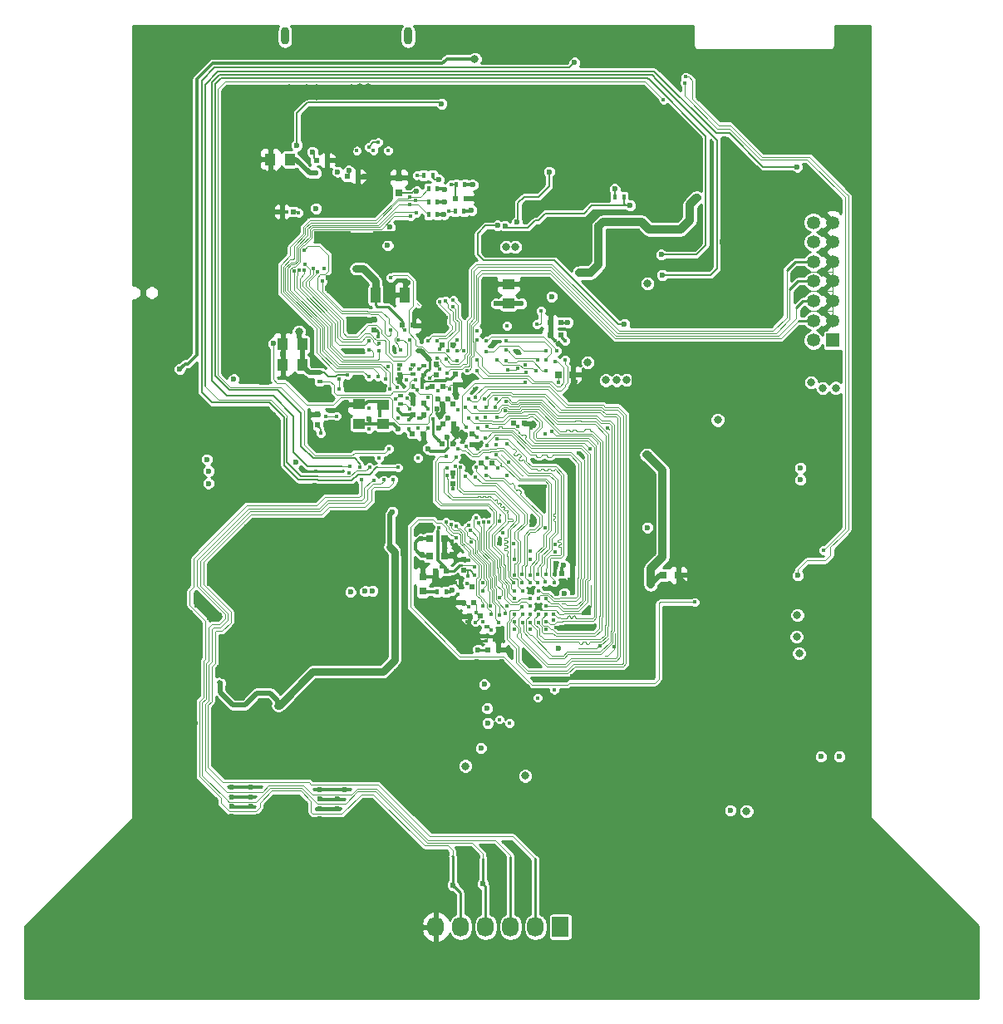
<source format=gbl>
G04 #@! TF.FileFunction,Copper,L4,Bot,Signal*
%FSLAX46Y46*%
G04 Gerber Fmt 4.6, Leading zero omitted, Abs format (unit mm)*
G04 Created by KiCad (PCBNEW 4.0.4-stable) date Sun Nov  6 13:49:44 2016*
%MOMM*%
%LPD*%
G01*
G04 APERTURE LIST*
%ADD10C,0.100000*%
%ADD11R,0.600000X0.500000*%
%ADD12R,0.500000X0.600000*%
%ADD13R,1.000000X3.800000*%
%ADD14R,3.800000X1.000000*%
%ADD15R,1.000000X3.850000*%
%ADD16R,3.350000X1.000000*%
%ADD17R,2.413000X5.080000*%
%ADD18O,0.900000X1.800000*%
%ADD19R,1.727200X2.032000*%
%ADD20O,1.727200X2.032000*%
%ADD21R,0.800000X0.750000*%
%ADD22R,0.750000X0.800000*%
%ADD23R,1.000000X1.250000*%
%ADD24R,1.000000X1.600000*%
%ADD25R,1.250000X1.000000*%
%ADD26R,1.350000X1.350000*%
%ADD27C,1.350000*%
%ADD28R,0.400000X0.600000*%
%ADD29R,0.600000X0.400000*%
%ADD30C,0.400000*%
%ADD31C,0.800000*%
%ADD32C,0.600000*%
%ADD33C,0.508000*%
%ADD34C,0.340000*%
%ADD35C,0.254000*%
%ADD36C,0.125000*%
%ADD37C,0.170000*%
%ADD38C,0.762000*%
%ADD39C,0.887000*%
G04 APERTURE END LIST*
D10*
D11*
X69380000Y-100980000D03*
X68280000Y-100980000D03*
D12*
X71160000Y-100950000D03*
X71160000Y-99850000D03*
D13*
X50850000Y-92200000D03*
X50850000Y-98200000D03*
X50850000Y-104200000D03*
X50850000Y-110200000D03*
X50850000Y-86200000D03*
X50850000Y-80200000D03*
X50850000Y-74200000D03*
X88750000Y-92200000D03*
X88750000Y-86200000D03*
X88750000Y-80200000D03*
X88750000Y-74200000D03*
X88750000Y-98200000D03*
X88750000Y-104200000D03*
X88750000Y-110200000D03*
D14*
X69800000Y-66900000D03*
X63800000Y-66900000D03*
X57800000Y-66900000D03*
X75800000Y-66900000D03*
X81800000Y-66900000D03*
X81800000Y-117500000D03*
X75800000Y-117500000D03*
X69800000Y-117500000D03*
X63800000Y-117500000D03*
X57800000Y-117500000D03*
D15*
X50850000Y-116075000D03*
D16*
X52025000Y-117500000D03*
X87575000Y-117500000D03*
D15*
X88750000Y-116075000D03*
X88750000Y-68325000D03*
X50850000Y-68325000D03*
D16*
X87575000Y-66900000D03*
X52025000Y-66900000D03*
D17*
X106131500Y-51690000D03*
X97368500Y-51690000D03*
X99368500Y-140810000D03*
X108131500Y-140810000D03*
X29168500Y-140810000D03*
X37931500Y-140810000D03*
D18*
X65450000Y-46500000D03*
X52900000Y-46500000D03*
D19*
X81000000Y-137250000D03*
D20*
X78460000Y-137250000D03*
X75920000Y-137250000D03*
X73380000Y-137250000D03*
X70840000Y-137250000D03*
X68300000Y-137250000D03*
D11*
X72190000Y-104210000D03*
X71090000Y-104210000D03*
D21*
X67680000Y-97740000D03*
X69180000Y-97740000D03*
X67690000Y-99480000D03*
X69190000Y-99480000D03*
D11*
X72840000Y-105590000D03*
X71740000Y-105590000D03*
D21*
X91500000Y-101410000D03*
X93000000Y-101410000D03*
D11*
X71980000Y-102590000D03*
X70880000Y-102590000D03*
D22*
X66960000Y-103080000D03*
X66960000Y-101580000D03*
D11*
X81110000Y-101260000D03*
X82210000Y-101260000D03*
X73580000Y-109040000D03*
X74680000Y-109040000D03*
X70260000Y-63050000D03*
X71360000Y-63050000D03*
X56120000Y-59180000D03*
X57220000Y-59180000D03*
X53750000Y-64400000D03*
X52650000Y-64400000D03*
X59250000Y-60800000D03*
X60350000Y-60800000D03*
D23*
X53430000Y-59070000D03*
X51430000Y-59070000D03*
D22*
X64520000Y-62460000D03*
X64520000Y-60960000D03*
D23*
X54710000Y-79990000D03*
X52710000Y-79990000D03*
D11*
X64910000Y-75990000D03*
X66010000Y-75990000D03*
D12*
X61990000Y-76470000D03*
X61990000Y-75370000D03*
X56270000Y-86150000D03*
X56270000Y-85050000D03*
D23*
X54710000Y-77910000D03*
X52710000Y-77910000D03*
D11*
X68960000Y-78000000D03*
X70060000Y-78000000D03*
D12*
X70290000Y-80940000D03*
X70290000Y-82040000D03*
D24*
X62150000Y-72900000D03*
X65150000Y-72900000D03*
D25*
X75690000Y-73770000D03*
X75690000Y-71770000D03*
D12*
X70040000Y-90980000D03*
X70040000Y-92080000D03*
D11*
X65950000Y-85090000D03*
X67050000Y-85090000D03*
D25*
X60480000Y-86030000D03*
X60480000Y-84030000D03*
X62960000Y-86040000D03*
X62960000Y-84040000D03*
D11*
X67960000Y-82210000D03*
X69060000Y-82210000D03*
X65920000Y-87010000D03*
X67020000Y-87010000D03*
X67050000Y-83890000D03*
X65950000Y-83890000D03*
X68950000Y-88020000D03*
X70050000Y-88020000D03*
X69000000Y-86010000D03*
X70100000Y-86010000D03*
X72940000Y-89990000D03*
X74040000Y-89990000D03*
X70060000Y-84010000D03*
X68960000Y-84010000D03*
D12*
X71990000Y-87010000D03*
X71990000Y-88110000D03*
X68350000Y-81070000D03*
X68350000Y-79970000D03*
D11*
X76200000Y-85960000D03*
X77300000Y-85960000D03*
D21*
X80750000Y-81000000D03*
X82250000Y-81000000D03*
D11*
X81070000Y-75670000D03*
X79970000Y-75670000D03*
X81060000Y-76990000D03*
X79960000Y-76990000D03*
D26*
X108750000Y-77500000D03*
D27*
X108750000Y-75500000D03*
X108750000Y-73500000D03*
X108750000Y-71500000D03*
X108750000Y-69500000D03*
X108750000Y-67500000D03*
X108750000Y-65500000D03*
X106750000Y-77500000D03*
X106750000Y-75500000D03*
X106750000Y-73500000D03*
X106750000Y-71500000D03*
X106750000Y-69500000D03*
X106750000Y-67500000D03*
X106750000Y-65500000D03*
D28*
X86540000Y-62910000D03*
X87440000Y-62910000D03*
D29*
X73510000Y-106690000D03*
X73510000Y-107590000D03*
D28*
X69320000Y-103110000D03*
X68420000Y-103110000D03*
X70360000Y-61680000D03*
X71260000Y-61680000D03*
X67080000Y-60690000D03*
X67980000Y-60690000D03*
X70250000Y-64350000D03*
X71150000Y-64350000D03*
X67570000Y-64680000D03*
X68470000Y-64680000D03*
X67570000Y-63380000D03*
X68470000Y-63380000D03*
X67570000Y-62080000D03*
X68470000Y-62080000D03*
D29*
X64670000Y-83110000D03*
X64670000Y-84010000D03*
X56470000Y-80780000D03*
X56470000Y-81680000D03*
D28*
X66870000Y-82210000D03*
X65970000Y-82210000D03*
D29*
X64650000Y-80040000D03*
X64650000Y-80940000D03*
X65940000Y-80050000D03*
X65940000Y-80950000D03*
X67110000Y-80990000D03*
X67110000Y-80090000D03*
D17*
X41868500Y-140810000D03*
X50631500Y-140810000D03*
X54618500Y-140810000D03*
X63381500Y-140810000D03*
X86118500Y-140810000D03*
X94881500Y-140810000D03*
X112168500Y-140810000D03*
X120931500Y-140810000D03*
D30*
X68510000Y-82680000D03*
D31*
X88440000Y-49190000D03*
D32*
X73840000Y-51870000D03*
X73200000Y-48250000D03*
D30*
X75562638Y-104587614D03*
D32*
X90450000Y-74580000D03*
X77110000Y-71840000D03*
X79840000Y-74800000D03*
X80140000Y-73900000D03*
X84110000Y-80850000D03*
X94480000Y-67360000D03*
D31*
X91260000Y-67370000D03*
D32*
X83930000Y-61780000D03*
D31*
X81700000Y-62980000D03*
D32*
X84230000Y-58670000D03*
X66270000Y-54440000D03*
D31*
X62250000Y-54430000D03*
D32*
X77920000Y-109790000D03*
X78750000Y-112000000D03*
D30*
X74790000Y-108050000D03*
X70650000Y-106990000D03*
D32*
X69970000Y-99350000D03*
X60660000Y-98390000D03*
X62340000Y-98400000D03*
X62970000Y-99330000D03*
X65180000Y-101370000D03*
X64930000Y-99240000D03*
X60250000Y-102000000D03*
X107770000Y-97660000D03*
X71030000Y-60110000D03*
X102080000Y-62820000D03*
X51500000Y-76750000D03*
X49500000Y-71500000D03*
X50500000Y-71500000D03*
X88250000Y-89000000D03*
X88250000Y-89750000D03*
X52000000Y-73000000D03*
X52000000Y-74000000D03*
X52000000Y-75000000D03*
X53000000Y-75000000D03*
X54000000Y-75000000D03*
X81500000Y-68000000D03*
X81800000Y-117500000D03*
X80250000Y-116500000D03*
X51740000Y-87060000D03*
X51790000Y-85100000D03*
X51780000Y-86180000D03*
X89700000Y-104700000D03*
X89700000Y-103200000D03*
X88500000Y-107200000D03*
X89000000Y-106300000D03*
X83750000Y-52000000D03*
X86000000Y-52000000D03*
X88500000Y-52000000D03*
X92000000Y-50250000D03*
X52710000Y-78950000D03*
X37750000Y-75750000D03*
X37750000Y-69500000D03*
X59190000Y-83850000D03*
D30*
X66569110Y-85429110D03*
D32*
X106760000Y-80470000D03*
X103250000Y-82270000D03*
X109080000Y-80470000D03*
X102130000Y-88210000D03*
X102060000Y-86170000D03*
X104060000Y-91490000D03*
X103970000Y-92780000D03*
X102650000Y-91520000D03*
X106615000Y-103435000D03*
X65440000Y-71630000D03*
X65780000Y-67990000D03*
X64750000Y-69000000D03*
X64250000Y-70000000D03*
X65750000Y-70250000D03*
X66500000Y-71000000D03*
X66750000Y-72250000D03*
X68000000Y-73000000D03*
X68000000Y-72000000D03*
X68000000Y-71000000D03*
X68000000Y-70000000D03*
X68000000Y-69000000D03*
X68000000Y-68000000D03*
X67000000Y-68000000D03*
D30*
X75680000Y-89890000D03*
X70510000Y-101630000D03*
X70650000Y-98600000D03*
X71900000Y-98050000D03*
D32*
X109250000Y-92750000D03*
X106530000Y-93220000D03*
X109000000Y-95000000D03*
X105750000Y-95000000D03*
X85500000Y-129250000D03*
X85500000Y-131000000D03*
X64250000Y-118750000D03*
X64250000Y-123500000D03*
X42000000Y-134250000D03*
X43250000Y-134250000D03*
X55250000Y-134250000D03*
X53500000Y-134250000D03*
X42000000Y-96250000D03*
X43250000Y-96250000D03*
X43250000Y-105250000D03*
X42500000Y-104250000D03*
X42750000Y-102250000D03*
X43000000Y-101000000D03*
X43500000Y-98750000D03*
X45000000Y-97250000D03*
X47250000Y-95000000D03*
X48500000Y-94000000D03*
X45500000Y-100250000D03*
X49000000Y-96500000D03*
X47500000Y-98250000D03*
X53500000Y-96250000D03*
X55250000Y-96250000D03*
X58250000Y-95250000D03*
X61250000Y-95250000D03*
X59750000Y-92500000D03*
X56000000Y-92250000D03*
X53250000Y-92500000D03*
D30*
X59330000Y-86020000D03*
D32*
X58250000Y-86500000D03*
X57250000Y-83500000D03*
X57250000Y-82500000D03*
X49750000Y-59500000D03*
X89250000Y-83750000D03*
X95750000Y-81250000D03*
X90750000Y-79250000D03*
X99000000Y-92250000D03*
X92750000Y-91750000D03*
X97250000Y-73000000D03*
X99000000Y-71500000D03*
X99000000Y-72500000D03*
X99000000Y-76000000D03*
X99000000Y-80500000D03*
X93930000Y-78680000D03*
X99000000Y-82500000D03*
X99000000Y-78500000D03*
X95250000Y-50000000D03*
X95250000Y-52500000D03*
X104750000Y-54750000D03*
X104750000Y-55750000D03*
X107500000Y-56000000D03*
X107500000Y-54750000D03*
X97500000Y-67500000D03*
X97750000Y-57000000D03*
X99500000Y-58750000D03*
X97750000Y-58750000D03*
X99000000Y-60500000D03*
X99000000Y-64500000D03*
X99000000Y-66500000D03*
X99000000Y-67500000D03*
X87120000Y-60120000D03*
X92750000Y-56750000D03*
X91250000Y-56750000D03*
X88750000Y-56750000D03*
X85750000Y-56750000D03*
X66910000Y-105020000D03*
X67650000Y-104170000D03*
X65010000Y-105260000D03*
X63260000Y-105250000D03*
X66050000Y-106170000D03*
X66660000Y-108110000D03*
X67740000Y-107570000D03*
X69800000Y-106300000D03*
X68940000Y-107120000D03*
X63070000Y-101650000D03*
X112250000Y-47000000D03*
X112250000Y-48250000D03*
X112250000Y-49500000D03*
X112250000Y-50750000D03*
X112250000Y-52000000D03*
X112250000Y-53250000D03*
X112250000Y-54500000D03*
X112250000Y-55750000D03*
X112250000Y-57000000D03*
X112250000Y-58250000D03*
X112250000Y-59500000D03*
X112250000Y-60750000D03*
X112250000Y-62000000D03*
X112250000Y-63250000D03*
X112250000Y-64500000D03*
X112250000Y-65750000D03*
X112250000Y-67000000D03*
X112250000Y-68250000D03*
X112250000Y-69500000D03*
X112250000Y-72000000D03*
X112250000Y-70750000D03*
X112250000Y-73250000D03*
X112250000Y-74500000D03*
X112250000Y-77000000D03*
X112250000Y-75750000D03*
X112250000Y-78250000D03*
X112250000Y-79500000D03*
X112250000Y-80750000D03*
X112250000Y-82000000D03*
X112250000Y-83250000D03*
X112250000Y-84500000D03*
X112250000Y-85750000D03*
X112250000Y-87000000D03*
X112250000Y-88250000D03*
X112250000Y-89500000D03*
X112250000Y-90750000D03*
X112250000Y-92000000D03*
X112250000Y-93250000D03*
X112250000Y-94500000D03*
X112250000Y-95750000D03*
X112250000Y-97000000D03*
X112250000Y-98250000D03*
X110250000Y-45750000D03*
X111250000Y-45750000D03*
X109250000Y-45750000D03*
X112250000Y-45750000D03*
X94000000Y-48250000D03*
X95250000Y-48250000D03*
X96500000Y-48250000D03*
X97750000Y-48250000D03*
X99000000Y-48250000D03*
X100250000Y-48250000D03*
X101500000Y-48250000D03*
X103000000Y-48250000D03*
X104250000Y-48250000D03*
X94000000Y-45750000D03*
X92750000Y-45750000D03*
X91500000Y-45750000D03*
X90250000Y-45750000D03*
X89000000Y-45750000D03*
X94000000Y-47000000D03*
X109250000Y-47000000D03*
X109250000Y-48250000D03*
X108000000Y-48250000D03*
X106750000Y-48250000D03*
X105500000Y-48250000D03*
X93750000Y-95500000D03*
X95000000Y-95500000D03*
X90000000Y-95500000D03*
X90000000Y-93750000D03*
X89000000Y-93750000D03*
D30*
X79400000Y-92400000D03*
D32*
X79140000Y-93660000D03*
X82070000Y-93630000D03*
X58250000Y-124250000D03*
X58250000Y-125250000D03*
X58750000Y-110250000D03*
X59750000Y-110000000D03*
X60750000Y-110000000D03*
X61750000Y-110000000D03*
X62750000Y-110000000D03*
X56500000Y-119000000D03*
X56750000Y-127250000D03*
X56500000Y-126250000D03*
X58750000Y-130500000D03*
X59750000Y-131250000D03*
X59750000Y-132500000D03*
X59750000Y-133500000D03*
X59750000Y-134500000D03*
X59250000Y-135250000D03*
X58750000Y-136000000D03*
X58250000Y-137000000D03*
X57750000Y-137750000D03*
X57500000Y-128250000D03*
X57500000Y-129250000D03*
X56500000Y-120250000D03*
X56500000Y-121250000D03*
X56500000Y-122250000D03*
X56500000Y-123250000D03*
X56500000Y-124250000D03*
X56500000Y-125250000D03*
X57500000Y-112250000D03*
X56750000Y-113250000D03*
X56250000Y-114250000D03*
X56250000Y-115250000D03*
X56250000Y-116500000D03*
X55500000Y-118250000D03*
X51500000Y-120000000D03*
X52500000Y-120000000D03*
X53000000Y-119250000D03*
X53500000Y-118500000D03*
X49500000Y-120000000D03*
X49500000Y-123000000D03*
X49500000Y-124000000D03*
X49500000Y-125000000D03*
X49500000Y-121000000D03*
X49500000Y-122000000D03*
X50500000Y-120000000D03*
X53000000Y-115500000D03*
X53500000Y-116000000D03*
X47500000Y-127000000D03*
X47500000Y-126000000D03*
X47500000Y-125000000D03*
X47500000Y-124000000D03*
X47500000Y-118750000D03*
X47500000Y-120000000D03*
X47500000Y-121000000D03*
X47500000Y-122000000D03*
X47500000Y-123000000D03*
X41750000Y-106750000D03*
X42500000Y-106000000D03*
X41250000Y-107750000D03*
X41000000Y-108750000D03*
X41000000Y-109750000D03*
X41000000Y-110750000D03*
X44000000Y-103500000D03*
X44000000Y-104500000D03*
X59500000Y-100250000D03*
X57500000Y-100250000D03*
X58500000Y-100250000D03*
X48750000Y-100250000D03*
X56500000Y-100250000D03*
X55500000Y-100250000D03*
X54500000Y-100250000D03*
X53500000Y-100250000D03*
X52500000Y-100250000D03*
X51500000Y-100250000D03*
X50500000Y-100250000D03*
X49500000Y-100250000D03*
X47750000Y-100500000D03*
X47000000Y-101250000D03*
X46000000Y-101750000D03*
X45250000Y-102250000D03*
X114250000Y-141750000D03*
X114250000Y-140500000D03*
X114250000Y-143000000D03*
X114250000Y-138500000D03*
X114250000Y-139500000D03*
X118750000Y-139250000D03*
X118750000Y-140500000D03*
X118750000Y-143000000D03*
X118750000Y-141750000D03*
X121750000Y-137750000D03*
X120750000Y-137750000D03*
X119750000Y-137750000D03*
X118750000Y-137750000D03*
X44000000Y-137750000D03*
X31250000Y-138750000D03*
X31250000Y-139750000D03*
X31250000Y-140750000D03*
X31250000Y-141750000D03*
X31250000Y-142750000D03*
X35750000Y-142750000D03*
X35750000Y-141750000D03*
X35750000Y-140750000D03*
X35750000Y-139750000D03*
X35750000Y-138750000D03*
X40000000Y-142750000D03*
X40000000Y-141750000D03*
X40000000Y-140750000D03*
X40000000Y-139750000D03*
X40000000Y-138750000D03*
X41500000Y-137750000D03*
X40500000Y-137750000D03*
X39500000Y-137750000D03*
X38500000Y-137750000D03*
X37500000Y-137750000D03*
X36500000Y-137750000D03*
X35500000Y-137750000D03*
X40750000Y-144250000D03*
X42000000Y-144250000D03*
X43250000Y-144250000D03*
X35750000Y-144250000D03*
X37000000Y-144250000D03*
X38250000Y-144250000D03*
X39500000Y-144250000D03*
X34500000Y-144250000D03*
X33250000Y-144250000D03*
X32000000Y-144250000D03*
X30750000Y-144250000D03*
X29500000Y-144250000D03*
X28250000Y-144250000D03*
X36500000Y-127750000D03*
X35750000Y-128500000D03*
X35000000Y-129250000D03*
X34250000Y-130000000D03*
X33500000Y-130750000D03*
X32750000Y-131500000D03*
X32000000Y-132250000D03*
X31250000Y-133000000D03*
X30500000Y-133750000D03*
X29750000Y-134500000D03*
X29000000Y-135250000D03*
X28250000Y-136000000D03*
X27500000Y-136750000D03*
X105750000Y-115500000D03*
X106500000Y-115500000D03*
X105750000Y-116500000D03*
X105750000Y-117500000D03*
X107250000Y-116500000D03*
X106500000Y-116500000D03*
X106500000Y-117500000D03*
X107250000Y-115500000D03*
X107250000Y-117500000D03*
X102500000Y-98750000D03*
X102500000Y-100000000D03*
X102500000Y-101250000D03*
X102500000Y-102500000D03*
X102500000Y-103750000D03*
X102500000Y-97500000D03*
X102500000Y-96000000D03*
X102000000Y-94750000D03*
X101250000Y-94000000D03*
X105500000Y-114500000D03*
X104250000Y-114250000D03*
X104000000Y-113000000D03*
X104000000Y-112000000D03*
X104000000Y-111000000D03*
X104000000Y-110000000D03*
X103500000Y-108250000D03*
X103000000Y-107250000D03*
X102500000Y-106250000D03*
X102500000Y-105000000D03*
X100000000Y-93750000D03*
X98750000Y-93750000D03*
X97500000Y-93750000D03*
X95000000Y-93750000D03*
X96250000Y-93750000D03*
X93750000Y-93750000D03*
X100750000Y-98750000D03*
X100750000Y-97500000D03*
X100500000Y-96000000D03*
X101000000Y-107250000D03*
X100750000Y-106250000D03*
X100750000Y-105000000D03*
X100750000Y-103750000D03*
X101750000Y-112000000D03*
X102000000Y-123750000D03*
X102750000Y-128500000D03*
X102250000Y-127500000D03*
X102000000Y-125750000D03*
X104250000Y-130000000D03*
X108250000Y-131000000D03*
X115500000Y-136000000D03*
X115500000Y-135000000D03*
X115500000Y-134000000D03*
X115250000Y-133000000D03*
X114500000Y-132250000D03*
X113750000Y-131500000D03*
X112750000Y-131000000D03*
X111750000Y-131000000D03*
X109500000Y-131000000D03*
X105250000Y-130750000D03*
X107000000Y-131000000D03*
X103500000Y-129250000D03*
X102000000Y-124750000D03*
X101750000Y-113000000D03*
X101500000Y-114000000D03*
X101500000Y-115000000D03*
X101500000Y-116000000D03*
X101500000Y-117000000D03*
X101500000Y-118000000D03*
X101500000Y-119000000D03*
X102000000Y-119750000D03*
X102000000Y-120750000D03*
X102000000Y-121750000D03*
X102000000Y-122750000D03*
X101250000Y-108000000D03*
X101750000Y-109000000D03*
X102250000Y-110000000D03*
X102000000Y-111000000D03*
X100750000Y-100000000D03*
X100750000Y-101250000D03*
X100750000Y-102500000D03*
X96250000Y-95500000D03*
X97500000Y-95500000D03*
X98750000Y-95500000D03*
X100000000Y-95500000D03*
X92500000Y-95500000D03*
X92500000Y-93750000D03*
X109500000Y-121500000D03*
X107500000Y-121000000D03*
X106000000Y-121000000D03*
X103750000Y-120750000D03*
X103750000Y-124750000D03*
X103750000Y-123750000D03*
X104250000Y-127250000D03*
X106000000Y-128750000D03*
X108250000Y-129000000D03*
X111750000Y-129000000D03*
X109500000Y-129000000D03*
X107000000Y-129000000D03*
X105000000Y-128000000D03*
X103750000Y-125750000D03*
X103750000Y-121750000D03*
X103750000Y-122750000D03*
X113250000Y-129000000D03*
X115250000Y-137750000D03*
X114250000Y-137750000D03*
X113250000Y-137750000D03*
X112250000Y-137750000D03*
X111250000Y-137750000D03*
X115500000Y-137000000D03*
X117500000Y-136000000D03*
X117500000Y-137000000D03*
X117500000Y-135000000D03*
X117500000Y-134000000D03*
X117250000Y-133000000D03*
X119750000Y-134250000D03*
X118750000Y-133250000D03*
X117750000Y-132250000D03*
X122750000Y-137000000D03*
X120750000Y-135250000D03*
X121750000Y-136250000D03*
X112250000Y-99500000D03*
X112250000Y-100750000D03*
X112250000Y-102000000D03*
X112250000Y-103250000D03*
X112250000Y-104500000D03*
X112250000Y-105750000D03*
X112250000Y-107000000D03*
X112250000Y-109500000D03*
X112250000Y-108250000D03*
X112250000Y-110750000D03*
X112250000Y-112000000D03*
X112250000Y-114500000D03*
X112250000Y-113250000D03*
X112250000Y-115750000D03*
X112250000Y-117000000D03*
X112250000Y-118250000D03*
X112250000Y-119500000D03*
X112250000Y-120750000D03*
X112250000Y-122000000D03*
X112250000Y-123250000D03*
X112250000Y-124500000D03*
X112250000Y-125750000D03*
X112250000Y-127000000D03*
X112250000Y-128250000D03*
X123000000Y-138000000D03*
X120500000Y-144250000D03*
X121750000Y-144250000D03*
X123000000Y-144250000D03*
X123000000Y-143000000D03*
X123000000Y-141750000D03*
X123000000Y-139250000D03*
X123000000Y-140500000D03*
X110500000Y-144250000D03*
X119250000Y-144250000D03*
X118000000Y-144250000D03*
X116750000Y-144250000D03*
X115500000Y-144250000D03*
X114250000Y-144250000D03*
X113000000Y-144250000D03*
X111750000Y-144250000D03*
X114500000Y-129250000D03*
X115500000Y-130000000D03*
X116250000Y-130750000D03*
X117000000Y-131500000D03*
X110250000Y-138500000D03*
X110250000Y-139500000D03*
X110250000Y-140500000D03*
X110250000Y-141500000D03*
X110250000Y-142500000D03*
X109250000Y-144250000D03*
X106750000Y-144250000D03*
X108000000Y-144250000D03*
X110250000Y-137750000D03*
X109250000Y-137750000D03*
X96750000Y-121250000D03*
X96750000Y-122250000D03*
X96750000Y-123250000D03*
X97500000Y-123250000D03*
X98250000Y-123250000D03*
X98250000Y-122250000D03*
X97500000Y-122250000D03*
X98250000Y-121250000D03*
X97500000Y-121250000D03*
X95000000Y-119500000D03*
X95000000Y-118500000D03*
X95000000Y-117500000D03*
X94750000Y-116250000D03*
X94500000Y-115500000D03*
X93750000Y-114750000D03*
X92750000Y-113750000D03*
X91750000Y-112750000D03*
X90250000Y-111750000D03*
X87500000Y-111500000D03*
X85250000Y-111500000D03*
X86400000Y-111500000D03*
X82250000Y-111750000D03*
X81500000Y-113250000D03*
X82750000Y-113250000D03*
X84000000Y-113250000D03*
X85000000Y-113250000D03*
X86000000Y-113250000D03*
X87000000Y-113250000D03*
X90000000Y-113500000D03*
X89000000Y-113250000D03*
X88000000Y-113250000D03*
X92250000Y-124000000D03*
X92250000Y-123000000D03*
X92250000Y-125000000D03*
X91000000Y-114250000D03*
X91750000Y-115000000D03*
X92500000Y-116000000D03*
X93000000Y-117500000D03*
X93000000Y-118500000D03*
X93000000Y-119500000D03*
X92500000Y-120000000D03*
X92500000Y-121000000D03*
X92500000Y-122000000D03*
X100500000Y-127250000D03*
X98250000Y-126750000D03*
X97000000Y-126500000D03*
X94750000Y-127250000D03*
X94750000Y-126250000D03*
X102500000Y-133000000D03*
X102500000Y-132000000D03*
X102000000Y-130750000D03*
X103000000Y-135000000D03*
X103750000Y-135750000D03*
X104500000Y-136750000D03*
X94750000Y-128250000D03*
X95500000Y-128750000D03*
X96000000Y-129250000D03*
X97000000Y-129250000D03*
X98000000Y-129250000D03*
X99000000Y-129250000D03*
X100250000Y-129250000D03*
X101500000Y-130000000D03*
X93000000Y-125750000D03*
X100250000Y-131500000D03*
X99000000Y-131000000D03*
X98000000Y-131000000D03*
X102250000Y-137750000D03*
X100750000Y-133000000D03*
X101000000Y-135000000D03*
X101500000Y-136000000D03*
X102250000Y-136750000D03*
X93000000Y-128750000D03*
X93750000Y-130000000D03*
X94750000Y-130750000D03*
X96000000Y-131000000D03*
X97000000Y-131000000D03*
X92500000Y-126500000D03*
X92000000Y-128500000D03*
X92500000Y-127500000D03*
X91000000Y-128500000D03*
X88250000Y-125000000D03*
X89250000Y-125000000D03*
X90250000Y-125000000D03*
X91250000Y-125000000D03*
X80750000Y-119750000D03*
X79750000Y-119250000D03*
X85750000Y-117500000D03*
X87575000Y-117500000D03*
X89500000Y-118250000D03*
X90250000Y-119000000D03*
X91000000Y-120250000D03*
X91500000Y-121500000D03*
X87250000Y-123500000D03*
X87250000Y-122250000D03*
X87250000Y-124500000D03*
X87250000Y-125500000D03*
X87000000Y-119750000D03*
X88000000Y-120250000D03*
X88000000Y-121500000D03*
X89750000Y-122250000D03*
X88500000Y-130750000D03*
X88000000Y-129500000D03*
X87750000Y-128500000D03*
X87250000Y-127500000D03*
X87250000Y-126500000D03*
X88750000Y-135250000D03*
X88750000Y-133000000D03*
X89000000Y-136000000D03*
X88750000Y-131750000D03*
X90500000Y-133000000D03*
X91250000Y-136500000D03*
X90750000Y-135250000D03*
X89750000Y-128500000D03*
X90000000Y-129500000D03*
X90500000Y-130500000D03*
X90500000Y-131750000D03*
X89500000Y-137000000D03*
X61250000Y-137750000D03*
X62250000Y-137750000D03*
X61250000Y-138750000D03*
X61250000Y-139750000D03*
X61250000Y-140750000D03*
X61250000Y-141750000D03*
X61250000Y-142750000D03*
X60500000Y-137750000D03*
X60000000Y-137250000D03*
X60500000Y-136500000D03*
X61000000Y-135500000D03*
X61250000Y-134500000D03*
X61250000Y-133500000D03*
X61500000Y-132500000D03*
X61500000Y-130250000D03*
X61500000Y-131250000D03*
X61000000Y-129250000D03*
X60750000Y-128250000D03*
X59750000Y-127250000D03*
X59250000Y-126250000D03*
X59000000Y-123250000D03*
X58500000Y-122250000D03*
X58500000Y-121250000D03*
X59000000Y-119500000D03*
X61000000Y-114250000D03*
X61250000Y-115250000D03*
X61250000Y-116500000D03*
X61250000Y-117500000D03*
X61250000Y-118500000D03*
X60250000Y-119500000D03*
X63000000Y-113250000D03*
X62250000Y-112500000D03*
X61000000Y-112500000D03*
X60250000Y-113250000D03*
X64250000Y-111250000D03*
X60500000Y-105250000D03*
X59670000Y-104630000D03*
X54750000Y-106000000D03*
X55750000Y-106000000D03*
X56750000Y-106000000D03*
X53750000Y-106000000D03*
X59750000Y-106000000D03*
X58750000Y-106000000D03*
X57750000Y-106000000D03*
X52250000Y-106250000D03*
X63250000Y-107500000D03*
X62750000Y-108000000D03*
X61700000Y-107830000D03*
X60750000Y-108000000D03*
X57500000Y-108000000D03*
X58500000Y-108000000D03*
X56500000Y-108750000D03*
X52000000Y-109750000D03*
X52000000Y-109000000D03*
X52750000Y-108000000D03*
X53750000Y-108000000D03*
X54750000Y-108000000D03*
X55750000Y-108000000D03*
X49750000Y-110750000D03*
X49500000Y-111500000D03*
X49500000Y-112500000D03*
X49250000Y-113250000D03*
X50500000Y-106500000D03*
X48500000Y-109000000D03*
X49750000Y-107750000D03*
X48250000Y-110250000D03*
X47750000Y-111250000D03*
X47500000Y-112500000D03*
X47500000Y-113500000D03*
X47560000Y-115540000D03*
X47000000Y-118000000D03*
X47000000Y-116500000D03*
X50250000Y-126000000D03*
X47500000Y-132250000D03*
X47500000Y-133250000D03*
X47500000Y-134250000D03*
X47500000Y-129250000D03*
X47500000Y-130250000D03*
X47500000Y-131250000D03*
X46000000Y-135750000D03*
X46750000Y-135250000D03*
X45750000Y-136750000D03*
X45250000Y-137750000D03*
X43750000Y-116500000D03*
X43000000Y-122500000D03*
X43000000Y-121500000D03*
X43000000Y-120500000D03*
X43000000Y-119500000D03*
X43000000Y-118500000D03*
X43000000Y-116500000D03*
X43000000Y-117500000D03*
X49500000Y-127000000D03*
X47250000Y-137750000D03*
X47500000Y-136750000D03*
X48250000Y-136000000D03*
X49000000Y-135250000D03*
X49250000Y-134250000D03*
X49250000Y-133250000D03*
X49500000Y-132250000D03*
X49500000Y-131250000D03*
X49250000Y-129250000D03*
X49250000Y-130250000D03*
X55000000Y-102750000D03*
X56250000Y-102750000D03*
X48750000Y-102500000D03*
X49500000Y-102000000D03*
X50500000Y-102000000D03*
X51500000Y-102000000D03*
X54500000Y-102000000D03*
X53500000Y-102000000D03*
X52500000Y-102000000D03*
X46250000Y-105500000D03*
X43000000Y-110500000D03*
X43000000Y-109750000D03*
X42630000Y-113550000D03*
X43500000Y-107250000D03*
X43000000Y-108000000D03*
X43000000Y-108750000D03*
X44280000Y-106500000D03*
X45250000Y-105750000D03*
X47500000Y-104250000D03*
X46250000Y-116500000D03*
X46250000Y-115500000D03*
X46250000Y-114750000D03*
X44000000Y-123250000D03*
X42750000Y-124500000D03*
X40500000Y-111750000D03*
X40500000Y-112750000D03*
X40500000Y-113750000D03*
X40500000Y-114750000D03*
X41000000Y-123500000D03*
X41000000Y-124500000D03*
X41000000Y-122500000D03*
X41000000Y-115500000D03*
X41000000Y-116500000D03*
X41000000Y-117500000D03*
X41000000Y-118500000D03*
X41000000Y-119500000D03*
X41000000Y-120500000D03*
X41000000Y-121500000D03*
X40000000Y-130750000D03*
X37750000Y-131000000D03*
X39000000Y-131000000D03*
X34500000Y-137750000D03*
X34500000Y-136750000D03*
X34500000Y-135750000D03*
X34500000Y-134750000D03*
X34750000Y-133750000D03*
X37000000Y-131500000D03*
X36250000Y-132250000D03*
X35500000Y-133000000D03*
X42750000Y-127000000D03*
X42500000Y-128250000D03*
X42500000Y-129250000D03*
X41750000Y-130000000D03*
X41000000Y-130750000D03*
X39000000Y-129250000D03*
X41000000Y-126500000D03*
X40750000Y-127750000D03*
X40000000Y-128500000D03*
X34000000Y-132000000D03*
X33250000Y-132750000D03*
X32750000Y-133750000D03*
X32750000Y-134750000D03*
X32750000Y-135750000D03*
X32750000Y-136750000D03*
X37750000Y-128250000D03*
X37750000Y-127000000D03*
X37750000Y-105750000D03*
X37750000Y-107000000D03*
X37750000Y-108250000D03*
X37750000Y-109500000D03*
X37750000Y-110750000D03*
X37750000Y-112000000D03*
X37750000Y-113250000D03*
X37750000Y-114500000D03*
X37750000Y-115750000D03*
X37750000Y-117000000D03*
X37750000Y-118250000D03*
X37750000Y-119500000D03*
X37750000Y-120750000D03*
X37750000Y-122000000D03*
X37750000Y-123250000D03*
X37750000Y-125750000D03*
X37750000Y-124500000D03*
X34750000Y-131250000D03*
X35500000Y-130500000D03*
X36500000Y-129750000D03*
X37750000Y-129250000D03*
X27000000Y-143750000D03*
X27000000Y-138750000D03*
X27000000Y-139750000D03*
X27000000Y-140750000D03*
X27000000Y-141750000D03*
X27000000Y-142750000D03*
X27500000Y-137750000D03*
X30500000Y-137750000D03*
X29500000Y-137750000D03*
X28500000Y-137750000D03*
X31500000Y-137750000D03*
X32750000Y-137750000D03*
X66500000Y-45750000D03*
X67750000Y-45750000D03*
X69000000Y-45750000D03*
X70250000Y-45750000D03*
X71500000Y-45750000D03*
X72750000Y-45750000D03*
X80250000Y-45750000D03*
X87750000Y-45750000D03*
X86500000Y-45750000D03*
X85250000Y-45750000D03*
X84000000Y-45750000D03*
X82750000Y-45750000D03*
X81500000Y-45750000D03*
X77750000Y-45750000D03*
X76500000Y-45750000D03*
X75250000Y-45750000D03*
X74000000Y-45750000D03*
X37750000Y-99500000D03*
X37750000Y-100750000D03*
X37750000Y-102000000D03*
X37750000Y-103250000D03*
X37750000Y-104500000D03*
X37750000Y-93250000D03*
X37750000Y-63250000D03*
X37750000Y-64500000D03*
X37750000Y-65750000D03*
X37750000Y-67000000D03*
X37750000Y-68250000D03*
X37750000Y-47000000D03*
X37750000Y-60750000D03*
X37750000Y-59500000D03*
X37750000Y-58250000D03*
X37750000Y-57000000D03*
X37750000Y-55750000D03*
X37750000Y-54500000D03*
X37750000Y-53250000D03*
X37750000Y-52000000D03*
X37750000Y-50750000D03*
X37750000Y-49500000D03*
X37750000Y-48250000D03*
X37750000Y-62000000D03*
X37750000Y-77000000D03*
X37750000Y-78250000D03*
X37750000Y-79500000D03*
X37750000Y-80750000D03*
X37750000Y-82000000D03*
X37750000Y-83250000D03*
X37750000Y-84500000D03*
X37750000Y-85750000D03*
X37750000Y-87000000D03*
X37750000Y-88250000D03*
X37750000Y-89500000D03*
X37750000Y-90750000D03*
X37750000Y-92000000D03*
X37750000Y-98250000D03*
X37750000Y-97000000D03*
X37750000Y-95750000D03*
X37750000Y-94500000D03*
X39000000Y-45750000D03*
X37750000Y-45750000D03*
X49000000Y-45750000D03*
X47750000Y-45750000D03*
X46500000Y-45750000D03*
X45250000Y-45750000D03*
X44000000Y-45750000D03*
X42750000Y-45750000D03*
X41500000Y-45750000D03*
X40250000Y-45750000D03*
D31*
X49530000Y-48510000D03*
X48450000Y-48510000D03*
X68410000Y-120940000D03*
D30*
X70570000Y-103390000D03*
D32*
X70790000Y-113640000D03*
D31*
X108130000Y-104470000D03*
X108030000Y-106620000D03*
X107700000Y-108480000D03*
D30*
X77970000Y-95900000D03*
X77970000Y-96350000D03*
X79400000Y-96610000D03*
D32*
X106920000Y-88700000D03*
X107300000Y-91050000D03*
X105260000Y-85870000D03*
X104320000Y-85870000D03*
X105260000Y-85030000D03*
X104320000Y-85030000D03*
X44820000Y-85520000D03*
X43880000Y-85520000D03*
X44820000Y-84680000D03*
X43880000Y-84680000D03*
X46990000Y-93060000D03*
X46940000Y-91750000D03*
X47260000Y-88780000D03*
X46850000Y-90220000D03*
X42830000Y-90070000D03*
X43880000Y-80260000D03*
X61960000Y-104240000D03*
X61080000Y-104180000D03*
X61290000Y-101800000D03*
X61700000Y-105000000D03*
X61690000Y-106460000D03*
X49990000Y-118360000D03*
X49800000Y-115690000D03*
X49190000Y-117070000D03*
X48310000Y-117070000D03*
X44110000Y-113580000D03*
X41750000Y-113550000D03*
D30*
X77870000Y-106970000D03*
D32*
X68250000Y-111250000D03*
X67000000Y-111250000D03*
X69500000Y-109750000D03*
X68750000Y-110500000D03*
X70250000Y-108000000D03*
D30*
X74710000Y-98210000D03*
X73060000Y-102190000D03*
X80440000Y-98270000D03*
X70680000Y-106130000D03*
X71480000Y-106970000D03*
X72310000Y-106970000D03*
X74660000Y-106980000D03*
D32*
X66690000Y-113500000D03*
X64920000Y-113500000D03*
X64900000Y-118000000D03*
X64900000Y-115800000D03*
X64900000Y-114500000D03*
D30*
X74820000Y-95930000D03*
X76280000Y-99850000D03*
X78010000Y-86410000D03*
X84010000Y-88560000D03*
X80130000Y-86820000D03*
X85810000Y-86430000D03*
X82790000Y-88990000D03*
X83890000Y-105300000D03*
X84990000Y-108660000D03*
X86430000Y-108740000D03*
X69920000Y-97960000D03*
D32*
X68750000Y-113500000D03*
X67750000Y-113500000D03*
X69750000Y-113250000D03*
X68000000Y-123000000D03*
X69000000Y-123000000D03*
X70000000Y-123000000D03*
X71000000Y-123000000D03*
X72000000Y-123000000D03*
X73000000Y-123000000D03*
X74000000Y-123000000D03*
X75000000Y-123000000D03*
X76000000Y-123000000D03*
X77000000Y-123000000D03*
X67000000Y-114500000D03*
X67000000Y-115500000D03*
X67000000Y-116500000D03*
X67000000Y-117500000D03*
X67000000Y-118500000D03*
X67000000Y-119500000D03*
X67000000Y-120500000D03*
X67000000Y-121500000D03*
X67000000Y-122500000D03*
X78000000Y-123000000D03*
X82000000Y-123000000D03*
X83000000Y-121000000D03*
X83000000Y-122000000D03*
X83000000Y-123000000D03*
X81000000Y-123000000D03*
X80000000Y-123000000D03*
X79000000Y-123000000D03*
X82200000Y-97400000D03*
D30*
X71250000Y-72250000D03*
D32*
X70540000Y-69390000D03*
D30*
X71250000Y-75000000D03*
D31*
X94750000Y-90000000D03*
X93250000Y-85000000D03*
X96000000Y-83500000D03*
X60750000Y-67500000D03*
X57750000Y-63250000D03*
X60000000Y-63250000D03*
X62000000Y-63250000D03*
X57750000Y-64500000D03*
X60000000Y-64500000D03*
X62000000Y-64500000D03*
X57750000Y-62000000D03*
X60000000Y-62000000D03*
X62000000Y-62000000D03*
D30*
X60270000Y-71640000D03*
D32*
X57310000Y-71160000D03*
X57260000Y-72210000D03*
X75250000Y-135500000D03*
X74250000Y-135500000D03*
X71500000Y-135500000D03*
X72500000Y-135500000D03*
X77750000Y-134500000D03*
X76750000Y-134500000D03*
X106000000Y-138500000D03*
X106000000Y-139500000D03*
X106000000Y-140500000D03*
X106000000Y-141500000D03*
X106000000Y-142500000D03*
X101500000Y-142500000D03*
X101500000Y-141500000D03*
X101500000Y-140500000D03*
X101500000Y-139500000D03*
X101500000Y-138500000D03*
X97000000Y-142500000D03*
X97000000Y-141500000D03*
X97000000Y-140500000D03*
X97000000Y-139500000D03*
X97000000Y-138500000D03*
X88250000Y-142500000D03*
X88250000Y-141500000D03*
X88250000Y-140500000D03*
X88250000Y-139500000D03*
X88250000Y-138500000D03*
X92750000Y-138500000D03*
X92750000Y-142500000D03*
X92750000Y-141500000D03*
X92750000Y-140500000D03*
X92750000Y-139500000D03*
X105000000Y-137750000D03*
X106250000Y-137750000D03*
X93000000Y-137750000D03*
X94000000Y-137750000D03*
X95000000Y-137750000D03*
X101000000Y-137750000D03*
X100000000Y-137750000D03*
X99000000Y-137750000D03*
X98000000Y-137750000D03*
X97000000Y-137750000D03*
X96000000Y-137750000D03*
X108250000Y-137750000D03*
X107250000Y-137750000D03*
X92000000Y-137750000D03*
X84250000Y-142500000D03*
X84250000Y-138500000D03*
X84250000Y-139500000D03*
X84250000Y-140500000D03*
X84250000Y-141500000D03*
X89000000Y-137750000D03*
X88000000Y-137750000D03*
X87000000Y-137750000D03*
X86000000Y-137750000D03*
X85000000Y-137750000D03*
X83000000Y-137750000D03*
X84000000Y-137750000D03*
X82000000Y-91000000D03*
X82000000Y-92250000D03*
X86500000Y-83750000D03*
X87750000Y-84250000D03*
X73500000Y-110500000D03*
X67000000Y-92000000D03*
X66000000Y-92000000D03*
X65000000Y-92000000D03*
X48500000Y-91000000D03*
X48500000Y-92500000D03*
X48500000Y-60000000D03*
X48500000Y-61500000D03*
X48500000Y-63000000D03*
X48500000Y-64500000D03*
X48500000Y-66000000D03*
X48500000Y-67500000D03*
X48500000Y-69000000D03*
X48500000Y-70500000D03*
X48500000Y-72000000D03*
X48500000Y-73500000D03*
X48500000Y-75000000D03*
X48500000Y-76500000D03*
X48500000Y-78000000D03*
X48500000Y-79500000D03*
X48500000Y-81000000D03*
X48500000Y-58500000D03*
X48500000Y-57000000D03*
X48500000Y-55500000D03*
X49000000Y-54500000D03*
X50500000Y-54500000D03*
X52000000Y-54500000D03*
X50000000Y-89500000D03*
X48500000Y-89500000D03*
X48500000Y-88000000D03*
X48500000Y-86500000D03*
X48500000Y-85000000D03*
X82250000Y-114000000D03*
X82000000Y-119750000D03*
X78250000Y-117750000D03*
X79000000Y-118500000D03*
X85250000Y-122000000D03*
X85250000Y-123000000D03*
X85250000Y-124250000D03*
X83000000Y-119750000D03*
X83000000Y-115500000D03*
X83000000Y-116500000D03*
X83000000Y-117500000D03*
X44000000Y-143750000D03*
X42750000Y-137750000D03*
X44000000Y-142750000D03*
X44000000Y-141750000D03*
X44000000Y-140750000D03*
X44000000Y-139750000D03*
X44000000Y-138750000D03*
X47750000Y-144250000D03*
X45250000Y-144250000D03*
X46500000Y-144250000D03*
X96750000Y-144250000D03*
X105500000Y-144250000D03*
X104250000Y-144250000D03*
X103000000Y-144250000D03*
X101750000Y-144250000D03*
X100500000Y-144250000D03*
X99250000Y-144250000D03*
X98000000Y-144250000D03*
X88000000Y-144250000D03*
X86750000Y-144250000D03*
X91750000Y-144250000D03*
X90500000Y-144250000D03*
X89250000Y-144250000D03*
X93000000Y-144250000D03*
X95500000Y-144250000D03*
X94250000Y-144250000D03*
X81750000Y-144250000D03*
X83000000Y-144250000D03*
X80500000Y-144250000D03*
X69250000Y-144250000D03*
X70500000Y-144250000D03*
X71750000Y-144250000D03*
X73000000Y-144250000D03*
X74250000Y-144250000D03*
X75500000Y-144250000D03*
X76750000Y-144250000D03*
X78000000Y-144250000D03*
X79250000Y-144250000D03*
X84250000Y-144250000D03*
X85500000Y-144250000D03*
X66750000Y-144250000D03*
X68000000Y-144250000D03*
X63250000Y-137750000D03*
X64250000Y-137750000D03*
X65250000Y-137750000D03*
X65250000Y-138750000D03*
X65250000Y-142750000D03*
X65250000Y-141750000D03*
X65250000Y-140750000D03*
X65250000Y-139750000D03*
X65500000Y-144250000D03*
X54250000Y-144250000D03*
X55500000Y-144250000D03*
X56750000Y-144250000D03*
X53000000Y-144250000D03*
X51750000Y-144250000D03*
X49250000Y-144250000D03*
X50500000Y-144250000D03*
X64250000Y-144250000D03*
X63000000Y-144250000D03*
X61750000Y-144250000D03*
X60500000Y-144250000D03*
X59250000Y-144250000D03*
X58000000Y-144250000D03*
X56750000Y-137750000D03*
X56750000Y-138750000D03*
X56750000Y-139750000D03*
X56750000Y-140750000D03*
X56750000Y-141750000D03*
X56750000Y-142750000D03*
X52750000Y-138750000D03*
X52750000Y-139750000D03*
X52750000Y-140750000D03*
X52750000Y-141750000D03*
X52750000Y-142750000D03*
X48500000Y-143750000D03*
X48500000Y-142750000D03*
X48500000Y-141750000D03*
X48500000Y-140750000D03*
X48500000Y-139750000D03*
X48500000Y-138750000D03*
X71380000Y-119080000D03*
X70850000Y-116480000D03*
X70760000Y-114970000D03*
X58200000Y-57420000D03*
X58170000Y-56570000D03*
X56810000Y-57940000D03*
X50810000Y-60340000D03*
X50830000Y-61520000D03*
X51720000Y-60340000D03*
X87760000Y-68290000D03*
X66490000Y-55470000D03*
X74700000Y-56700000D03*
X76470000Y-56660000D03*
X91350000Y-69740000D03*
D30*
X69340000Y-75160000D03*
D32*
X77720000Y-93240000D03*
D30*
X62550000Y-85220000D03*
X62470000Y-82440000D03*
X70060000Y-92610000D03*
X70470000Y-87420000D03*
X67530000Y-86430000D03*
X64420000Y-88470000D03*
X67590000Y-90470000D03*
D32*
X70460000Y-67950000D03*
X70490000Y-65870000D03*
X72920000Y-60250000D03*
X69570000Y-59970000D03*
X66240000Y-57360000D03*
X72140000Y-63060000D03*
D31*
X59670000Y-51830000D03*
X56150000Y-51820000D03*
X60500000Y-54430000D03*
X60490000Y-55450000D03*
X56510000Y-54400000D03*
X58610000Y-54420000D03*
X53300000Y-56910000D03*
X51630000Y-56910000D03*
X55200000Y-54370000D03*
X53320000Y-52770000D03*
X53320000Y-54380000D03*
X53320000Y-51790000D03*
X56170000Y-52680000D03*
X55180000Y-52700000D03*
X55150000Y-51780000D03*
X61380000Y-52560000D03*
X60550000Y-52530000D03*
X60540000Y-51730000D03*
D32*
X63070000Y-52560000D03*
D31*
X61380000Y-51750000D03*
D32*
X63050000Y-51810000D03*
X81940000Y-101970000D03*
X82240000Y-103250000D03*
D31*
X93940000Y-102500000D03*
D30*
X81080000Y-106660000D03*
X80420000Y-100180000D03*
X80540000Y-106790000D03*
X80270000Y-106030000D03*
X78700000Y-104610000D03*
X80340000Y-101380000D03*
X77860000Y-102990000D03*
X79470000Y-102910000D03*
X59370000Y-76010000D03*
X59950000Y-75460000D03*
X61420000Y-89510000D03*
D31*
X90160000Y-63680000D03*
X86080000Y-70660000D03*
X86070000Y-73010000D03*
D30*
X67410000Y-76580000D03*
X64140000Y-78450000D03*
X56070000Y-90880000D03*
D31*
X96080000Y-87490000D03*
D32*
X74500000Y-71830000D03*
D30*
X68700000Y-80470000D03*
X64390000Y-81450000D03*
D32*
X68440000Y-84500000D03*
D30*
X70510000Y-84570000D03*
D32*
X68500000Y-83470000D03*
X70500000Y-86560000D03*
D30*
X72250000Y-82500000D03*
X75630000Y-80500000D03*
X76650000Y-80360000D03*
X71130000Y-78540000D03*
X70450000Y-77470000D03*
X74400000Y-77610000D03*
D31*
X84160000Y-77370000D03*
X87470000Y-78480000D03*
X85630000Y-78510000D03*
D32*
X92920000Y-77950000D03*
X92690000Y-75970000D03*
X92465000Y-75145000D03*
X77910000Y-64650000D03*
D31*
X78440000Y-68170000D03*
X81700000Y-63820000D03*
X80760000Y-63820000D03*
X80760000Y-62980000D03*
X81830000Y-58610000D03*
D32*
X91390000Y-59720000D03*
X91420000Y-61260000D03*
X88590000Y-60120000D03*
X89500000Y-60120000D03*
X91410000Y-58750000D03*
X90600000Y-60130000D03*
X75420000Y-60330000D03*
X63420000Y-60680000D03*
D30*
X59767696Y-57967696D03*
D32*
X60240000Y-56310000D03*
X61040000Y-60790000D03*
D30*
X53140000Y-64400000D03*
X61350000Y-56350000D03*
X71160000Y-89450000D03*
X72570000Y-88540000D03*
X67500000Y-83320000D03*
X67500000Y-83330000D03*
X65410000Y-83410000D03*
X69660000Y-82430000D03*
X76750000Y-78700000D03*
X82600000Y-81720000D03*
X82430000Y-78560000D03*
X82510000Y-77520000D03*
X80460000Y-77550000D03*
X75580000Y-91300000D03*
X74570000Y-90480000D03*
X74460010Y-88103112D03*
X71610000Y-99880000D03*
X80540000Y-103400000D03*
X77900000Y-99850000D03*
X79510000Y-106920000D03*
X76280000Y-106950000D03*
X80430000Y-99030000D03*
X70270000Y-102220000D03*
X71630000Y-104690000D03*
D32*
X74500000Y-111000000D03*
D30*
X73340000Y-85320000D03*
D32*
X83250000Y-111500000D03*
X83250000Y-114000000D03*
D30*
X74310000Y-108070000D03*
D32*
X68180000Y-101860000D03*
X72640000Y-108120000D03*
X67160000Y-96490000D03*
X92490000Y-102880000D03*
X72500000Y-110250000D03*
X72000000Y-111250000D03*
X71250000Y-112000000D03*
X70500000Y-112750000D03*
X74500000Y-115500000D03*
X75250000Y-114750000D03*
X74500000Y-114000000D03*
X74500000Y-113000000D03*
X74500000Y-112000000D03*
X75000000Y-110250000D03*
D30*
X73460000Y-108120000D03*
X71510000Y-106140000D03*
D32*
X53750000Y-137750000D03*
X51750000Y-137750000D03*
X52750000Y-137750000D03*
X54750000Y-137750000D03*
X55750000Y-137750000D03*
X50750000Y-137750000D03*
X48750000Y-137750000D03*
X49750000Y-137750000D03*
D30*
X60590000Y-78640000D03*
X68850000Y-100550000D03*
X68480000Y-98650000D03*
D31*
X71330000Y-120870000D03*
D32*
X73220000Y-112560000D03*
X80810000Y-108920000D03*
X105440000Y-91710000D03*
X105440000Y-90510000D03*
D30*
X73110000Y-106180000D03*
D32*
X73590000Y-116480000D03*
X73520000Y-114990000D03*
X72890000Y-119070000D03*
D30*
X76240000Y-98180000D03*
X68630000Y-96650000D03*
X72250000Y-100600000D03*
X75800000Y-116500000D03*
D32*
X81340000Y-100420000D03*
X81410000Y-103270000D03*
D31*
X77410000Y-121870000D03*
D30*
X74770000Y-116130000D03*
X78680000Y-113930000D03*
X80370000Y-113090000D03*
D32*
X72590000Y-109040000D03*
D30*
X75140000Y-97120000D03*
D32*
X63860000Y-94990000D03*
X52200000Y-114690000D03*
X46330000Y-112460000D03*
D31*
X97020000Y-85630000D03*
D32*
X89850000Y-96580000D03*
D30*
X73700000Y-96030000D03*
D31*
X72280000Y-48850000D03*
D32*
X42210000Y-80420000D03*
X86510000Y-62100000D03*
X68880000Y-53420000D03*
X54140000Y-57650000D03*
D30*
X63450000Y-80180000D03*
D32*
X54020000Y-89930000D03*
D30*
X56910000Y-70200000D03*
D32*
X67510000Y-88540000D03*
X69430000Y-87380000D03*
D30*
X61500000Y-86530000D03*
X66460000Y-89490000D03*
X59430000Y-91010000D03*
D32*
X68580000Y-61150000D03*
X72050000Y-61680000D03*
X71900000Y-64270000D03*
X69160000Y-62180000D03*
X69090000Y-64690000D03*
X69150000Y-63380000D03*
D30*
X62440000Y-77120000D03*
X62510000Y-89490000D03*
X61510000Y-84420000D03*
D31*
X89860000Y-71740000D03*
X54350000Y-76650000D03*
D30*
X56560000Y-86990000D03*
X66470000Y-78580000D03*
X69480000Y-81440000D03*
D31*
X76370000Y-68010000D03*
X75440000Y-68000000D03*
D32*
X66350000Y-62360000D03*
D30*
X65110000Y-76460000D03*
D32*
X60170000Y-70220000D03*
X55710000Y-58320000D03*
D30*
X54280000Y-64500000D03*
X60250000Y-58200000D03*
X63450000Y-58200000D03*
X61950000Y-58200000D03*
X64210000Y-83460000D03*
X68710000Y-78400000D03*
X59290000Y-81050000D03*
D31*
X109030000Y-82360000D03*
X107700000Y-82370000D03*
D30*
X77400000Y-80000000D03*
D31*
X90180000Y-101370000D03*
X106510000Y-81780000D03*
D32*
X47710000Y-81490000D03*
D31*
X90180000Y-102380000D03*
D30*
X64480000Y-84540000D03*
X65520000Y-85600000D03*
X70000000Y-91470000D03*
D31*
X82890000Y-70630000D03*
X84070000Y-70620000D03*
X94930000Y-63010000D03*
X94160000Y-63710000D03*
D32*
X81720000Y-75690000D03*
X80090000Y-73050000D03*
X77000000Y-73760000D03*
X74460000Y-73770000D03*
D30*
X65280000Y-81550000D03*
X75540000Y-76010000D03*
D31*
X83740000Y-79740000D03*
D30*
X74410000Y-83460000D03*
X72460000Y-87400000D03*
X68580000Y-87700000D03*
X68000380Y-85530000D03*
X81470000Y-77550000D03*
X80810000Y-81760000D03*
X72480000Y-76540000D03*
X76670000Y-86290000D03*
D31*
X89730000Y-89200000D03*
D30*
X79420000Y-87080000D03*
X73460000Y-90480000D03*
D32*
X64490000Y-86540000D03*
D30*
X64470000Y-85450000D03*
D32*
X61520000Y-85520000D03*
D30*
X67690000Y-81340000D03*
D32*
X69540000Y-83450000D03*
X69520000Y-85440000D03*
X68580000Y-86490000D03*
D31*
X85630000Y-81570000D03*
X87730000Y-81560000D03*
X86720000Y-81580000D03*
D30*
X67540000Y-84470000D03*
X67440000Y-82380000D03*
X65510000Y-86540000D03*
X66500000Y-86450000D03*
X77910000Y-99020000D03*
D32*
X45130000Y-92080000D03*
X45160000Y-90830000D03*
X44960000Y-89630000D03*
X59590000Y-103140000D03*
X61080000Y-103080000D03*
X61850000Y-103020000D03*
X66810000Y-97740000D03*
X66900000Y-99300000D03*
D30*
X72260000Y-101400000D03*
X71570000Y-101500000D03*
X71500000Y-102240000D03*
X72370000Y-105280000D03*
X72310000Y-106220000D03*
X69840000Y-61640000D03*
X61460000Y-57810000D03*
X62397500Y-57351096D03*
X71510000Y-80570000D03*
X69470000Y-80820000D03*
X68390000Y-79350000D03*
X69330000Y-79440000D03*
D32*
X70000000Y-133000000D03*
D30*
X60730000Y-91730000D03*
X62000000Y-91750000D03*
D32*
X73090000Y-132880000D03*
D30*
X63000000Y-91730000D03*
X63940000Y-91700000D03*
D32*
X105110000Y-59830000D03*
D30*
X61530000Y-90430000D03*
D32*
X82430000Y-49230000D03*
D30*
X64450000Y-90470000D03*
X91500000Y-53040000D03*
X93650000Y-51280000D03*
X63510000Y-88550000D03*
X107820000Y-98900000D03*
D32*
X74570000Y-65830000D03*
X87490000Y-75870000D03*
X75360000Y-65860000D03*
X88080000Y-63780000D03*
X79840000Y-60340000D03*
X76570000Y-65490000D03*
D30*
X73950000Y-107000000D03*
X71680000Y-96350000D03*
X73870000Y-104600000D03*
X73960000Y-105410000D03*
X69850000Y-96240000D03*
X73168504Y-96041496D03*
X74793435Y-103692613D03*
X66390000Y-60710000D03*
X69630000Y-64350000D03*
X63200000Y-81480000D03*
X65670000Y-63680000D03*
X66220000Y-63270000D03*
X62380000Y-81180000D03*
X65640000Y-62900000D03*
X61470000Y-81210000D03*
X58470000Y-81440000D03*
X58460000Y-82470000D03*
X65630000Y-84460000D03*
X66210000Y-81510000D03*
X64530000Y-80420000D03*
X65730000Y-80440000D03*
X66580000Y-80460000D03*
X78600000Y-75880000D03*
X78990000Y-74510000D03*
X73100000Y-103010000D03*
X70350000Y-96450000D03*
X71850000Y-96870000D03*
X74730000Y-106230000D03*
X72660000Y-96070000D03*
X75400000Y-105340000D03*
X77400000Y-81830000D03*
X71400000Y-86370000D03*
X72370000Y-95600000D03*
X74810000Y-105460000D03*
X69320000Y-95990000D03*
X73110000Y-104610000D03*
X71310000Y-91380000D03*
X76310000Y-101400000D03*
X70300000Y-90340000D03*
X76260000Y-102160000D03*
X76280000Y-103800000D03*
X69480000Y-90510000D03*
X76323101Y-105434522D03*
X71688332Y-83452417D03*
X73260000Y-83460000D03*
X76330000Y-106210000D03*
X72410000Y-90470000D03*
X77080000Y-101390000D03*
X72340000Y-91410000D03*
X77090000Y-102180000D03*
X77128767Y-103028767D03*
X70834058Y-90465320D03*
X76330000Y-103040000D03*
X69450000Y-91296149D03*
X77100000Y-104620000D03*
X72360000Y-83350000D03*
X77134033Y-105423576D03*
X73420000Y-84340000D03*
X74340000Y-84330000D03*
X77120000Y-106220000D03*
X77910000Y-101410000D03*
X73470000Y-89490000D03*
X77870000Y-102170000D03*
X73460000Y-91310000D03*
X77890000Y-103770000D03*
X70350000Y-89440000D03*
X77928768Y-104571232D03*
X69370000Y-89330000D03*
X75440000Y-83710000D03*
X77890000Y-105380000D03*
X72310000Y-84320000D03*
X77934033Y-106223576D03*
X78650000Y-101380000D03*
X70530000Y-88530000D03*
X78670000Y-102190000D03*
X74420000Y-89190000D03*
X78744324Y-103813837D03*
X73360000Y-87460000D03*
X78728768Y-103028768D03*
X73484760Y-88240007D03*
X71310000Y-84340000D03*
X78728767Y-105428767D03*
X75340000Y-84670000D03*
X78734706Y-106222923D03*
X75580000Y-88020000D03*
X79520000Y-101390000D03*
X79460000Y-102140000D03*
X71370000Y-88352500D03*
X72560000Y-86420000D03*
X79534522Y-103823101D03*
X73520000Y-86290000D03*
X79500000Y-104600000D03*
X74520000Y-85390000D03*
X79500000Y-105430000D03*
X72520000Y-85440000D03*
X79500000Y-106200000D03*
X74490000Y-87530000D03*
X80360000Y-102160000D03*
X80310000Y-105410000D03*
X71630000Y-85420000D03*
X67490000Y-77540000D03*
X68720000Y-73550000D03*
X68390000Y-77530000D03*
X69260000Y-73510000D03*
X69550000Y-78580000D03*
X70020000Y-74070000D03*
X70080000Y-73430000D03*
X70480000Y-78540000D03*
X64390000Y-82340000D03*
X65700000Y-64850000D03*
X63640000Y-82440000D03*
X66300000Y-64500000D03*
X62510000Y-78550000D03*
X53870000Y-70430000D03*
X54400000Y-70340000D03*
X61470000Y-78510000D03*
X61460000Y-77550000D03*
X54920000Y-70350000D03*
X62540000Y-77840000D03*
X54960000Y-69730000D03*
X55840000Y-70160000D03*
X65630000Y-77470000D03*
X56200000Y-70570000D03*
X64490000Y-77460000D03*
X63650000Y-76470000D03*
X54860000Y-68310000D03*
X56760000Y-71470000D03*
X64730000Y-78510000D03*
X63690000Y-71100000D03*
X70490000Y-79560000D03*
X57090000Y-85230000D03*
X58180000Y-85230000D03*
X75420000Y-77580000D03*
X79520000Y-79480000D03*
X72460000Y-79510000D03*
X80490000Y-79650000D03*
X73460000Y-77540000D03*
X80610000Y-78600000D03*
X75470000Y-78530000D03*
X78680000Y-79510000D03*
X74500000Y-79510000D03*
X78540000Y-80570000D03*
X77530000Y-80740000D03*
X72470000Y-77480000D03*
X73390000Y-78620000D03*
X79520000Y-78570000D03*
X72480000Y-80580000D03*
X81460000Y-79490000D03*
X75440000Y-79550000D03*
X79550000Y-80570000D03*
D32*
X91370000Y-70850000D03*
D30*
X59560000Y-90350000D03*
D32*
X91270000Y-68790000D03*
D30*
X60540000Y-90400000D03*
D32*
X63600000Y-65990000D03*
X63390000Y-67840000D03*
X59440000Y-60230000D03*
X58280000Y-60340000D03*
X56080000Y-60480000D03*
X56090000Y-64090000D03*
X69935000Y-102945000D03*
D30*
X70390000Y-97640000D03*
X94680000Y-104180000D03*
D31*
X99950000Y-125490000D03*
D30*
X93720000Y-50670000D03*
D32*
X105180000Y-101460000D03*
X98310000Y-125400000D03*
X107530000Y-119900000D03*
X109410000Y-119910000D03*
D31*
X105310000Y-109400000D03*
X105060000Y-107680000D03*
X105130000Y-105510000D03*
D32*
X51730000Y-77850000D03*
D30*
X66370000Y-82590000D03*
D10*
X66540000Y-73950000D02*
X66360000Y-73770000D01*
D33*
X77040000Y-71770000D02*
X77110000Y-71840000D01*
X75690000Y-71770000D02*
X77040000Y-71770000D01*
D34*
X79840000Y-74800000D02*
X79840000Y-74490000D01*
D35*
X79970000Y-74930000D02*
X79840000Y-74800000D01*
X79970000Y-75670000D02*
X79970000Y-74930000D01*
D34*
X80140000Y-74190000D02*
X80140000Y-73900000D01*
X79840000Y-74490000D02*
X80140000Y-74190000D01*
X94470000Y-67370000D02*
X94480000Y-67360000D01*
X91260000Y-67370000D02*
X94470000Y-67370000D01*
X82730000Y-62980000D02*
X83930000Y-61780000D01*
X81700000Y-62980000D02*
X82730000Y-62980000D01*
D35*
X66260000Y-54430000D02*
X66270000Y-54440000D01*
D34*
X60500000Y-54430000D02*
X62250000Y-54430000D01*
D35*
X62250000Y-54430000D02*
X66260000Y-54430000D01*
D36*
X62340000Y-98400000D02*
X62970000Y-99030000D01*
X62970000Y-99030000D02*
X62970000Y-99330000D01*
X64930000Y-101120000D02*
X65180000Y-101370000D01*
X64930000Y-99240000D02*
X64930000Y-101120000D01*
X50500000Y-71500000D02*
X49500000Y-71500000D01*
D35*
X88750000Y-92200000D02*
X88750000Y-90250000D01*
X88750000Y-90250000D02*
X88250000Y-89750000D01*
D36*
X50850000Y-74200000D02*
X50850000Y-74150000D01*
X50850000Y-74150000D02*
X52000000Y-73000000D01*
X52000000Y-74000000D02*
X52000000Y-75000000D01*
X53000000Y-75000000D02*
X54000000Y-75000000D01*
X81800000Y-66900000D02*
X81800000Y-67700000D01*
X81800000Y-67700000D02*
X81500000Y-68000000D01*
D35*
X50850000Y-86200000D02*
X50880000Y-86200000D01*
X50880000Y-86200000D02*
X51740000Y-87060000D01*
X50850000Y-86200000D02*
X50850000Y-86040000D01*
X50850000Y-86040000D02*
X51790000Y-85100000D01*
X50850000Y-86200000D02*
X51760000Y-86200000D01*
X51760000Y-86200000D02*
X51780000Y-86180000D01*
D36*
X89700000Y-103200000D02*
X89700000Y-104700000D01*
X89700000Y-104700000D02*
X88660000Y-103660000D01*
X88530000Y-103660000D02*
X88660000Y-103660000D01*
X89000000Y-106300000D02*
X88700000Y-106300000D01*
X88530000Y-107230000D02*
X88500000Y-107200000D01*
X88530000Y-109660000D02*
X88530000Y-107230000D01*
X88530000Y-106130000D02*
X88530000Y-103660000D01*
X88700000Y-106300000D02*
X88530000Y-106130000D01*
X83750000Y-52000000D02*
X86000000Y-52000000D01*
X92250000Y-50000000D02*
X92000000Y-50250000D01*
X95250000Y-50000000D02*
X92250000Y-50000000D01*
D37*
X38450000Y-73400000D02*
X38450000Y-70200000D01*
X38450000Y-70200000D02*
X37750000Y-69500000D01*
X37750000Y-75750000D02*
X38450000Y-75050000D01*
X38450000Y-75050000D02*
X38450000Y-73400000D01*
D36*
X52710000Y-77910000D02*
X52710000Y-78950000D01*
X52710000Y-78950000D02*
X52710000Y-79990000D01*
D34*
X60480000Y-84030000D02*
X59370000Y-84030000D01*
X59370000Y-84030000D02*
X59190000Y-83850000D01*
D35*
X66569110Y-85429110D02*
X66710890Y-85429110D01*
X66570000Y-85430000D02*
X66569110Y-85429110D01*
X66570000Y-85440000D02*
X66570000Y-85430000D01*
X66710890Y-85429110D02*
X67050000Y-85090000D01*
D36*
X102130000Y-86240000D02*
X102130000Y-88210000D01*
X102060000Y-86170000D02*
X102130000Y-86240000D01*
X103910000Y-92780000D02*
X103970000Y-92780000D01*
X102650000Y-91520000D02*
X103910000Y-92780000D01*
X106615000Y-103435000D02*
X106610000Y-103430000D01*
D34*
X65150000Y-72090000D02*
X65150000Y-72900000D01*
X65440000Y-71800000D02*
X65440000Y-71630000D01*
X65150000Y-72090000D02*
X65440000Y-71800000D01*
D36*
X66670000Y-67990000D02*
X66990000Y-67990000D01*
D37*
X66670000Y-67990000D02*
X65780000Y-67990000D01*
D36*
X65760000Y-67990000D02*
X65780000Y-67990000D01*
X64750000Y-69000000D02*
X65760000Y-67990000D01*
X65500000Y-70000000D02*
X64250000Y-70000000D01*
X65750000Y-70250000D02*
X65500000Y-70000000D01*
X66500000Y-72000000D02*
X66500000Y-71000000D01*
X66750000Y-72250000D02*
X66500000Y-72000000D01*
X68000000Y-72000000D02*
X68000000Y-73000000D01*
X68000000Y-70000000D02*
X68000000Y-71000000D01*
X68000000Y-68000000D02*
X68000000Y-69000000D01*
X66990000Y-67990000D02*
X67000000Y-68000000D01*
X109250000Y-92750000D02*
X108250000Y-93750000D01*
X106780000Y-93220000D02*
X107250000Y-92750000D01*
X107250000Y-92750000D02*
X109250000Y-92750000D01*
X106530000Y-93220000D02*
X106780000Y-93220000D01*
X108250000Y-94250000D02*
X109000000Y-95000000D01*
X108250000Y-93750000D02*
X108250000Y-94250000D01*
X85500000Y-131000000D02*
X85500000Y-129250000D01*
X43250000Y-134250000D02*
X42000000Y-134250000D01*
X53500000Y-134250000D02*
X55250000Y-134250000D01*
X43250000Y-96250000D02*
X42000000Y-96250000D01*
X42750000Y-104750000D02*
X43250000Y-105250000D01*
X42750000Y-104500000D02*
X42750000Y-104750000D01*
X42500000Y-104250000D02*
X42750000Y-104500000D01*
X42750000Y-101250000D02*
X42750000Y-102250000D01*
X43000000Y-101000000D02*
X42750000Y-101250000D01*
X45000000Y-97250000D02*
X43500000Y-98750000D01*
X48500000Y-92500000D02*
X48500000Y-94000000D01*
X45250000Y-102250000D02*
X45250000Y-100500000D01*
X49000000Y-96500000D02*
X49000000Y-96750000D01*
X49000000Y-96750000D02*
X47500000Y-98250000D01*
X45250000Y-100500000D02*
X45500000Y-100250000D01*
X55250000Y-96250000D02*
X53500000Y-96250000D01*
X58250000Y-95250000D02*
X61250000Y-95250000D01*
X51750000Y-92500000D02*
X53250000Y-92500000D01*
X48500000Y-92500000D02*
X51750000Y-92500000D01*
X59500000Y-92250000D02*
X59750000Y-92500000D01*
X56000000Y-92250000D02*
X59500000Y-92250000D01*
X59330000Y-86020000D02*
X58730000Y-86020000D01*
X58730000Y-86020000D02*
X58250000Y-86500000D01*
X57250000Y-83500000D02*
X57250000Y-82500000D01*
X51430000Y-59070000D02*
X50180000Y-59070000D01*
X50180000Y-59070000D02*
X49750000Y-59500000D01*
X88750000Y-80200000D02*
X88750000Y-83250000D01*
X88750000Y-83250000D02*
X89250000Y-83750000D01*
X95750000Y-81250000D02*
X92250000Y-81250000D01*
X95250000Y-80000000D02*
X95250000Y-80750000D01*
X95250000Y-80750000D02*
X95750000Y-81250000D01*
X93930000Y-78680000D02*
X95250000Y-80000000D01*
X90750000Y-79750000D02*
X90750000Y-79250000D01*
X92250000Y-81250000D02*
X90750000Y-79750000D01*
X96250000Y-93750000D02*
X96250000Y-93500000D01*
X97500000Y-92250000D02*
X99000000Y-92250000D01*
X96250000Y-93500000D02*
X97500000Y-92250000D01*
X99000000Y-72500000D02*
X97750000Y-72500000D01*
X97750000Y-72500000D02*
X97250000Y-73000000D01*
X99000000Y-76000000D02*
X99000000Y-72500000D01*
X93930000Y-78680000D02*
X98820000Y-78680000D01*
X98820000Y-78680000D02*
X99000000Y-78500000D01*
X97368500Y-51690000D02*
X96940000Y-51690000D01*
X96940000Y-51690000D02*
X95250000Y-50000000D01*
X104750000Y-55750000D02*
X104750000Y-54750000D01*
X107500000Y-54750000D02*
X107500000Y-56000000D01*
X97500000Y-67500000D02*
X99000000Y-67500000D01*
X97750000Y-67250000D02*
X97500000Y-67500000D01*
X97750000Y-57000000D02*
X99500000Y-58750000D01*
X97750000Y-58750000D02*
X97750000Y-67250000D01*
X99000000Y-66500000D02*
X99000000Y-64500000D01*
X87120000Y-60120000D02*
X87120000Y-58120000D01*
X88750000Y-56750000D02*
X91250000Y-56750000D01*
X87120000Y-58120000D02*
X85750000Y-56750000D01*
X66910000Y-105020000D02*
X67650000Y-104280000D01*
X67650000Y-104280000D02*
X67650000Y-104170000D01*
X66050000Y-106170000D02*
X66060000Y-106170000D01*
X66660000Y-108110000D02*
X66670000Y-108120000D01*
X66670000Y-108120000D02*
X67190000Y-108120000D01*
X67190000Y-108120000D02*
X67740000Y-107570000D01*
X69760000Y-106300000D02*
X69800000Y-106300000D01*
X68940000Y-107120000D02*
X69760000Y-106300000D01*
X63070000Y-101650000D02*
X63070000Y-101630000D01*
D37*
X104250000Y-48250000D02*
X105500000Y-48250000D01*
X112250000Y-47000000D02*
X112250000Y-48250000D01*
X112250000Y-49500000D02*
X112250000Y-50750000D01*
X112250000Y-52000000D02*
X112250000Y-53250000D01*
X112250000Y-54500000D02*
X112250000Y-55750000D01*
X112250000Y-57000000D02*
X112250000Y-58250000D01*
X112250000Y-59500000D02*
X112250000Y-60750000D01*
X112250000Y-62000000D02*
X112250000Y-63250000D01*
X112250000Y-64500000D02*
X112250000Y-65750000D01*
X112250000Y-67000000D02*
X112250000Y-68250000D01*
X112250000Y-69500000D02*
X112250000Y-72000000D01*
X112250000Y-70750000D02*
X112250000Y-73250000D01*
X112250000Y-74500000D02*
X112250000Y-77000000D01*
X112250000Y-75750000D02*
X112250000Y-78250000D01*
X112250000Y-79500000D02*
X112250000Y-80750000D01*
X112250000Y-82000000D02*
X112250000Y-83250000D01*
X112250000Y-84500000D02*
X112250000Y-85750000D01*
X112250000Y-87000000D02*
X112250000Y-88250000D01*
X112250000Y-89500000D02*
X112250000Y-90750000D01*
X112250000Y-92000000D02*
X112250000Y-93250000D01*
X112250000Y-94500000D02*
X112250000Y-95750000D01*
X112250000Y-98250000D02*
X112250000Y-97000000D01*
X112250000Y-45750000D02*
X111250000Y-45750000D01*
X109250000Y-45750000D02*
X110250000Y-45750000D01*
X94000000Y-48250000D02*
X95250000Y-48250000D01*
X96500000Y-48250000D02*
X97750000Y-48250000D01*
X99000000Y-48250000D02*
X100250000Y-48250000D01*
X101500000Y-48250000D02*
X103000000Y-48250000D01*
X94000000Y-47000000D02*
X94000000Y-45750000D01*
X91500000Y-45750000D02*
X92750000Y-45750000D01*
X90250000Y-45750000D02*
X89000000Y-45750000D01*
X109250000Y-48250000D02*
X109250000Y-47000000D01*
X106750000Y-48250000D02*
X108000000Y-48250000D01*
X95000000Y-95500000D02*
X93750000Y-95500000D01*
D36*
X89000000Y-93750000D02*
X90000000Y-93750000D01*
X79400000Y-92400000D02*
X79400000Y-93400000D01*
X79400000Y-93400000D02*
X79140000Y-93660000D01*
X82000000Y-92250000D02*
X82000000Y-93560000D01*
X82000000Y-93560000D02*
X82070000Y-93630000D01*
D37*
X58750000Y-110250000D02*
X59000000Y-110000000D01*
X59000000Y-110000000D02*
X59750000Y-110000000D01*
X60750000Y-110000000D02*
X61750000Y-110000000D01*
X56500000Y-119000000D02*
X56250000Y-119000000D01*
X56500000Y-126750000D02*
X56500000Y-127000000D01*
X56500000Y-126750000D02*
X56500000Y-126250000D01*
X56500000Y-127000000D02*
X56750000Y-127250000D01*
X59750000Y-130750000D02*
X59500000Y-130500000D01*
X59500000Y-130500000D02*
X58750000Y-130500000D01*
X59750000Y-132500000D02*
X59750000Y-131250000D01*
X59750000Y-134500000D02*
X59750000Y-133500000D01*
X59250000Y-135500000D02*
X59250000Y-135250000D01*
X58750000Y-136000000D02*
X59250000Y-135500000D01*
X58250000Y-137250000D02*
X58250000Y-137000000D01*
X57750000Y-137750000D02*
X58250000Y-137250000D01*
X59750000Y-131250000D02*
X59750000Y-130750000D01*
X57500000Y-129250000D02*
X57500000Y-128250000D01*
X56500000Y-121250000D02*
X56500000Y-120250000D01*
X56250000Y-113750000D02*
X56750000Y-113250000D01*
X56250000Y-114250000D02*
X56250000Y-113750000D01*
X56250000Y-116500000D02*
X56250000Y-115250000D01*
X56250000Y-119000000D02*
X55500000Y-118250000D01*
X52500000Y-120000000D02*
X53000000Y-119500000D01*
X53000000Y-119500000D02*
X53000000Y-119250000D01*
X49500000Y-120000000D02*
X49500000Y-121000000D01*
X50500000Y-120000000D02*
X51500000Y-120000000D01*
X53500000Y-116000000D02*
X53000000Y-115500000D01*
X47500000Y-127000000D02*
X47500000Y-126000000D01*
X47500000Y-120000000D02*
X47500000Y-118750000D01*
X47500000Y-122000000D02*
X47500000Y-121000000D01*
X41000000Y-108000000D02*
X41250000Y-107750000D01*
X41000000Y-108750000D02*
X41000000Y-108000000D01*
X41000000Y-110750000D02*
X41000000Y-109750000D01*
D36*
X56500000Y-100250000D02*
X57500000Y-100250000D01*
X58500000Y-100250000D02*
X59500000Y-100250000D01*
X54500000Y-100250000D02*
X55500000Y-100250000D01*
X52500000Y-100250000D02*
X53500000Y-100250000D01*
X50500000Y-100250000D02*
X51500000Y-100250000D01*
X48750000Y-100250000D02*
X49500000Y-100250000D01*
X45250000Y-102250000D02*
X45750000Y-101750000D01*
X47000000Y-101250000D02*
X47750000Y-100500000D01*
X45750000Y-101750000D02*
X46000000Y-101750000D01*
D37*
X114250000Y-141750000D02*
X114250000Y-140500000D01*
X118750000Y-143000000D02*
X114250000Y-143000000D01*
X114250000Y-139500000D02*
X114250000Y-138500000D01*
X118750000Y-139250000D02*
X118750000Y-140500000D01*
X118750000Y-141750000D02*
X118750000Y-143000000D01*
X120750000Y-137750000D02*
X121750000Y-137750000D01*
X118750000Y-137750000D02*
X119750000Y-137750000D01*
X43750000Y-137750000D02*
X44000000Y-137750000D01*
X35750000Y-142750000D02*
X31250000Y-142750000D01*
X31250000Y-139750000D02*
X31250000Y-138750000D01*
X31250000Y-141750000D02*
X31250000Y-140750000D01*
X35750000Y-142750000D02*
X35750000Y-144250000D01*
X35750000Y-140750000D02*
X35750000Y-141750000D01*
X35750000Y-138750000D02*
X35750000Y-139750000D01*
X40000000Y-142750000D02*
X40000000Y-144250000D01*
X40000000Y-140750000D02*
X40000000Y-141750000D01*
X40000000Y-138750000D02*
X40000000Y-139750000D01*
X34500000Y-137750000D02*
X35500000Y-137750000D01*
X40500000Y-137750000D02*
X41500000Y-137750000D01*
X38500000Y-137750000D02*
X39500000Y-137750000D01*
X36500000Y-137750000D02*
X37500000Y-137750000D01*
X40750000Y-144250000D02*
X40000000Y-144250000D01*
X43250000Y-144250000D02*
X42000000Y-144250000D01*
X40000000Y-144250000D02*
X39500000Y-144250000D01*
X38250000Y-144250000D02*
X37000000Y-144250000D01*
X35750000Y-144250000D02*
X34500000Y-144250000D01*
X33250000Y-144250000D02*
X32000000Y-144250000D01*
X27000000Y-144000000D02*
X27000000Y-143750000D01*
X30750000Y-144250000D02*
X29500000Y-144250000D01*
X28250000Y-144250000D02*
X27250000Y-144250000D01*
X27250000Y-144250000D02*
X27000000Y-144000000D01*
X37250000Y-127000000D02*
X37750000Y-127000000D01*
X36500000Y-127750000D02*
X37250000Y-127000000D01*
X35000000Y-129250000D02*
X35750000Y-128500000D01*
X33500000Y-130750000D02*
X34250000Y-130000000D01*
X32000000Y-132250000D02*
X32750000Y-131500000D01*
X30500000Y-133750000D02*
X31250000Y-133000000D01*
X29000000Y-135250000D02*
X29750000Y-134500000D01*
X27500000Y-136750000D02*
X28250000Y-136000000D01*
X105750000Y-115500000D02*
X105750000Y-116500000D01*
X106500000Y-116500000D02*
X106500000Y-115500000D01*
X106500000Y-117500000D02*
X106500000Y-116500000D01*
X107250000Y-117500000D02*
X106500000Y-117500000D01*
X107250000Y-115500000D02*
X107250000Y-116500000D01*
X107250000Y-116500000D02*
X107250000Y-117500000D01*
X102500000Y-103750000D02*
X102500000Y-105000000D01*
X102500000Y-98750000D02*
X102500000Y-100000000D01*
X102500000Y-101250000D02*
X102500000Y-102500000D01*
X102750000Y-96500000D02*
X102500000Y-97500000D01*
X102500000Y-96000000D02*
X102750000Y-96500000D01*
X101250000Y-94000000D02*
X102000000Y-94750000D01*
X104250000Y-113250000D02*
X104250000Y-114250000D01*
X104000000Y-113000000D02*
X104250000Y-113250000D01*
X104000000Y-111000000D02*
X104000000Y-112000000D01*
X104000000Y-108750000D02*
X104000000Y-110000000D01*
X103500000Y-108250000D02*
X104000000Y-108750000D01*
X103000000Y-106750000D02*
X103000000Y-107250000D01*
X102500000Y-106250000D02*
X103000000Y-106750000D01*
X98750000Y-93750000D02*
X100000000Y-93750000D01*
X97500000Y-93750000D02*
X98750000Y-93750000D01*
X96250000Y-93750000D02*
X97500000Y-93750000D01*
X95000000Y-93750000D02*
X96250000Y-93750000D01*
X92500000Y-93750000D02*
X93750000Y-93750000D01*
X92500000Y-95500000D02*
X92500000Y-93750000D01*
X100750000Y-98750000D02*
X100750000Y-97500000D01*
X100750000Y-103750000D02*
X100750000Y-102500000D01*
X101250000Y-107500000D02*
X101000000Y-107250000D01*
X100750000Y-106250000D02*
X100750000Y-105000000D01*
X101750000Y-112000000D02*
X101750000Y-111250000D01*
X102000000Y-123750000D02*
X102000000Y-122750000D01*
X102000000Y-124750000D02*
X102000000Y-125750000D01*
X102750000Y-128500000D02*
X102250000Y-128000000D01*
X102250000Y-128000000D02*
X102250000Y-127500000D01*
X103500000Y-129250000D02*
X104250000Y-130000000D01*
X108250000Y-131000000D02*
X107000000Y-131000000D01*
X115500000Y-136000000D02*
X115500000Y-135000000D01*
X115500000Y-134000000D02*
X115500000Y-133250000D01*
X115500000Y-133250000D02*
X115250000Y-133000000D01*
X114500000Y-132250000D02*
X113750000Y-131500000D01*
X112750000Y-131000000D02*
X111750000Y-131000000D01*
X101750000Y-113750000D02*
X101750000Y-113000000D01*
X101500000Y-114000000D02*
X101750000Y-113750000D01*
X101500000Y-116000000D02*
X101500000Y-115000000D01*
X101500000Y-118000000D02*
X101500000Y-117000000D01*
X101500000Y-119250000D02*
X101500000Y-119000000D01*
X102000000Y-119750000D02*
X101500000Y-119250000D01*
X102000000Y-121750000D02*
X102000000Y-120750000D01*
X102250000Y-109500000D02*
X101750000Y-109000000D01*
X102250000Y-110000000D02*
X102250000Y-109500000D01*
X101750000Y-111250000D02*
X102000000Y-111000000D01*
X101250000Y-108000000D02*
X101250000Y-107500000D01*
X100750000Y-101250000D02*
X100750000Y-100000000D01*
X97500000Y-95500000D02*
X96250000Y-95500000D01*
X100000000Y-95500000D02*
X98750000Y-95500000D01*
X103750000Y-121750000D02*
X103750000Y-120750000D01*
X103750000Y-123750000D02*
X103750000Y-122750000D01*
X106250000Y-129000000D02*
X106000000Y-128750000D01*
X109500000Y-129000000D02*
X111750000Y-129000000D01*
X112250000Y-128500000D02*
X111750000Y-129000000D01*
X112250000Y-128250000D02*
X112250000Y-128500000D01*
X108250000Y-129000000D02*
X109500000Y-129000000D01*
X107000000Y-129000000D02*
X106250000Y-129000000D01*
X104250000Y-127250000D02*
X105000000Y-128000000D01*
X103750000Y-125750000D02*
X103750000Y-124750000D01*
X103750000Y-121750000D02*
X103750000Y-122000000D01*
X114250000Y-137750000D02*
X115250000Y-137750000D01*
X110250000Y-137750000D02*
X111250000Y-137750000D01*
X112250000Y-137750000D02*
X113250000Y-137750000D01*
X115500000Y-137000000D02*
X117500000Y-137000000D01*
X117500000Y-137000000D02*
X117500000Y-137378500D01*
X117500000Y-137378500D02*
X120931500Y-140810000D01*
X117500000Y-135000000D02*
X117500000Y-136000000D01*
X117500000Y-133250000D02*
X117500000Y-134000000D01*
X117250000Y-133000000D02*
X117500000Y-133250000D01*
X117500000Y-137000000D02*
X117500000Y-137250000D01*
X120750000Y-135250000D02*
X119750000Y-134250000D01*
X118750000Y-133250000D02*
X117750000Y-132250000D01*
X122750000Y-137000000D02*
X122500000Y-137000000D01*
X122500000Y-137000000D02*
X121750000Y-136250000D01*
X112250000Y-99500000D02*
X112250000Y-100750000D01*
X112250000Y-102000000D02*
X112250000Y-103250000D01*
X112250000Y-104500000D02*
X112250000Y-105750000D01*
X112250000Y-107000000D02*
X112250000Y-109500000D01*
X112250000Y-108250000D02*
X112250000Y-110750000D01*
X112250000Y-112000000D02*
X112250000Y-114500000D01*
X112250000Y-113250000D02*
X112250000Y-115750000D01*
X112250000Y-117000000D02*
X112250000Y-118250000D01*
X112250000Y-119500000D02*
X112250000Y-120750000D01*
X112250000Y-122000000D02*
X112250000Y-123250000D01*
X112250000Y-124500000D02*
X112250000Y-125750000D01*
X112250000Y-127000000D02*
X112250000Y-128250000D01*
X123000000Y-141750000D02*
X123000000Y-140500000D01*
X120500000Y-144250000D02*
X121750000Y-144250000D01*
X123000000Y-144250000D02*
X123000000Y-143000000D01*
X123000000Y-138000000D02*
X123000000Y-139250000D01*
X118000000Y-144250000D02*
X119250000Y-144250000D01*
X115500000Y-144250000D02*
X116750000Y-144250000D01*
X113000000Y-144250000D02*
X114250000Y-144250000D01*
X110500000Y-144250000D02*
X111750000Y-144250000D01*
X114750000Y-129250000D02*
X114500000Y-129250000D01*
X115500000Y-130000000D02*
X114750000Y-129250000D01*
X117000000Y-131500000D02*
X116250000Y-130750000D01*
X110250000Y-137750000D02*
X110250000Y-138500000D01*
X110250000Y-139500000D02*
X110250000Y-140500000D01*
X110250000Y-141500000D02*
X110250000Y-142500000D01*
X106750000Y-144250000D02*
X108000000Y-144250000D01*
X108250000Y-137750000D02*
X109250000Y-137750000D01*
X96750000Y-121250000D02*
X96750000Y-122250000D01*
X98250000Y-123250000D02*
X97500000Y-123250000D01*
X97500000Y-123250000D02*
X97500000Y-122250000D01*
X97500000Y-122250000D02*
X98250000Y-122250000D01*
X97500000Y-121250000D02*
X97500000Y-122250000D01*
X97500000Y-121250000D02*
X98250000Y-121250000D01*
X95000000Y-119500000D02*
X95500000Y-119500000D01*
X95500000Y-119500000D02*
X97500000Y-121250000D01*
X95000000Y-118500000D02*
X95000000Y-119500000D01*
X95000000Y-116500000D02*
X95000000Y-117500000D01*
X94750000Y-116250000D02*
X95000000Y-116500000D01*
X93750000Y-114750000D02*
X94500000Y-115500000D01*
X91750000Y-112750000D02*
X92750000Y-113750000D01*
X88750000Y-110250000D02*
X90250000Y-111750000D01*
X88750000Y-110200000D02*
X88750000Y-110250000D01*
X87500000Y-111500000D02*
X87500000Y-111450000D01*
X87500000Y-111450000D02*
X88750000Y-110200000D01*
X85000000Y-113250000D02*
X84000000Y-113250000D01*
X87000000Y-113250000D02*
X86000000Y-113250000D01*
X81500000Y-113250000D02*
X82750000Y-113250000D01*
X90000000Y-113500000D02*
X89750000Y-113250000D01*
X89750000Y-113250000D02*
X89000000Y-113250000D01*
X92250000Y-123000000D02*
X92250000Y-122250000D01*
X92250000Y-124000000D02*
X92250000Y-123000000D01*
X91750000Y-115000000D02*
X91000000Y-114250000D01*
X93000000Y-116750000D02*
X92500000Y-116000000D01*
X93000000Y-117500000D02*
X93000000Y-116750000D01*
X93000000Y-119500000D02*
X93000000Y-118500000D01*
X92500000Y-121000000D02*
X92500000Y-120000000D01*
X92250000Y-122250000D02*
X92500000Y-122000000D01*
X94750000Y-127250000D02*
X94750000Y-126250000D01*
X103000000Y-133750000D02*
X102500000Y-133000000D01*
X102500000Y-132000000D02*
X102000000Y-130750000D01*
X103250000Y-135000000D02*
X103000000Y-135000000D01*
X103750000Y-135750000D02*
X103250000Y-135000000D01*
X103000000Y-135000000D02*
X103000000Y-133750000D01*
X95000000Y-128250000D02*
X94750000Y-128250000D01*
X95500000Y-128750000D02*
X95000000Y-128250000D01*
X97000000Y-129250000D02*
X96000000Y-129250000D01*
X99000000Y-129250000D02*
X98000000Y-129250000D01*
X100750000Y-129250000D02*
X100250000Y-129250000D01*
X101500000Y-130000000D02*
X100750000Y-129250000D01*
X104500000Y-137750000D02*
X104500000Y-136750000D01*
X104500000Y-136750000D02*
X104500000Y-136750000D01*
X92500000Y-126500000D02*
X92500000Y-126250000D01*
X92500000Y-126250000D02*
X93000000Y-125750000D01*
X100750000Y-132000000D02*
X100250000Y-131500000D01*
X99000000Y-131000000D02*
X98000000Y-131000000D01*
X101000000Y-133000000D02*
X100750000Y-133000000D01*
X101000000Y-135000000D02*
X101000000Y-133000000D01*
X102250000Y-136750000D02*
X101500000Y-136000000D01*
X100750000Y-133000000D02*
X100750000Y-132000000D01*
X93000000Y-128000000D02*
X92500000Y-127500000D01*
X93000000Y-128750000D02*
X93000000Y-128000000D01*
X94000000Y-130000000D02*
X93750000Y-130000000D01*
X94750000Y-130750000D02*
X94000000Y-130000000D01*
X97000000Y-131000000D02*
X96000000Y-131000000D01*
X92500000Y-127500000D02*
X92500000Y-126500000D01*
X91000000Y-128500000D02*
X92000000Y-128500000D01*
X88250000Y-125000000D02*
X89250000Y-125000000D01*
X90250000Y-125000000D02*
X91250000Y-125000000D01*
X87575000Y-117500000D02*
X85750000Y-117500000D01*
X88325000Y-118250000D02*
X87575000Y-117500000D01*
X88000000Y-121500000D02*
X91500000Y-121500000D01*
X90750000Y-119000000D02*
X90250000Y-119000000D01*
X91000000Y-119250000D02*
X90750000Y-119000000D01*
X91000000Y-120250000D02*
X91000000Y-119250000D01*
X89500000Y-118250000D02*
X88325000Y-118250000D01*
X87250000Y-124500000D02*
X87250000Y-123500000D01*
X87250000Y-122250000D02*
X88000000Y-121500000D01*
X87250000Y-125500000D02*
X87250000Y-124500000D01*
X87500000Y-119750000D02*
X87000000Y-119750000D01*
X88000000Y-120250000D02*
X87500000Y-119750000D01*
X88750000Y-131750000D02*
X88750000Y-131000000D01*
X88750000Y-131000000D02*
X88500000Y-130750000D01*
X88000000Y-129500000D02*
X87750000Y-129250000D01*
X87750000Y-129250000D02*
X87750000Y-128500000D01*
X87250000Y-127500000D02*
X87250000Y-126500000D01*
X88750000Y-131750000D02*
X88750000Y-133000000D01*
X88750000Y-135250000D02*
X88750000Y-133000000D01*
X90750000Y-135000000D02*
X90500000Y-135000000D01*
X90500000Y-135000000D02*
X90500000Y-133000000D01*
X92000000Y-137250000D02*
X91250000Y-136500000D01*
X92000000Y-137750000D02*
X92000000Y-137250000D01*
X90750000Y-135250000D02*
X90750000Y-135000000D01*
X90000000Y-129500000D02*
X89750000Y-128500000D01*
X90500000Y-130500000D02*
X90500000Y-130500000D01*
X90500000Y-131000000D02*
X90500000Y-130500000D01*
X90500000Y-131750000D02*
X90500000Y-131000000D01*
X61250000Y-137750000D02*
X62250000Y-137750000D01*
X61250000Y-138750000D02*
X61250000Y-137750000D01*
X61250000Y-139750000D02*
X61250000Y-140750000D01*
X61250000Y-141750000D02*
X61250000Y-142750000D01*
X60500000Y-137750000D02*
X61250000Y-137750000D01*
X60000000Y-137000000D02*
X60000000Y-137250000D01*
X60500000Y-136500000D02*
X60000000Y-137000000D01*
X61000000Y-134750000D02*
X61000000Y-135500000D01*
X61250000Y-134500000D02*
X61000000Y-134750000D01*
X61250000Y-132750000D02*
X61250000Y-133500000D01*
X61500000Y-132500000D02*
X61250000Y-132750000D01*
X61500000Y-130000000D02*
X61500000Y-130250000D01*
X61500000Y-129750000D02*
X61500000Y-130000000D01*
X61500000Y-130000000D02*
X61500000Y-131250000D01*
X61000000Y-129250000D02*
X61500000Y-129750000D01*
X59750000Y-127250000D02*
X60750000Y-128250000D01*
X58500000Y-121250000D02*
X58500000Y-122250000D01*
X61000000Y-114250000D02*
X61250000Y-114500000D01*
X61250000Y-114500000D02*
X61250000Y-115250000D01*
X61250000Y-116500000D02*
X61250000Y-117500000D01*
X61250000Y-118500000D02*
X61000000Y-118750000D01*
X61000000Y-118750000D02*
X61000000Y-119250000D01*
X61000000Y-119250000D02*
X60750000Y-119500000D01*
X60750000Y-119500000D02*
X60250000Y-119500000D01*
X63000000Y-113250000D02*
X62250000Y-112500000D01*
X61000000Y-112500000D02*
X60750000Y-112500000D01*
X60750000Y-112500000D02*
X60500000Y-112500000D01*
X60500000Y-112500000D02*
X60250000Y-112750000D01*
X60250000Y-112750000D02*
X60250000Y-113250000D01*
X59750000Y-106000000D02*
X60500000Y-105250000D01*
X54750000Y-106000000D02*
X55750000Y-106000000D01*
X59670000Y-105920000D02*
X59670000Y-104630000D01*
X59750000Y-106000000D02*
X59670000Y-105920000D01*
X57750000Y-106000000D02*
X58750000Y-106000000D01*
X52250000Y-106250000D02*
X52250000Y-106250000D01*
X61700000Y-107830000D02*
X62580000Y-107830000D01*
X62580000Y-107830000D02*
X62750000Y-108000000D01*
X60750000Y-108000000D02*
X61530000Y-108000000D01*
X61530000Y-108000000D02*
X61700000Y-107830000D01*
X57500000Y-108000000D02*
X58500000Y-108000000D01*
X51550000Y-110200000D02*
X52000000Y-109750000D01*
X52000000Y-109000000D02*
X52750000Y-108250000D01*
X52750000Y-108250000D02*
X52750000Y-108000000D01*
X53750000Y-108000000D02*
X54750000Y-108000000D01*
X51550000Y-110200000D02*
X50850000Y-110200000D01*
X47500000Y-113500000D02*
X49000000Y-113500000D01*
X50300000Y-110200000D02*
X50850000Y-110200000D01*
X49750000Y-110750000D02*
X50300000Y-110200000D01*
X49500000Y-112500000D02*
X49500000Y-111500000D01*
X49000000Y-113500000D02*
X49250000Y-113250000D01*
X48500000Y-109000000D02*
X49750000Y-107750000D01*
X47750000Y-110750000D02*
X48250000Y-110250000D01*
X47750000Y-111250000D02*
X47750000Y-110750000D01*
X47500000Y-113500000D02*
X47500000Y-112500000D01*
X47520000Y-115500000D02*
X47500000Y-115500000D01*
X47560000Y-115540000D02*
X47520000Y-115500000D01*
X47000000Y-118000000D02*
X47000000Y-116500000D01*
X47500000Y-132250000D02*
X47500000Y-131250000D01*
X47500000Y-134250000D02*
X47500000Y-133250000D01*
X47500000Y-130250000D02*
X47500000Y-129250000D01*
X46000000Y-135750000D02*
X46500000Y-135250000D01*
X46500000Y-135250000D02*
X46750000Y-135250000D01*
X47250000Y-137750000D02*
X45250000Y-137750000D01*
X43000000Y-118500000D02*
X43000000Y-117500000D01*
X43000000Y-122500000D02*
X43000000Y-121500000D01*
X43000000Y-120500000D02*
X43000000Y-119500000D01*
X43000000Y-116500000D02*
X43750000Y-116500000D01*
X47250000Y-137750000D02*
X47500000Y-137500000D01*
X47500000Y-137500000D02*
X47500000Y-136750000D01*
X48250000Y-136000000D02*
X49000000Y-135250000D01*
X49250000Y-134250000D02*
X49250000Y-133250000D01*
X49500000Y-132250000D02*
X49500000Y-131250000D01*
X49250000Y-130250000D02*
X49250000Y-129250000D01*
D36*
X55000000Y-102750000D02*
X56250000Y-102750000D01*
X51500000Y-102000000D02*
X52500000Y-102000000D01*
X48750000Y-102500000D02*
X49250000Y-102000000D01*
X49250000Y-102000000D02*
X49500000Y-102000000D01*
X50500000Y-102000000D02*
X51500000Y-102000000D01*
X53500000Y-102000000D02*
X54500000Y-102000000D01*
D37*
X43000000Y-109750000D02*
X43000000Y-108750000D01*
X42630000Y-112120000D02*
X43000000Y-111750000D01*
X43000000Y-111750000D02*
X43000000Y-110500000D01*
X42630000Y-113550000D02*
X42630000Y-112120000D01*
X43250000Y-107500000D02*
X43500000Y-107250000D01*
X43250000Y-107750000D02*
X43250000Y-107500000D01*
X43000000Y-108000000D02*
X43250000Y-107750000D01*
X46250000Y-114750000D02*
X46250000Y-114500000D01*
X46250000Y-116500000D02*
X46250000Y-115500000D01*
X40500000Y-111750000D02*
X40500000Y-112750000D01*
X40500000Y-112750000D02*
X40500000Y-112500000D01*
X40500000Y-114750000D02*
X40500000Y-113750000D01*
X41000000Y-122500000D02*
X41000000Y-121500000D01*
X41000000Y-124500000D02*
X41000000Y-123500000D01*
X41000000Y-116500000D02*
X41000000Y-115500000D01*
X41000000Y-118500000D02*
X41000000Y-117500000D01*
X41000000Y-120500000D02*
X41000000Y-119500000D01*
X37750000Y-131000000D02*
X39000000Y-131000000D01*
X34500000Y-136750000D02*
X34500000Y-135750000D01*
X34500000Y-134750000D02*
X34750000Y-133750000D01*
X32750000Y-137750000D02*
X34500000Y-137750000D01*
X35500000Y-133000000D02*
X36250000Y-132250000D01*
X42750000Y-128000000D02*
X42750000Y-127000000D01*
X42500000Y-128250000D02*
X42750000Y-128000000D01*
X41750000Y-130000000D02*
X42500000Y-129250000D01*
X40000000Y-130750000D02*
X41000000Y-130750000D01*
X39000000Y-129250000D02*
X39250000Y-129250000D01*
X41000000Y-127500000D02*
X41000000Y-126500000D01*
X40750000Y-127750000D02*
X41000000Y-127500000D01*
X39250000Y-129250000D02*
X40000000Y-128500000D01*
X34000000Y-132000000D02*
X33250000Y-132750000D01*
X32750000Y-133750000D02*
X32750000Y-134750000D01*
X32750000Y-135750000D02*
X32750000Y-136750000D01*
X37750000Y-127000000D02*
X37750000Y-128250000D01*
X37750000Y-105750000D02*
X37750000Y-107000000D01*
X37750000Y-108250000D02*
X37750000Y-109500000D01*
X37750000Y-110750000D02*
X37750000Y-112000000D01*
X37750000Y-113250000D02*
X37750000Y-114500000D01*
X37750000Y-115750000D02*
X37750000Y-117000000D01*
X37750000Y-118250000D02*
X37750000Y-119500000D01*
X37750000Y-120750000D02*
X37750000Y-122000000D01*
X37750000Y-124500000D02*
X37750000Y-125750000D01*
X37750000Y-123250000D02*
X37750000Y-124500000D01*
X35500000Y-130500000D02*
X34750000Y-131250000D01*
X37000000Y-129250000D02*
X36500000Y-129750000D01*
X37750000Y-129250000D02*
X37000000Y-129250000D01*
X27000000Y-142750000D02*
X27000000Y-143750000D01*
X27000000Y-138750000D02*
X27000000Y-139750000D01*
X27000000Y-140750000D02*
X27000000Y-141750000D01*
X30500000Y-137750000D02*
X29500000Y-137750000D01*
X28500000Y-137750000D02*
X27500000Y-137750000D01*
X32750000Y-137750000D02*
X31500000Y-137750000D01*
X66500000Y-45750000D02*
X67750000Y-45750000D01*
X69000000Y-45750000D02*
X70250000Y-45750000D01*
X71500000Y-45750000D02*
X72750000Y-45750000D01*
X86500000Y-45750000D02*
X87750000Y-45750000D01*
X84000000Y-45750000D02*
X85250000Y-45750000D01*
X81500000Y-45750000D02*
X82750000Y-45750000D01*
X76500000Y-45750000D02*
X77750000Y-45750000D01*
X74000000Y-45750000D02*
X75250000Y-45750000D01*
X29168500Y-138418500D02*
X29168500Y-140810000D01*
X37750000Y-98250000D02*
X37750000Y-99500000D01*
X37750000Y-100750000D02*
X37750000Y-102000000D01*
X37750000Y-103250000D02*
X37750000Y-104500000D01*
X37750000Y-62000000D02*
X37750000Y-63250000D01*
X37750000Y-64500000D02*
X37750000Y-65750000D01*
X37750000Y-67000000D02*
X37750000Y-68250000D01*
X37750000Y-47000000D02*
X37750000Y-48250000D01*
X37750000Y-45750000D02*
X37750000Y-47000000D01*
X37750000Y-59500000D02*
X37750000Y-60750000D01*
X37750000Y-57000000D02*
X37750000Y-58250000D01*
X37750000Y-54500000D02*
X37750000Y-55750000D01*
X37750000Y-52000000D02*
X37750000Y-53250000D01*
X37750000Y-49500000D02*
X37750000Y-50750000D01*
X37750000Y-77000000D02*
X37750000Y-78250000D01*
X37750000Y-79500000D02*
X37750000Y-80750000D01*
X37750000Y-82000000D02*
X37750000Y-83250000D01*
X37750000Y-84500000D02*
X37750000Y-85750000D01*
X37750000Y-87000000D02*
X37750000Y-88250000D01*
X37750000Y-89500000D02*
X37750000Y-90750000D01*
X37750000Y-92000000D02*
X37750000Y-93250000D01*
X37750000Y-97000000D02*
X37750000Y-98250000D01*
X37750000Y-94500000D02*
X37750000Y-95750000D01*
X47750000Y-45750000D02*
X49000000Y-45750000D01*
X45250000Y-45750000D02*
X46500000Y-45750000D01*
X42750000Y-45750000D02*
X44000000Y-45750000D01*
X40250000Y-45750000D02*
X41500000Y-45750000D01*
X40510000Y-48510000D02*
X37750000Y-45750000D01*
X48450000Y-48510000D02*
X40510000Y-48510000D01*
D36*
X70880000Y-102590000D02*
X70640000Y-102590000D01*
X70640000Y-102590000D02*
X70270000Y-102220000D01*
X108750000Y-74480000D02*
X105750000Y-74480000D01*
X105750000Y-74480000D02*
X105710000Y-74520000D01*
X108750000Y-73500000D02*
X108750000Y-74480000D01*
X108750000Y-74480000D02*
X108750000Y-75500000D01*
X108750000Y-72460000D02*
X105700000Y-72460000D01*
X105700000Y-72460000D02*
X105100000Y-73060000D01*
X108750000Y-71500000D02*
X108750000Y-72460000D01*
X108750000Y-72460000D02*
X108750000Y-73500000D01*
X108750000Y-70490000D02*
X105460000Y-70490000D01*
X105460000Y-70490000D02*
X104490000Y-71460000D01*
X108750000Y-69500000D02*
X108750000Y-70490000D01*
X108750000Y-70490000D02*
X108750000Y-71500000D01*
D35*
X61300000Y-101810000D02*
X61300000Y-101820000D01*
X61290000Y-101800000D02*
X61300000Y-101810000D01*
X49990000Y-118360000D02*
X50850000Y-117500000D01*
X50850000Y-117500000D02*
X50850000Y-116075000D01*
X50185000Y-116075000D02*
X50850000Y-116075000D01*
X49800000Y-115690000D02*
X50185000Y-116075000D01*
D10*
X74710000Y-98210000D02*
X74710000Y-97780000D01*
X74710000Y-97780000D02*
X74870000Y-97620000D01*
X73060000Y-102190000D02*
X73070000Y-102190000D01*
D34*
X64920000Y-113500000D02*
X66690000Y-113500000D01*
D10*
X64900000Y-115800000D02*
X63550000Y-115800000D01*
D37*
X64900000Y-114500000D02*
X64900000Y-115800000D01*
D10*
X75680000Y-89890000D02*
X74930000Y-89140000D01*
X77040000Y-91250000D02*
X77110000Y-91250000D01*
X75680000Y-89890000D02*
X77040000Y-91250000D01*
X74820000Y-95930000D02*
X74820000Y-95210000D01*
X74890000Y-95280000D02*
X74890000Y-95360000D01*
X74820000Y-95210000D02*
X74890000Y-95280000D01*
X76280000Y-99850000D02*
X76280000Y-98740000D01*
X76280000Y-98740000D02*
X76330000Y-98690000D01*
X78010000Y-86410000D02*
X77560000Y-85960000D01*
X77810000Y-86610000D02*
X78010000Y-86410000D01*
X77810000Y-87480000D02*
X77810000Y-86610000D01*
X78320000Y-87990000D02*
X77810000Y-87480000D01*
X83440000Y-87990000D02*
X78320000Y-87990000D01*
X84010000Y-88560000D02*
X83440000Y-87990000D01*
X81380000Y-87250000D02*
X84092700Y-87250000D01*
X80130000Y-86820000D02*
X80560000Y-87250000D01*
X80560000Y-87250000D02*
X81380000Y-87250000D01*
X84760000Y-87917300D02*
X84760000Y-88020000D01*
X84092700Y-87250000D02*
X84760000Y-87917300D01*
X85920000Y-86540000D02*
X85920000Y-86640000D01*
X85810000Y-86430000D02*
X85920000Y-86540000D01*
X83250000Y-102280000D02*
X83250000Y-103940000D01*
X83450000Y-101700000D02*
X83250000Y-101900000D01*
X83250000Y-101900000D02*
X83250000Y-102280000D01*
X83450000Y-89650000D02*
X83450000Y-90370000D01*
X82790000Y-88990000D02*
X83450000Y-89650000D01*
X83450000Y-90370000D02*
X83450000Y-101700000D01*
X81460000Y-104290000D02*
X81110000Y-104290000D01*
X81670000Y-104500000D02*
X81460000Y-104290000D01*
X82690000Y-104500000D02*
X81670000Y-104500000D01*
X83250000Y-103940000D02*
X82690000Y-104500000D01*
X81300000Y-105380000D02*
X80910000Y-105380000D01*
X81380000Y-105300000D02*
X81300000Y-105380000D01*
X83890000Y-105300000D02*
X81380000Y-105300000D01*
X79060000Y-104970000D02*
X78700000Y-104610000D01*
X80500000Y-104970000D02*
X79060000Y-104970000D01*
X80910000Y-105380000D02*
X80500000Y-104970000D01*
X83890000Y-105300000D02*
X83890000Y-104860000D01*
X84060000Y-102500000D02*
X84120000Y-102440000D01*
X84060000Y-104690000D02*
X84060000Y-102500000D01*
X83890000Y-104860000D02*
X84060000Y-104690000D01*
D36*
X84990000Y-108660000D02*
X85059998Y-108660000D01*
X85059998Y-108660000D02*
X85859998Y-107860000D01*
X84990000Y-108660000D02*
X84850000Y-108660000D01*
X84660000Y-108850000D02*
X82800000Y-108850000D01*
X84850000Y-108660000D02*
X84660000Y-108850000D01*
X86430000Y-108740000D02*
X86430000Y-108990000D01*
X85810000Y-109610000D02*
X85510000Y-109610000D01*
X86430000Y-108990000D02*
X85810000Y-109610000D01*
X86570000Y-107380000D02*
X86570000Y-108180000D01*
X86430000Y-108640000D02*
X86570000Y-108500000D01*
X86570000Y-108500000D02*
X86570000Y-108180000D01*
X86430000Y-108640000D02*
X86430000Y-108740000D01*
D35*
X69920000Y-97960000D02*
X69940000Y-97980000D01*
X69940000Y-97980000D02*
X69940000Y-98260000D01*
X69940000Y-98260000D02*
X69920000Y-98280000D01*
X69920000Y-98280000D02*
X69940000Y-98280000D01*
D37*
X69750000Y-113500000D02*
X68750000Y-113500000D01*
D36*
X67500000Y-123000000D02*
X68000000Y-123000000D01*
X69000000Y-123000000D02*
X70000000Y-123000000D01*
X71000000Y-123000000D02*
X72000000Y-123000000D01*
X73000000Y-123000000D02*
X74000000Y-123000000D01*
X75000000Y-123000000D02*
X76000000Y-123000000D01*
X77000000Y-123000000D02*
X78000000Y-123000000D01*
X67000000Y-114500000D02*
X67000000Y-115500000D01*
X67000000Y-116500000D02*
X67000000Y-117500000D01*
X67000000Y-118500000D02*
X67000000Y-119500000D01*
X67000000Y-120500000D02*
X67000000Y-121500000D01*
X67000000Y-122500000D02*
X67500000Y-123000000D01*
X81000000Y-123000000D02*
X82000000Y-123000000D01*
X78000000Y-123000000D02*
X81000000Y-123000000D01*
X83000000Y-121000000D02*
X83000000Y-119750000D01*
X83000000Y-123000000D02*
X83000000Y-122000000D01*
D37*
X79000000Y-123000000D02*
X80000000Y-123000000D01*
X78000000Y-123000000D02*
X79000000Y-123000000D01*
D10*
X57750000Y-63250000D02*
X60000000Y-63250000D01*
X60000000Y-64500000D02*
X57750000Y-64500000D01*
X60000000Y-62000000D02*
X60000000Y-64500000D01*
X57750000Y-62000000D02*
X60000000Y-62000000D01*
X60270000Y-71640000D02*
X57830000Y-71640000D01*
X57830000Y-71640000D02*
X57260000Y-72210000D01*
D37*
X75250000Y-135500000D02*
X74250000Y-135500000D01*
X72500000Y-135500000D02*
X71500000Y-135500000D01*
X76750000Y-134500000D02*
X77750000Y-134500000D01*
X106250000Y-137750000D02*
X106250000Y-138250000D01*
X106250000Y-138250000D02*
X106000000Y-138500000D01*
X106000000Y-139500000D02*
X106000000Y-140500000D01*
X106000000Y-141500000D02*
X106000000Y-142500000D01*
X101500000Y-137750000D02*
X101500000Y-138500000D01*
X101500000Y-141500000D02*
X101500000Y-142500000D01*
X101500000Y-139500000D02*
X101500000Y-140500000D01*
X96750000Y-142750000D02*
X96750000Y-144250000D01*
X97000000Y-142500000D02*
X96750000Y-142750000D01*
X97000000Y-140500000D02*
X97000000Y-141500000D01*
X97000000Y-138500000D02*
X97000000Y-139500000D01*
X92750000Y-142500000D02*
X93191500Y-142500000D01*
X93191500Y-142500000D02*
X94881500Y-140810000D01*
X88000000Y-137750000D02*
X88250000Y-137750000D01*
X88250000Y-141500000D02*
X88250000Y-142500000D01*
X88250000Y-139500000D02*
X88250000Y-140500000D01*
X88250000Y-137750000D02*
X88250000Y-138500000D01*
X92750000Y-138500000D02*
X92750000Y-139500000D01*
X93000000Y-143750000D02*
X93000000Y-144250000D01*
X92750000Y-143500000D02*
X93000000Y-143750000D01*
X92750000Y-142500000D02*
X92750000Y-143500000D01*
X92750000Y-140500000D02*
X92750000Y-141500000D01*
X108250000Y-137750000D02*
X108250000Y-140691500D01*
X108250000Y-140691500D02*
X108131500Y-140810000D01*
X105000000Y-137750000D02*
X104500000Y-137750000D01*
X104500000Y-137750000D02*
X102250000Y-137750000D01*
X95000000Y-137750000D02*
X96000000Y-137750000D01*
X93000000Y-137750000D02*
X94000000Y-137750000D01*
X101000000Y-137750000D02*
X101500000Y-137750000D01*
X101500000Y-137750000D02*
X102250000Y-137750000D01*
X99000000Y-137750000D02*
X100000000Y-137750000D01*
X97000000Y-137750000D02*
X98000000Y-137750000D01*
X106250000Y-137750000D02*
X107250000Y-137750000D01*
X89000000Y-137750000D02*
X91500000Y-137750000D01*
X91500000Y-137750000D02*
X92000000Y-137750000D01*
X84250000Y-142500000D02*
X84428500Y-142500000D01*
X84428500Y-142500000D02*
X86118500Y-140810000D01*
X84250000Y-144250000D02*
X84250000Y-143500000D01*
X84250000Y-141500000D02*
X84250000Y-140500000D01*
X84250000Y-138500000D02*
X84250000Y-139500000D01*
X84250000Y-142500000D02*
X84250000Y-143500000D01*
X88000000Y-137750000D02*
X87000000Y-137750000D01*
X86000000Y-137750000D02*
X85000000Y-137750000D01*
X84000000Y-137750000D02*
X83000000Y-137750000D01*
D35*
X82000000Y-92250000D02*
X82000000Y-91000000D01*
X87250000Y-83750000D02*
X86500000Y-83750000D01*
X87750000Y-84250000D02*
X87250000Y-83750000D01*
D36*
X65000000Y-92000000D02*
X66000000Y-92000000D01*
X48500000Y-89500000D02*
X48500000Y-91000000D01*
X48500000Y-61500000D02*
X48500000Y-63000000D01*
X48500000Y-64500000D02*
X48500000Y-66000000D01*
X48500000Y-67500000D02*
X48500000Y-69000000D01*
X48500000Y-70500000D02*
X48500000Y-72000000D01*
X48500000Y-73500000D02*
X48500000Y-75000000D01*
X48500000Y-76500000D02*
X48500000Y-78000000D01*
X48500000Y-79500000D02*
X48500000Y-81000000D01*
X48500000Y-57000000D02*
X48500000Y-58500000D01*
X48500000Y-54500000D02*
X48500000Y-55500000D01*
X49000000Y-54500000D02*
X48500000Y-54500000D01*
X52000000Y-54500000D02*
X50500000Y-54500000D01*
X48500000Y-58500000D02*
X48500000Y-60000000D01*
X48500000Y-88000000D02*
X48500000Y-89500000D01*
X48500000Y-85000000D02*
X48500000Y-86500000D01*
X78250000Y-117750000D02*
X79000000Y-118500000D01*
X85250000Y-122000000D02*
X85250000Y-123000000D01*
X83000000Y-115000000D02*
X83000000Y-114250000D01*
X83000000Y-115000000D02*
X83000000Y-115500000D01*
X83000000Y-114250000D02*
X83250000Y-114000000D01*
X83250000Y-114000000D02*
X83250000Y-114250000D01*
X83000000Y-117500000D02*
X83000000Y-119750000D01*
D37*
X43750000Y-137750000D02*
X42750000Y-137750000D01*
X43750000Y-137750000D02*
X43750000Y-138000000D01*
X44000000Y-141750000D02*
X44000000Y-142750000D01*
X44000000Y-139750000D02*
X44000000Y-140750000D01*
X44000000Y-138250000D02*
X44000000Y-138750000D01*
X43750000Y-138000000D02*
X44000000Y-138250000D01*
X47750000Y-144250000D02*
X48500000Y-144250000D01*
X46500000Y-144250000D02*
X45250000Y-144250000D01*
X104250000Y-144250000D02*
X105500000Y-144250000D01*
X101750000Y-144250000D02*
X103000000Y-144250000D01*
X96750000Y-144250000D02*
X98000000Y-144250000D01*
X99250000Y-144250000D02*
X100500000Y-144250000D01*
X86750000Y-144250000D02*
X88000000Y-144250000D01*
X91750000Y-144250000D02*
X93000000Y-144250000D01*
X89250000Y-144250000D02*
X90500000Y-144250000D01*
X94250000Y-144250000D02*
X95500000Y-144250000D01*
X81750000Y-144250000D02*
X83000000Y-144250000D01*
X69250000Y-144250000D02*
X68000000Y-144250000D01*
X70500000Y-144250000D02*
X71750000Y-144250000D01*
X73000000Y-144250000D02*
X74250000Y-144250000D01*
X75500000Y-144250000D02*
X76750000Y-144250000D01*
X78000000Y-144250000D02*
X79250000Y-144250000D01*
X84250000Y-144250000D02*
X85500000Y-144250000D01*
X68300000Y-137250000D02*
X68300000Y-143950000D01*
X68300000Y-143950000D02*
X68000000Y-144250000D01*
X63250000Y-137750000D02*
X64250000Y-137750000D01*
X65250000Y-137750000D02*
X65250000Y-138750000D01*
X65250000Y-141750000D02*
X65250000Y-142750000D01*
X65250000Y-139750000D02*
X65250000Y-140750000D01*
X64250000Y-144250000D02*
X65500000Y-144250000D01*
X56750000Y-144250000D02*
X58000000Y-144250000D01*
X54250000Y-144250000D02*
X55500000Y-144250000D01*
X48500000Y-144250000D02*
X49250000Y-144250000D01*
X50500000Y-144250000D02*
X51750000Y-144250000D01*
X61750000Y-144250000D02*
X63000000Y-144250000D01*
X59250000Y-144250000D02*
X60500000Y-144250000D01*
X56750000Y-137750000D02*
X56750000Y-138750000D01*
X56750000Y-139750000D02*
X56750000Y-140750000D01*
X56750000Y-141750000D02*
X56750000Y-142750000D01*
X52750000Y-139750000D02*
X52750000Y-140750000D01*
X52750000Y-141750000D02*
X52750000Y-142750000D01*
X52750000Y-138750000D02*
X52750000Y-137750000D01*
X48500000Y-143750000D02*
X48500000Y-142750000D01*
X48500000Y-143750000D02*
X48500000Y-144250000D01*
X48500000Y-140750000D02*
X48500000Y-141750000D01*
X48500000Y-138750000D02*
X48500000Y-139750000D01*
X68300000Y-137250000D02*
X68300000Y-138050000D01*
X56830000Y-57940000D02*
X57350000Y-57420000D01*
X57350000Y-57420000D02*
X58200000Y-57420000D01*
X56810000Y-57940000D02*
X56830000Y-57940000D01*
X57220000Y-58350000D02*
X57220000Y-59180000D01*
X56810000Y-57940000D02*
X57220000Y-58350000D01*
D35*
X51720000Y-60340000D02*
X50810000Y-60340000D01*
X87795000Y-68325000D02*
X88750000Y-68325000D01*
X87760000Y-68290000D02*
X87795000Y-68325000D01*
D34*
X62550000Y-84450000D02*
X62550000Y-85220000D01*
X62550000Y-84450000D02*
X62960000Y-84040000D01*
D37*
X70040000Y-92080000D02*
X70040000Y-92590000D01*
X70040000Y-92590000D02*
X70060000Y-92610000D01*
X70050000Y-88020000D02*
X70050000Y-87840000D01*
X70050000Y-87840000D02*
X70470000Y-87420000D01*
D36*
X67530000Y-86430000D02*
X67020000Y-86940000D01*
X67020000Y-86940000D02*
X67020000Y-87010000D01*
D37*
X69570000Y-59970000D02*
X69590000Y-59970000D01*
D34*
X71360000Y-63050000D02*
X72130000Y-63050000D01*
X72130000Y-63050000D02*
X72140000Y-63060000D01*
X56150000Y-51820000D02*
X59660000Y-51820000D01*
X59660000Y-51820000D02*
X59670000Y-51830000D01*
X60490000Y-54420000D02*
X60500000Y-54430000D01*
X56510000Y-54400000D02*
X58590000Y-54400000D01*
X56480000Y-54370000D02*
X56510000Y-54400000D01*
X56480000Y-54370000D02*
X55200000Y-54370000D01*
X58590000Y-54400000D02*
X58610000Y-54420000D01*
X58610000Y-54420000D02*
X60490000Y-54420000D01*
X53320000Y-56890000D02*
X53300000Y-56910000D01*
X53320000Y-54380000D02*
X53320000Y-56890000D01*
X51630000Y-56910000D02*
X51620000Y-56910000D01*
X55210000Y-54360000D02*
X55210000Y-54340000D01*
X55200000Y-54370000D02*
X55210000Y-54360000D01*
X53400000Y-52690000D02*
X53320000Y-52770000D01*
X53400000Y-52690000D02*
X55180000Y-52700000D01*
X53320000Y-54380000D02*
X53310000Y-54370000D01*
X53310000Y-54370000D02*
X53290000Y-54370000D01*
X55150000Y-51780000D02*
X53330000Y-51780000D01*
X53330000Y-51780000D02*
X53320000Y-51790000D01*
X56170000Y-52680000D02*
X56160000Y-52690000D01*
X55150000Y-52670000D02*
X55180000Y-52700000D01*
X55150000Y-51780000D02*
X55150000Y-52670000D01*
X63070000Y-52560000D02*
X61380000Y-52560000D01*
X61380000Y-51750000D02*
X62990000Y-51750000D01*
X62990000Y-51750000D02*
X63050000Y-51810000D01*
D33*
X93000000Y-101410000D02*
X93000000Y-101560000D01*
X93000000Y-101560000D02*
X93940000Y-102500000D01*
D10*
X80540000Y-106790000D02*
X80950000Y-106790000D01*
D36*
X81410000Y-106990000D02*
X81080000Y-106660000D01*
D10*
X80950000Y-106790000D02*
X81080000Y-106660000D01*
D34*
X59370000Y-76010000D02*
X59410000Y-76050000D01*
X61080000Y-75610000D02*
X61750000Y-75610000D01*
X60640000Y-76050000D02*
X61080000Y-75610000D01*
X59410000Y-76050000D02*
X60640000Y-76050000D01*
X61750000Y-75610000D02*
X61990000Y-75370000D01*
X59370000Y-76010000D02*
X59920000Y-75460000D01*
X59920000Y-75460000D02*
X59950000Y-75460000D01*
X60480000Y-84030000D02*
X61040000Y-84030000D01*
X61040000Y-84030000D02*
X61360000Y-83710000D01*
X61360000Y-83710000D02*
X62630000Y-83710000D01*
X62630000Y-83710000D02*
X62960000Y-84040000D01*
X56070000Y-90880000D02*
X56070000Y-90860000D01*
D33*
X75690000Y-71770000D02*
X74560000Y-71770000D01*
X74560000Y-71770000D02*
X74500000Y-71830000D01*
D10*
X68700000Y-80470000D02*
X68350000Y-80120000D01*
X68350000Y-80120000D02*
X68350000Y-79970000D01*
D36*
X64650000Y-80940000D02*
X65930000Y-80940000D01*
X65930000Y-80940000D02*
X65940000Y-80950000D01*
X64650000Y-80940000D02*
X64650000Y-81190000D01*
X64650000Y-81190000D02*
X64390000Y-81450000D01*
X68440000Y-84500000D02*
X68930000Y-84010000D01*
X68930000Y-84010000D02*
X68960000Y-84010000D01*
X68500000Y-83470000D02*
X68960000Y-83930000D01*
X68960000Y-83930000D02*
X68960000Y-84010000D01*
X70100000Y-86010000D02*
X70100000Y-86160000D01*
X70100000Y-86160000D02*
X70500000Y-86560000D01*
D10*
X75630000Y-80500000D02*
X76510000Y-80500000D01*
X76510000Y-80500000D02*
X76650000Y-80360000D01*
X70450000Y-77470000D02*
X70060000Y-77860000D01*
D33*
X92920000Y-77950000D02*
X92920000Y-77940000D01*
X92465000Y-75145000D02*
X92460000Y-75140000D01*
D34*
X81700000Y-63820000D02*
X81690000Y-63830000D01*
D37*
X64520000Y-60960000D02*
X63700000Y-60960000D01*
X63700000Y-60960000D02*
X63420000Y-60680000D01*
X61030000Y-60800000D02*
X61040000Y-60790000D01*
X61030000Y-60800000D02*
X60350000Y-60800000D01*
X52650000Y-64400000D02*
X53140000Y-64400000D01*
D35*
X71990000Y-88110000D02*
X72140000Y-88110000D01*
X72140000Y-88110000D02*
X72570000Y-88540000D01*
X67500000Y-83320000D02*
X67500000Y-83330000D01*
D10*
X65410000Y-83410000D02*
X65890000Y-83890000D01*
X65890000Y-83890000D02*
X65950000Y-83890000D01*
X70060000Y-78000000D02*
X70060000Y-77860000D01*
X69660000Y-82430000D02*
X69660000Y-82170000D01*
X69790000Y-82040000D02*
X70290000Y-82040000D01*
X69660000Y-82170000D02*
X69790000Y-82040000D01*
X69660000Y-82430000D02*
X69440000Y-82210000D01*
X69440000Y-82210000D02*
X69060000Y-82210000D01*
D35*
X76760000Y-78690000D02*
X76770000Y-78690000D01*
X76750000Y-78700000D02*
X76760000Y-78690000D01*
X82600000Y-81720000D02*
X82250000Y-81370000D01*
X82250000Y-81370000D02*
X82250000Y-81000000D01*
X82430000Y-78560000D02*
X82430000Y-78570000D01*
X80460000Y-77550000D02*
X79960000Y-77050000D01*
X79960000Y-77050000D02*
X79960000Y-76990000D01*
D36*
X74080000Y-89990000D02*
X74570000Y-90480000D01*
D10*
X71630000Y-99900000D02*
X71630000Y-99930000D01*
X71610000Y-99880000D02*
X71630000Y-99900000D01*
X71530000Y-99850000D02*
X71160000Y-99850000D01*
X70880000Y-102590000D02*
X70540000Y-102590000D01*
X70540000Y-102590000D02*
X70270000Y-102320000D01*
X70270000Y-102320000D02*
X70270000Y-102220000D01*
X70270000Y-102220000D02*
X70640000Y-102590000D01*
X71630000Y-104690000D02*
X71150000Y-104210000D01*
X71150000Y-104210000D02*
X71090000Y-104210000D01*
X77300000Y-85960000D02*
X77560000Y-85960000D01*
D36*
X74040000Y-89990000D02*
X74080000Y-89990000D01*
X74680000Y-109040000D02*
X74680000Y-108440000D01*
X74680000Y-108440000D02*
X74310000Y-108070000D01*
X74680000Y-109040000D02*
X74680000Y-108500000D01*
D34*
X68180000Y-101860000D02*
X68180000Y-101080000D01*
X68180000Y-101080000D02*
X68280000Y-100980000D01*
X67900000Y-101580000D02*
X68180000Y-101860000D01*
X67900000Y-101580000D02*
X66960000Y-101580000D01*
D35*
X73460000Y-108120000D02*
X72640000Y-108120000D01*
D34*
X69940000Y-98110000D02*
X69940000Y-98280000D01*
X69570000Y-97740000D02*
X69940000Y-98110000D01*
X69180000Y-97740000D02*
X69570000Y-97740000D01*
D35*
X69190000Y-99480000D02*
X69970000Y-99480000D01*
X69970000Y-99480000D02*
X70090000Y-99480000D01*
D37*
X69750000Y-113500000D02*
X69750000Y-113250000D01*
X70500000Y-112750000D02*
X70000000Y-113250000D01*
X71250000Y-112000000D02*
X70500000Y-112750000D01*
X70000000Y-113250000D02*
X69750000Y-113500000D01*
X74500000Y-114000000D02*
X75250000Y-114750000D01*
X74500000Y-112000000D02*
X74500000Y-113000000D01*
D10*
X73510000Y-108070000D02*
X73510000Y-107590000D01*
X73460000Y-108120000D02*
X73510000Y-108070000D01*
D37*
X52750000Y-137750000D02*
X53750000Y-137750000D01*
X50750000Y-137750000D02*
X51750000Y-137750000D01*
X54750000Y-137750000D02*
X55750000Y-137750000D01*
X50750000Y-137750000D02*
X51000000Y-137750000D01*
X48750000Y-137750000D02*
X49750000Y-137750000D01*
D35*
X68950000Y-100450000D02*
X68850000Y-100550000D01*
X69000000Y-100450000D02*
X68950000Y-100450000D01*
D34*
X69000000Y-100450000D02*
X68480000Y-99930000D01*
X68480000Y-98650000D02*
X68480000Y-96910000D01*
X71320000Y-120880000D02*
X71320000Y-120900000D01*
X71330000Y-120870000D02*
X71320000Y-120880000D01*
D36*
X68630000Y-96650000D02*
X68480000Y-96800000D01*
X68480000Y-96800000D02*
X68480000Y-96910000D01*
D35*
X70720000Y-100400000D02*
X70140000Y-100980000D01*
X70140000Y-100980000D02*
X69380000Y-100980000D01*
X70970000Y-100400000D02*
X70720000Y-100400000D01*
D10*
X72050000Y-100400000D02*
X70970000Y-100400000D01*
X72250000Y-100600000D02*
X72050000Y-100400000D01*
D34*
X81110000Y-101260000D02*
X81110000Y-100650000D01*
X81110000Y-100650000D02*
X81340000Y-100420000D01*
D35*
X77410000Y-121870000D02*
X77410000Y-121880000D01*
X72590000Y-109040000D02*
X73580000Y-109040000D01*
D34*
X68480000Y-99040000D02*
X68480000Y-98650000D01*
X68480000Y-99930000D02*
X68480000Y-99040000D01*
X69380000Y-100830000D02*
X69000000Y-100450000D01*
X69380000Y-100980000D02*
X69380000Y-100830000D01*
D38*
X52200000Y-114690000D02*
X52340000Y-114690000D01*
D33*
X63610000Y-95240000D02*
X63610000Y-98520000D01*
X63860000Y-94990000D02*
X63610000Y-95240000D01*
D38*
X64120000Y-99030000D02*
X63610000Y-98520000D01*
X64120000Y-110070000D02*
X64120000Y-99030000D01*
X62900000Y-111290000D02*
X64120000Y-110070000D01*
X55740000Y-111290000D02*
X62900000Y-111290000D01*
X52340000Y-114690000D02*
X55740000Y-111290000D01*
D33*
X46330000Y-112460000D02*
X46330000Y-113370000D01*
X52200000Y-114190000D02*
X52200000Y-114690000D01*
X51450000Y-113440000D02*
X52200000Y-114190000D01*
X50080000Y-113440000D02*
X51450000Y-113440000D01*
X48850000Y-114670000D02*
X50080000Y-113440000D01*
X47630000Y-114670000D02*
X48850000Y-114670000D01*
X46330000Y-113370000D02*
X47630000Y-114670000D01*
X46210000Y-112340000D02*
X46330000Y-112460000D01*
D34*
X72280000Y-48850000D02*
X69440000Y-48850000D01*
X69440000Y-48850000D02*
X69300000Y-48990000D01*
X45530000Y-49320000D02*
X68970000Y-49320000D01*
X68970000Y-49320000D02*
X69300000Y-48990000D01*
X43070000Y-79890000D02*
X43920000Y-79040000D01*
X42740000Y-79890000D02*
X43070000Y-79890000D01*
X42210000Y-80420000D02*
X42740000Y-79890000D01*
X43920000Y-52260000D02*
X43920000Y-79040000D01*
X43920000Y-50930000D02*
X43920000Y-52260000D01*
X45530000Y-49320000D02*
X43920000Y-50930000D01*
D37*
X86540000Y-62910000D02*
X86540000Y-62130000D01*
X86540000Y-62130000D02*
X86510000Y-62100000D01*
X68760000Y-53300000D02*
X68880000Y-53420000D01*
X55210000Y-53300000D02*
X68760000Y-53300000D01*
X54150000Y-54360000D02*
X55210000Y-53300000D01*
X54150000Y-57640000D02*
X54150000Y-54360000D01*
X54140000Y-57650000D02*
X54150000Y-57640000D01*
D34*
X67750000Y-88780000D02*
X67510000Y-88540000D01*
D37*
X69530000Y-88210000D02*
X69530000Y-88460000D01*
X69430000Y-87650000D02*
X69530000Y-87750000D01*
X69530000Y-87750000D02*
X69530000Y-88210000D01*
X69430000Y-87380000D02*
X69430000Y-87650000D01*
D34*
X69210000Y-88780000D02*
X68400000Y-88780000D01*
X69530000Y-88460000D02*
X69210000Y-88780000D01*
X68400000Y-88780000D02*
X67750000Y-88780000D01*
D37*
X67980000Y-60690000D02*
X67980000Y-60950000D01*
X67980000Y-60950000D02*
X68180000Y-61150000D01*
X68180000Y-61150000D02*
X68580000Y-61150000D01*
D34*
X71260000Y-61680000D02*
X72050000Y-61680000D01*
X71150000Y-64350000D02*
X71820000Y-64350000D01*
X71820000Y-64350000D02*
X71900000Y-64270000D01*
X68470000Y-62080000D02*
X69060000Y-62080000D01*
X69060000Y-62080000D02*
X69160000Y-62180000D01*
X68470000Y-64680000D02*
X69080000Y-64680000D01*
X69080000Y-64680000D02*
X69090000Y-64690000D01*
X68470000Y-63380000D02*
X69150000Y-63380000D01*
D35*
X62270000Y-76470000D02*
X61990000Y-76470000D01*
X62420000Y-76620000D02*
X62270000Y-76470000D01*
X62420000Y-77100000D02*
X62420000Y-76620000D01*
D10*
X62440000Y-77120000D02*
X62420000Y-77100000D01*
D33*
X54350000Y-77250000D02*
X54350000Y-76650000D01*
X54350000Y-77250000D02*
X54710000Y-77610000D01*
X54710000Y-77910000D02*
X54710000Y-77610000D01*
X54710000Y-79990000D02*
X54710000Y-77910000D01*
X54710000Y-79990000D02*
X54710000Y-80080000D01*
X54710000Y-80080000D02*
X55410000Y-80780000D01*
X55410000Y-80780000D02*
X56470000Y-80780000D01*
D37*
X56270000Y-86150000D02*
X56270000Y-86260000D01*
X56270000Y-86260000D02*
X56560000Y-86550000D01*
X56560000Y-86550000D02*
X56560000Y-86990000D01*
D34*
X68270000Y-81660000D02*
X69260000Y-81660000D01*
D37*
X68120000Y-81740000D02*
X68200000Y-81660000D01*
X68200000Y-81660000D02*
X68270000Y-81660000D01*
X66870000Y-81650000D02*
X67090000Y-81650000D01*
X67180000Y-81740000D02*
X67890000Y-81740000D01*
D34*
X67090000Y-81650000D02*
X67180000Y-81740000D01*
D37*
X67890000Y-81740000D02*
X68120000Y-81740000D01*
D34*
X69260000Y-81660000D02*
X69480000Y-81440000D01*
D35*
X67110000Y-80990000D02*
X67110000Y-80890000D01*
X67110000Y-80890000D02*
X67440000Y-80560000D01*
D33*
X66780000Y-78580000D02*
X66470000Y-78580000D01*
X67670000Y-79470000D02*
X66780000Y-78580000D01*
D35*
X67670000Y-80440000D02*
X67670000Y-79470000D01*
X67550000Y-80560000D02*
X67670000Y-80440000D01*
X67440000Y-80560000D02*
X67550000Y-80560000D01*
X70290000Y-80940000D02*
X70290000Y-80950000D01*
X70290000Y-80950000D02*
X69800000Y-81440000D01*
X69800000Y-81440000D02*
X69480000Y-81440000D01*
D34*
X67110000Y-80990000D02*
X67110000Y-81110000D01*
X67110000Y-81110000D02*
X66870000Y-81350000D01*
X66870000Y-81350000D02*
X66870000Y-81650000D01*
X66870000Y-81650000D02*
X66870000Y-82210000D01*
D37*
X66350000Y-62360000D02*
X65980000Y-62360000D01*
X65850000Y-62490000D02*
X64550000Y-62490000D01*
X65980000Y-62360000D02*
X65850000Y-62490000D01*
X64550000Y-62490000D02*
X64520000Y-62460000D01*
D10*
X64910000Y-75990000D02*
X64910000Y-76260000D01*
X64910000Y-76260000D02*
X65110000Y-76460000D01*
D35*
X62150000Y-72900000D02*
X62150000Y-73880000D01*
X64910000Y-75530000D02*
X64910000Y-75990000D01*
X63450000Y-74070000D02*
X64910000Y-75530000D01*
X62340000Y-74070000D02*
X63450000Y-74070000D01*
X62150000Y-73880000D02*
X62340000Y-74070000D01*
D38*
X62150000Y-72900000D02*
X62150000Y-71460000D01*
X60910000Y-70220000D02*
X60170000Y-70220000D01*
X62150000Y-71460000D02*
X60910000Y-70220000D01*
D37*
X55900000Y-58510000D02*
X55900000Y-58960000D01*
X55710000Y-58320000D02*
X55900000Y-58510000D01*
X55900000Y-58960000D02*
X56120000Y-59180000D01*
X54180000Y-64400000D02*
X53750000Y-64400000D01*
X54280000Y-64500000D02*
X54180000Y-64400000D01*
D10*
X64210000Y-83460000D02*
X64560000Y-83110000D01*
X64560000Y-83110000D02*
X64670000Y-83110000D01*
X68960000Y-78000000D02*
X68960000Y-78150000D01*
X68960000Y-78150000D02*
X68710000Y-78400000D01*
X68960000Y-78040000D02*
X68960000Y-78000000D01*
D36*
X59100000Y-81010000D02*
X59250000Y-81010000D01*
X59250000Y-81010000D02*
X59290000Y-81050000D01*
D37*
X56470000Y-80780000D02*
X56910000Y-80780000D01*
X58280000Y-81010000D02*
X59100000Y-81010000D01*
X59100000Y-81010000D02*
X59390000Y-81010000D01*
X58120000Y-81170000D02*
X58280000Y-81010000D01*
X57300000Y-81170000D02*
X58120000Y-81170000D01*
X56910000Y-80780000D02*
X57300000Y-81170000D01*
D39*
X90180000Y-101370000D02*
X90180000Y-102380000D01*
X89730000Y-89200000D02*
X89870000Y-89200000D01*
X90180000Y-100780000D02*
X91410000Y-99550000D01*
X91410000Y-99550000D02*
X91410000Y-96910000D01*
X90180000Y-100780000D02*
X90180000Y-101370000D01*
X91410000Y-90740000D02*
X91410000Y-96910000D01*
X89870000Y-89200000D02*
X91410000Y-90740000D01*
D33*
X91130000Y-101410000D02*
X90180000Y-102360000D01*
X90180000Y-102380000D02*
X90180000Y-102360000D01*
D34*
X64480000Y-84690000D02*
X64880000Y-85090000D01*
X64880000Y-85090000D02*
X65950000Y-85090000D01*
X64480000Y-84540000D02*
X64480000Y-84690000D01*
X65950000Y-85090000D02*
X65950000Y-85170000D01*
X65950000Y-85170000D02*
X65520000Y-85600000D01*
D37*
X70040000Y-91430000D02*
X70040000Y-90980000D01*
X70000000Y-91470000D02*
X70040000Y-91430000D01*
D33*
X91130000Y-101410000D02*
X91500000Y-101410000D01*
D39*
X82900000Y-70620000D02*
X82890000Y-70630000D01*
X84070000Y-70620000D02*
X82900000Y-70620000D01*
X87400000Y-65430000D02*
X85350000Y-65430000D01*
X94160000Y-65290000D02*
X93240000Y-66210000D01*
X93240000Y-66210000D02*
X90030000Y-66210000D01*
X90030000Y-66210000D02*
X89250000Y-65430000D01*
X89250000Y-65430000D02*
X87400000Y-65430000D01*
X94160000Y-65290000D02*
X94160000Y-63710000D01*
X84890000Y-69800000D02*
X84070000Y-70620000D01*
X84890000Y-65890000D02*
X84890000Y-69800000D01*
X85350000Y-65430000D02*
X84890000Y-65890000D01*
X94930000Y-63010000D02*
X94860000Y-63010000D01*
X94860000Y-63010000D02*
X94160000Y-63710000D01*
D35*
X81070000Y-75670000D02*
X81700000Y-75670000D01*
D10*
X81700000Y-75670000D02*
X81720000Y-75690000D01*
D33*
X76990000Y-73770000D02*
X77000000Y-73760000D01*
X75690000Y-73770000D02*
X76990000Y-73770000D01*
X75690000Y-73770000D02*
X74460000Y-73770000D01*
D10*
X65350000Y-81620000D02*
X65390000Y-81620000D01*
X65280000Y-81550000D02*
X65350000Y-81620000D01*
D35*
X71990000Y-87010000D02*
X72070000Y-87010000D01*
X72070000Y-87010000D02*
X72460000Y-87400000D01*
X68580000Y-87700000D02*
X67970000Y-87090000D01*
X67970000Y-85560380D02*
X67970000Y-87090000D01*
X67970000Y-85560380D02*
X68000380Y-85530000D01*
X68900000Y-88020000D02*
X68580000Y-87700000D01*
X68900000Y-88020000D02*
X68950000Y-88020000D01*
X81470000Y-77550000D02*
X81060000Y-77140000D01*
X81060000Y-77140000D02*
X81060000Y-76990000D01*
D10*
X80750000Y-81700000D02*
X80750000Y-81000000D01*
X80810000Y-81760000D02*
X80750000Y-81700000D01*
X76200000Y-85960000D02*
X76340000Y-85960000D01*
X76340000Y-85960000D02*
X76670000Y-86290000D01*
X76210000Y-85970000D02*
X76200000Y-85960000D01*
D36*
X76170000Y-85990000D02*
X76200000Y-85960000D01*
X72940000Y-89990000D02*
X72970000Y-89990000D01*
X72970000Y-89990000D02*
X73460000Y-90480000D01*
D34*
X63990000Y-86040000D02*
X64490000Y-86540000D01*
X63990000Y-86040000D02*
X62960000Y-86040000D01*
X61550000Y-86030000D02*
X61550000Y-85550000D01*
X61550000Y-85550000D02*
X61520000Y-85520000D01*
X60480000Y-86030000D02*
X61550000Y-86030000D01*
X61550000Y-86030000D02*
X62950000Y-86030000D01*
X62950000Y-86030000D02*
X62960000Y-86040000D01*
D10*
X67960000Y-81070000D02*
X68350000Y-81070000D01*
X67690000Y-81340000D02*
X67960000Y-81070000D01*
D36*
X69540000Y-83450000D02*
X70060000Y-83970000D01*
X70060000Y-83970000D02*
X70060000Y-84010000D01*
X69520000Y-85440000D02*
X69000000Y-85960000D01*
X69000000Y-85960000D02*
X69000000Y-86010000D01*
X68580000Y-86490000D02*
X69000000Y-86070000D01*
X69000000Y-86070000D02*
X69000000Y-86010000D01*
D35*
X67540000Y-84470000D02*
X67050000Y-83980000D01*
X67050000Y-83980000D02*
X67050000Y-83890000D01*
X67440000Y-82380000D02*
X67610000Y-82210000D01*
X67610000Y-82210000D02*
X67960000Y-82210000D01*
X68350000Y-81070000D02*
X68320000Y-81070000D01*
X65510000Y-86540000D02*
X65510000Y-86600000D01*
X65510000Y-86600000D02*
X65920000Y-87010000D01*
D34*
X66810000Y-97740000D02*
X66580000Y-97740000D01*
D37*
X71550000Y-100960000D02*
X71170000Y-100960000D01*
D10*
X71170000Y-100960000D02*
X71160000Y-100950000D01*
X72370000Y-105280000D02*
X72370000Y-104390000D01*
X72370000Y-104390000D02*
X72190000Y-104210000D01*
D34*
X66220000Y-98850000D02*
X66860000Y-99490000D01*
X66220000Y-98100000D02*
X66220000Y-98850000D01*
X66580000Y-97740000D02*
X66220000Y-98100000D01*
X67680000Y-97740000D02*
X66810000Y-97740000D01*
X66870000Y-99480000D02*
X66860000Y-99490000D01*
X66870000Y-99480000D02*
X67690000Y-99480000D01*
D37*
X72260000Y-101400000D02*
X71820000Y-100960000D01*
X71820000Y-100960000D02*
X71550000Y-100960000D01*
D10*
X71570000Y-101500000D02*
X71550000Y-101480000D01*
D37*
X71550000Y-101480000D02*
X71550000Y-100960000D01*
D10*
X71500000Y-102240000D02*
X71630000Y-102240000D01*
X71630000Y-102240000D02*
X71980000Y-102590000D01*
X72370000Y-105280000D02*
X72680000Y-105590000D01*
X72680000Y-105590000D02*
X72840000Y-105590000D01*
X72310000Y-106220000D02*
X72840000Y-105690000D01*
X72840000Y-105690000D02*
X72840000Y-105590000D01*
D34*
X68420000Y-103110000D02*
X66990000Y-103110000D01*
X66990000Y-103110000D02*
X66960000Y-103080000D01*
D37*
X70260000Y-63050000D02*
X70260000Y-61780000D01*
X70260000Y-61780000D02*
X70360000Y-61680000D01*
X69880000Y-61680000D02*
X70360000Y-61680000D01*
X69840000Y-61640000D02*
X69880000Y-61680000D01*
X62397500Y-57351096D02*
X61918904Y-57351096D01*
X61918904Y-57351096D02*
X61460000Y-57810000D01*
D10*
X71940000Y-80270000D02*
X71940000Y-79280000D01*
X71940000Y-80270000D02*
X71640000Y-80570000D01*
X71640000Y-80570000D02*
X71510000Y-80570000D01*
X72090000Y-77610000D02*
X72090000Y-76140000D01*
X72120000Y-77640000D02*
X72090000Y-77610000D01*
X72120000Y-79100000D02*
X72120000Y-77640000D01*
X71940000Y-79280000D02*
X72120000Y-79100000D01*
D36*
X103370000Y-77290000D02*
X103450000Y-77290000D01*
D35*
X105240000Y-75500000D02*
X106750000Y-75500000D01*
D36*
X103450000Y-77290000D02*
X105240000Y-75500000D01*
D10*
X102560000Y-77290000D02*
X103370000Y-77290000D01*
X103370000Y-77290000D02*
X103390000Y-77290000D01*
X94710000Y-77290000D02*
X102560000Y-77290000D01*
X102560000Y-77290000D02*
X102620000Y-77290000D01*
X79950000Y-70690000D02*
X86550000Y-77290000D01*
X86550000Y-77290000D02*
X94710000Y-77290000D01*
X79820000Y-70690000D02*
X79950000Y-70690000D01*
X72090000Y-76140000D02*
X72190000Y-76040000D01*
X79830000Y-70690000D02*
X79820000Y-70690000D01*
X79820000Y-70690000D02*
X73010000Y-70690000D01*
X73010000Y-70690000D02*
X72590000Y-71110000D01*
X72590000Y-71110000D02*
X72590000Y-75640000D01*
X72590000Y-75640000D02*
X72190000Y-76040000D01*
X71889998Y-76620000D02*
X71889998Y-79000002D01*
X72389998Y-75420002D02*
X71889998Y-75920002D01*
X71889998Y-75920002D02*
X71889998Y-76620000D01*
X72389998Y-75420002D02*
X72389998Y-73320000D01*
X69750000Y-80430000D02*
X69490000Y-80690000D01*
X70960000Y-80430000D02*
X69750000Y-80430000D01*
X71200000Y-80190000D02*
X70960000Y-80430000D01*
X71600000Y-80190000D02*
X71200000Y-80190000D01*
X71730000Y-80060000D02*
X71600000Y-80190000D01*
X71730000Y-79160000D02*
X71730000Y-80060000D01*
X71889998Y-79000002D02*
X71730000Y-79160000D01*
X69490000Y-80800000D02*
X69490000Y-80690000D01*
X69470000Y-80820000D02*
X69490000Y-80800000D01*
X72389998Y-70880002D02*
X72389998Y-73320000D01*
X72930000Y-70340000D02*
X72389998Y-70880002D01*
X79910000Y-70340000D02*
X72930000Y-70340000D01*
X72389998Y-73320000D02*
X72389998Y-73350000D01*
D36*
X103170000Y-77070000D02*
X103210000Y-77070000D01*
D10*
X102420000Y-77070000D02*
X103170000Y-77070000D01*
D35*
X105690000Y-73500000D02*
X106750000Y-73500000D01*
X105030000Y-74160000D02*
X105690000Y-73500000D01*
D36*
X105030000Y-75250000D02*
X105030000Y-74160000D01*
X103210000Y-77070000D02*
X105030000Y-75250000D01*
X106740000Y-73500000D02*
X106750000Y-73500000D01*
D10*
X106750000Y-73500000D02*
X106640000Y-73500000D01*
X86640000Y-77070000D02*
X79910000Y-70340000D01*
X102450000Y-77070000D02*
X102420000Y-77070000D01*
X102420000Y-77070000D02*
X86640000Y-77070000D01*
X71689996Y-75740004D02*
X71689996Y-78870004D01*
X71689996Y-78870004D02*
X71460000Y-79100000D01*
X71460000Y-79100000D02*
X71460000Y-79870000D01*
X71460000Y-79870000D02*
X71380000Y-79950000D01*
X71380000Y-79950000D02*
X71040000Y-79950000D01*
X71040000Y-79950000D02*
X70820000Y-80170000D01*
X70820000Y-80170000D02*
X69260000Y-80170000D01*
X69260000Y-80170000D02*
X68800000Y-79710000D01*
X68800000Y-79710000D02*
X68800000Y-79540000D01*
X68800000Y-79540000D02*
X68610000Y-79350000D01*
X68610000Y-79350000D02*
X68390000Y-79350000D01*
D36*
X104360000Y-73400000D02*
X104360000Y-72320000D01*
X102940000Y-76790000D02*
X104360000Y-75370000D01*
X104360000Y-75370000D02*
X104360000Y-73400000D01*
D10*
X102340000Y-76790000D02*
X102940000Y-76790000D01*
D35*
X105180000Y-71500000D02*
X106750000Y-71500000D01*
X104360000Y-72320000D02*
X105180000Y-71500000D01*
D36*
X106260000Y-71500000D02*
X106750000Y-71500000D01*
D10*
X106750000Y-71500000D02*
X106670000Y-71500000D01*
X102370000Y-76790000D02*
X102340000Y-76790000D01*
X102340000Y-76790000D02*
X86760000Y-76790000D01*
X86760000Y-76790000D02*
X80000000Y-70030000D01*
X80000000Y-70030000D02*
X72570000Y-70030000D01*
X72570000Y-70030000D02*
X72120000Y-70480000D01*
X72120000Y-70480000D02*
X72120000Y-75310000D01*
X72120000Y-75310000D02*
X71689996Y-75740004D01*
X71919998Y-70270002D02*
X72410000Y-69780000D01*
X71489994Y-78470000D02*
X71489994Y-75550004D01*
X71919998Y-75120000D02*
X71919998Y-73780000D01*
X71489994Y-75550004D02*
X71919998Y-75120000D01*
X71919998Y-73780000D02*
X71919998Y-70270002D01*
X71210000Y-79350000D02*
X71210000Y-79010000D01*
X70630000Y-79930000D02*
X71210000Y-79350000D01*
X69820000Y-79930000D02*
X70630000Y-79930000D01*
X69330000Y-79440000D02*
X69820000Y-79930000D01*
X71489994Y-78730006D02*
X71489994Y-78470000D01*
X71489994Y-78470000D02*
X71489994Y-78390000D01*
X71210000Y-79010000D02*
X71489994Y-78730006D01*
D36*
X104040000Y-71020000D02*
X104040000Y-70370000D01*
D35*
X105540000Y-69500000D02*
X106750000Y-69500000D01*
X104910000Y-69500000D02*
X105540000Y-69500000D01*
X104040000Y-70370000D02*
X104910000Y-69500000D01*
D10*
X102259998Y-76560000D02*
X102630000Y-76560000D01*
X72410000Y-69780000D02*
X80150000Y-69780000D01*
X80150000Y-69780000D02*
X86930000Y-76560000D01*
X86930000Y-76560000D02*
X102259998Y-76560000D01*
D36*
X104040000Y-75150000D02*
X104040000Y-71020000D01*
X104040000Y-71020000D02*
X104040000Y-71000000D01*
X102630000Y-76560000D02*
X104040000Y-75150000D01*
D10*
X106750000Y-69940000D02*
X106750000Y-69500000D01*
D35*
X70770000Y-133750000D02*
X70170000Y-133150000D01*
X70000000Y-133150000D02*
X70000000Y-133000000D01*
X70000000Y-133000000D02*
X70000000Y-130230000D01*
D36*
X56060000Y-125750000D02*
X55760000Y-125750000D01*
X44820000Y-109980000D02*
X44660000Y-110140000D01*
X44660000Y-110140000D02*
X44660000Y-113870000D01*
X44660000Y-113870000D02*
X44230000Y-114300000D01*
X44230000Y-114300000D02*
X44230000Y-118140000D01*
X43240000Y-104280000D02*
X43240000Y-104490000D01*
X44820000Y-106070000D02*
X44820000Y-108820000D01*
X43240000Y-104490000D02*
X44820000Y-106070000D01*
X44820000Y-108820000D02*
X44820000Y-109980000D01*
X70000000Y-129470000D02*
X69510000Y-128980000D01*
X69510000Y-128980000D02*
X67170000Y-128980000D01*
X67170000Y-128980000D02*
X61940000Y-123750000D01*
X61940000Y-123750000D02*
X60700000Y-123750000D01*
X60700000Y-123750000D02*
X58700000Y-125750000D01*
X58700000Y-125750000D02*
X56060000Y-125750000D01*
X70000000Y-129470000D02*
X70000000Y-130090000D01*
X44230000Y-121910000D02*
X44230000Y-118140000D01*
X46420000Y-124100000D02*
X44230000Y-121910000D01*
X46420000Y-124650000D02*
X46420000Y-124100000D01*
X47240000Y-125470000D02*
X46420000Y-124650000D01*
X49970000Y-125470000D02*
X47240000Y-125470000D01*
X50370000Y-125070000D02*
X49970000Y-125470000D01*
X50370000Y-124630000D02*
X50370000Y-125070000D01*
X51600000Y-123400000D02*
X50370000Y-124630000D01*
X54510000Y-123400000D02*
X51600000Y-123400000D01*
X55600000Y-124490000D02*
X54510000Y-123400000D01*
X55600000Y-125590000D02*
X55600000Y-124490000D01*
X55760000Y-125750000D02*
X55600000Y-125590000D01*
D35*
X70000000Y-130230000D02*
X70000000Y-130090000D01*
X70000000Y-130090000D02*
X69980000Y-130070000D01*
D36*
X43240000Y-103050000D02*
X43240000Y-104280000D01*
X43240000Y-104280000D02*
X43240000Y-104330000D01*
X43660000Y-102100000D02*
X43660000Y-102630000D01*
X60730000Y-93270000D02*
X60500000Y-93500000D01*
X60500000Y-93500000D02*
X57000000Y-93500000D01*
X57000000Y-93500000D02*
X56160000Y-94340000D01*
X56160000Y-94340000D02*
X49020000Y-94340000D01*
X49020000Y-94340000D02*
X43660000Y-99700000D01*
X43660000Y-99700000D02*
X43660000Y-102100000D01*
X60730000Y-91730000D02*
X60730000Y-92480000D01*
X60730000Y-92480000D02*
X60730000Y-93270000D01*
X43660000Y-102630000D02*
X43240000Y-103050000D01*
D35*
X70770000Y-135700000D02*
X70770000Y-133750000D01*
X70170000Y-133150000D02*
X70000000Y-133150000D01*
X70770000Y-137180000D02*
X70770000Y-135700000D01*
X70840000Y-137250000D02*
X70770000Y-137180000D01*
D10*
X73090000Y-130390000D02*
X73090000Y-129830000D01*
D36*
X59100000Y-124730000D02*
X60340000Y-123490000D01*
X60340000Y-123490000D02*
X62150000Y-123490000D01*
X62150000Y-123490000D02*
X67380000Y-128720000D01*
X67380000Y-128720000D02*
X68920000Y-128720000D01*
X54650000Y-123120000D02*
X54560000Y-123120000D01*
X56260000Y-124730000D02*
X56840000Y-124730000D01*
X54650000Y-123120000D02*
X56260000Y-124730000D01*
X56840000Y-124730000D02*
X59100000Y-124730000D01*
X71980000Y-128720000D02*
X68920000Y-128720000D01*
D10*
X73090000Y-129830000D02*
X71980000Y-128720000D01*
D36*
X53430000Y-123120000D02*
X54560000Y-123120000D01*
X47790000Y-124510000D02*
X50010000Y-124510000D01*
X51400000Y-123120000D02*
X53430000Y-123120000D01*
X50010000Y-124510000D02*
X51400000Y-123120000D01*
X54560000Y-123120000D02*
X54620000Y-123120000D01*
X47060000Y-124400000D02*
X47070000Y-124400000D01*
X44490000Y-121830000D02*
X47060000Y-124400000D01*
X44490000Y-115170000D02*
X44490000Y-118150000D01*
X44490000Y-118150000D02*
X44490000Y-121830000D01*
X47180000Y-124510000D02*
X47790000Y-124510000D01*
D10*
X47790000Y-124510000D02*
X47800000Y-124510000D01*
D36*
X47070000Y-124400000D02*
X47180000Y-124510000D01*
D35*
X73090000Y-130330000D02*
X73090000Y-130390000D01*
X73090000Y-130390000D02*
X73090000Y-130910000D01*
X73090000Y-130910000D02*
X73090000Y-132880000D01*
D36*
X44900000Y-111630000D02*
X44900000Y-114020000D01*
X45180000Y-110150000D02*
X44900000Y-110430000D01*
X44900000Y-110430000D02*
X44900000Y-111630000D01*
X55330000Y-94640000D02*
X49220000Y-94640000D01*
X45180000Y-106730000D02*
X45180000Y-107970000D01*
X45470000Y-106440000D02*
X45180000Y-106730000D01*
X46270000Y-106440000D02*
X45470000Y-106440000D01*
X46860000Y-105850000D02*
X46270000Y-106440000D01*
X46860000Y-105390000D02*
X46860000Y-105850000D01*
X43990000Y-102520000D02*
X46860000Y-105390000D01*
X43990000Y-99870000D02*
X43990000Y-102520000D01*
X49220000Y-94640000D02*
X43990000Y-99870000D01*
X45180000Y-107970000D02*
X45180000Y-110150000D01*
X44490000Y-114430000D02*
X44490000Y-115170000D01*
X44490000Y-115170000D02*
X44490000Y-115180000D01*
X44900000Y-114020000D02*
X44490000Y-114430000D01*
X62000000Y-91750000D02*
X61800000Y-91750000D01*
X56390000Y-94640000D02*
X55330000Y-94640000D01*
X55330000Y-94640000D02*
X55310000Y-94640000D01*
X57220000Y-93810000D02*
X56390000Y-94640000D01*
X60750000Y-93810000D02*
X57220000Y-93810000D01*
X61000000Y-93560000D02*
X60750000Y-93810000D01*
X61000000Y-92550000D02*
X61000000Y-93560000D01*
X61800000Y-91750000D02*
X61000000Y-92550000D01*
D35*
X73380000Y-137250000D02*
X73380000Y-133170000D01*
X73380000Y-133170000D02*
X73090000Y-132880000D01*
X73380000Y-137250000D02*
X73370000Y-137240000D01*
D36*
X69180000Y-128430000D02*
X74380000Y-128430000D01*
X50630000Y-123500000D02*
X51260000Y-122870000D01*
X51260000Y-122870000D02*
X54830000Y-122870000D01*
X54830000Y-122870000D02*
X55720000Y-123760000D01*
X55720000Y-123760000D02*
X59720000Y-123760000D01*
X59720000Y-123760000D02*
X60310000Y-123170000D01*
X60310000Y-123170000D02*
X62250000Y-123170000D01*
X62250000Y-123170000D02*
X67510000Y-128430000D01*
X67510000Y-128430000D02*
X69180000Y-128430000D01*
X47250000Y-123500000D02*
X50630000Y-123500000D01*
D10*
X75920000Y-129970000D02*
X75920000Y-130170000D01*
X74380000Y-128430000D02*
X75920000Y-129970000D01*
D35*
X75920000Y-137250000D02*
X75920000Y-130170000D01*
X75920000Y-130170000D02*
X75890000Y-130140000D01*
D36*
X44820000Y-118180000D02*
X44820000Y-121320000D01*
X47000000Y-123500000D02*
X47250000Y-123500000D01*
X47250000Y-123500000D02*
X47252498Y-123500000D01*
X44820000Y-121320000D02*
X47000000Y-123500000D01*
X45490000Y-107530000D02*
X45490000Y-110240000D01*
X47100000Y-105980000D02*
X46320000Y-106760000D01*
X46320000Y-106760000D02*
X45670000Y-106760000D01*
X45670000Y-106760000D02*
X45490000Y-106940000D01*
X45490000Y-106940000D02*
X45490000Y-107530000D01*
X45639100Y-103850900D02*
X46494100Y-104705900D01*
X49370000Y-94920000D02*
X44310000Y-99980000D01*
X44310000Y-99980000D02*
X44310000Y-102521800D01*
X44310000Y-102521800D02*
X45639100Y-103850900D01*
X60050000Y-94080000D02*
X57360000Y-94080000D01*
X63000000Y-91850000D02*
X62700000Y-92150000D01*
X62700000Y-92150000D02*
X61890000Y-92150000D01*
X61890000Y-92150000D02*
X61350000Y-92690000D01*
X61350000Y-92690000D02*
X61350000Y-93750000D01*
X61350000Y-93750000D02*
X61020000Y-94080000D01*
X61020000Y-94080000D02*
X60050000Y-94080000D01*
X63000000Y-91730000D02*
X63000000Y-91850000D01*
X56520000Y-94920000D02*
X55850000Y-94920000D01*
X57360000Y-94080000D02*
X56520000Y-94920000D01*
X55850000Y-94920000D02*
X49370000Y-94920000D01*
X47100000Y-105310000D02*
X47100000Y-105880000D01*
X47020900Y-105230900D02*
X47100000Y-105310000D01*
X47019100Y-105230900D02*
X47020900Y-105230900D01*
X46494100Y-104705900D02*
X47019100Y-105230900D01*
X47100000Y-105880000D02*
X47100000Y-105980000D01*
X44820000Y-114560000D02*
X44820000Y-118180000D01*
X44820000Y-118180000D02*
X44820000Y-118190000D01*
X45170000Y-114210000D02*
X44820000Y-114560000D01*
X45170000Y-110560000D02*
X45170000Y-114210000D01*
X45490000Y-110240000D02*
X45170000Y-110560000D01*
D35*
X75920000Y-137250000D02*
X75960000Y-137210000D01*
D36*
X45450000Y-114300000D02*
X45070000Y-114680000D01*
X45800000Y-107700000D02*
X45800000Y-110370000D01*
X63940000Y-92040000D02*
X63550000Y-92430000D01*
X63550000Y-92430000D02*
X62000000Y-92430000D01*
X62000000Y-92430000D02*
X61730000Y-92700000D01*
X61730000Y-92700000D02*
X61730000Y-93830000D01*
X61730000Y-93830000D02*
X61080000Y-94480000D01*
X61080000Y-94480000D02*
X57450000Y-94480000D01*
X57450000Y-94480000D02*
X56690000Y-95240000D01*
X56690000Y-95240000D02*
X49480000Y-95240000D01*
X49480000Y-95240000D02*
X44620000Y-100100000D01*
X44620000Y-100100000D02*
X44620000Y-102380000D01*
X44620000Y-102380000D02*
X47390000Y-105150000D01*
X47390000Y-105150000D02*
X47390000Y-106220000D01*
X47390000Y-106220000D02*
X46510000Y-107100000D01*
X46510000Y-107100000D02*
X45900000Y-107100000D01*
X45900000Y-107100000D02*
X45800000Y-107200000D01*
X45800000Y-107200000D02*
X45800000Y-107700000D01*
X63940000Y-91700000D02*
X63940000Y-92040000D01*
X45450000Y-110720000D02*
X45450000Y-112100000D01*
X45800000Y-110370000D02*
X45450000Y-110720000D01*
X45450000Y-112100000D02*
X45450000Y-114300000D01*
D35*
X78440000Y-135800000D02*
X78440000Y-130320000D01*
D36*
X62400000Y-122750000D02*
X67700000Y-128050000D01*
X67700000Y-128050000D02*
X76170000Y-128050000D01*
X76170000Y-128050000D02*
X78440000Y-130320000D01*
X62400000Y-122750000D02*
X56000000Y-122750000D01*
X48430000Y-122510000D02*
X55350000Y-122510000D01*
X55350000Y-122510000D02*
X55590000Y-122750000D01*
X55590000Y-122750000D02*
X56000000Y-122750000D01*
X56000000Y-122750000D02*
X56070000Y-122750000D01*
X45070000Y-115710000D02*
X45070000Y-120970000D01*
X45070000Y-114680000D02*
X45070000Y-115710000D01*
X46610000Y-122510000D02*
X48430000Y-122510000D01*
X48430000Y-122510000D02*
X48480000Y-122510000D01*
X45070000Y-120970000D02*
X46610000Y-122510000D01*
D35*
X78440000Y-135800000D02*
X78460000Y-135820000D01*
X78460000Y-135820000D02*
X78460000Y-137250000D01*
X78440000Y-135800000D02*
X78440000Y-135860000D01*
D37*
X89450011Y-50110034D02*
X90560034Y-50110034D01*
X101600000Y-59830000D02*
X105110000Y-59830000D01*
X98190000Y-56420000D02*
X101600000Y-59830000D01*
X96870000Y-56420000D02*
X98190000Y-56420000D01*
X90560034Y-50110034D02*
X96870000Y-56420000D01*
X46090000Y-50120000D02*
X89450011Y-50110034D01*
X89450011Y-50110034D02*
X89600000Y-50110000D01*
X53135000Y-89440000D02*
X53135000Y-89945000D01*
X55000000Y-91330000D02*
X56350000Y-91330000D01*
X54520000Y-91330000D02*
X55000000Y-91330000D01*
X53135000Y-89945000D02*
X54520000Y-91330000D01*
D36*
X56350000Y-91330000D02*
X59030000Y-91330000D01*
X59030000Y-91330000D02*
X59100000Y-91400000D01*
X59100000Y-91400000D02*
X59580000Y-91400000D01*
X59580000Y-91400000D02*
X60210000Y-90770000D01*
X60210000Y-90770000D02*
X61190000Y-90770000D01*
X61190000Y-90770000D02*
X61530000Y-90430000D01*
X44770000Y-82100000D02*
X44770000Y-82210000D01*
D37*
X44770000Y-82100000D02*
X44770000Y-51440000D01*
X44770000Y-51440000D02*
X46090000Y-50120000D01*
D36*
X53120000Y-85490000D02*
X53135000Y-85490000D01*
X53120000Y-85180000D02*
X53120000Y-85490000D01*
X51510000Y-83570000D02*
X53120000Y-85180000D01*
X46130000Y-83570000D02*
X51510000Y-83570000D01*
X44770000Y-82210000D02*
X46130000Y-83570000D01*
D37*
X53135000Y-89465000D02*
X53135000Y-89440000D01*
X53135000Y-89440000D02*
X53135000Y-85490000D01*
X53135000Y-85490000D02*
X53135000Y-85405000D01*
X56350000Y-91330000D02*
X56220000Y-91330000D01*
X81280000Y-49730000D02*
X81930000Y-49730000D01*
X81930000Y-49730000D02*
X82430000Y-49230000D01*
X71580000Y-49730000D02*
X81280000Y-49730000D01*
X47800000Y-49730000D02*
X71580000Y-49730000D01*
X57390000Y-91770000D02*
X56310000Y-91770000D01*
X56310000Y-91770000D02*
X56250000Y-91710000D01*
X56250000Y-91710000D02*
X54280000Y-91710000D01*
X54280000Y-91710000D02*
X52830000Y-90260000D01*
X52830000Y-90260000D02*
X52830000Y-85370000D01*
X52830000Y-85370000D02*
X51320000Y-83860000D01*
X51320000Y-83860000D02*
X45460000Y-83860000D01*
X45460000Y-83860000D02*
X44450000Y-82850000D01*
X44450000Y-82850000D02*
X44450000Y-51050000D01*
X44450000Y-51050000D02*
X45770000Y-49730000D01*
X45770000Y-49730000D02*
X47800000Y-49730000D01*
X62430000Y-90470000D02*
X62280000Y-90470000D01*
X62280000Y-90470000D02*
X61600000Y-91150000D01*
X61600000Y-91150000D02*
X60370000Y-91150000D01*
X60370000Y-91150000D02*
X59750000Y-91770000D01*
X59750000Y-91770000D02*
X57390000Y-91770000D01*
D36*
X62430000Y-90470000D02*
X62500000Y-90470000D01*
X62500000Y-90470000D02*
X64450000Y-90470000D01*
X89600000Y-51140000D02*
X91500000Y-53040000D01*
X89600000Y-51140000D02*
X53860000Y-51140000D01*
X46090000Y-51897502D02*
X46847502Y-51140000D01*
X46847502Y-51140000D02*
X53860000Y-51140000D01*
X47870000Y-82272498D02*
X47342518Y-82272498D01*
X54900000Y-84700000D02*
X52472498Y-82272498D01*
X52472498Y-82272498D02*
X47870000Y-82272498D01*
X59190000Y-89240000D02*
X56000000Y-89240000D01*
X63510000Y-88550000D02*
X63080000Y-88980000D01*
X63080000Y-88980000D02*
X60010000Y-88980000D01*
X60010000Y-88980000D02*
X59750000Y-89240000D01*
X59750000Y-89240000D02*
X59190000Y-89240000D01*
X54900000Y-88140000D02*
X54900000Y-86820000D01*
X56000000Y-89240000D02*
X54900000Y-88140000D01*
X54900000Y-86820000D02*
X54900000Y-84700000D01*
X46090000Y-81019980D02*
X46090000Y-79250000D01*
X47342518Y-82272498D02*
X46090000Y-81019980D01*
X46090000Y-79250000D02*
X46090000Y-51897502D01*
X53860000Y-51140000D02*
X53920000Y-51140000D01*
X110000000Y-71550000D02*
X110000000Y-62950000D01*
X93650000Y-52610000D02*
X96990000Y-55950000D01*
X96990000Y-55950000D02*
X98260000Y-55950000D01*
X98260000Y-55950000D02*
X101390000Y-59080000D01*
X101390000Y-59080000D02*
X103960000Y-59080000D01*
X93650000Y-51280000D02*
X93650000Y-52610000D01*
X106130000Y-59080000D02*
X103960000Y-59080000D01*
X110000000Y-62950000D02*
X106130000Y-59080000D01*
X107820000Y-98900000D02*
X110000000Y-96720000D01*
X110000000Y-71530000D02*
X110000000Y-71550000D01*
X110000000Y-71550000D02*
X110000000Y-96720000D01*
D37*
X73370000Y-65830000D02*
X74570000Y-65830000D01*
X72570000Y-66630000D02*
X73370000Y-65830000D01*
X72570000Y-68770000D02*
X72570000Y-66630000D01*
X73160000Y-69360000D02*
X72570000Y-68770000D01*
X80390000Y-69360000D02*
X73160000Y-69360000D01*
X86890000Y-75860000D02*
X80390000Y-69360000D01*
X87480000Y-75860000D02*
X86890000Y-75860000D01*
X87490000Y-75870000D02*
X87480000Y-75860000D01*
X78400000Y-65320000D02*
X78720000Y-65320000D01*
X87670000Y-63780000D02*
X86850000Y-63780000D01*
X77700000Y-66020000D02*
X78400000Y-65320000D01*
X75520000Y-66020000D02*
X77700000Y-66020000D01*
X75360000Y-65860000D02*
X75520000Y-66020000D01*
X84180000Y-63780000D02*
X86850000Y-63780000D01*
X83390000Y-64570000D02*
X84180000Y-63780000D01*
X79470000Y-64570000D02*
X83390000Y-64570000D01*
X78720000Y-65320000D02*
X79470000Y-64570000D01*
X87670000Y-63780000D02*
X88080000Y-63780000D01*
X87440000Y-62910000D02*
X87440000Y-63550000D01*
X87440000Y-63550000D02*
X87670000Y-63780000D01*
X79840000Y-61830000D02*
X79840000Y-60340000D01*
X78770000Y-62900000D02*
X79840000Y-61830000D01*
X77280000Y-62900000D02*
X78770000Y-62900000D01*
X76660000Y-63520000D02*
X77280000Y-62900000D01*
X76660000Y-65400000D02*
X76660000Y-63520000D01*
X76570000Y-65490000D02*
X76660000Y-65400000D01*
D36*
X73950000Y-107000000D02*
X73640000Y-106690000D01*
X73640000Y-106690000D02*
X73510000Y-106690000D01*
D10*
X71680000Y-96350000D02*
X71450000Y-96350000D01*
X71710000Y-97570000D02*
X71820000Y-97680000D01*
X71820000Y-97680000D02*
X72040000Y-97680000D01*
X72040000Y-97680000D02*
X72293577Y-97933577D01*
X71480000Y-97340000D02*
X71710000Y-97570000D01*
X71480000Y-97030000D02*
X71480000Y-97340000D01*
X71210000Y-96760000D02*
X71480000Y-97030000D01*
X71210000Y-96590000D02*
X71210000Y-96760000D01*
X71450000Y-96350000D02*
X71210000Y-96590000D01*
X71680000Y-96350000D02*
X71510000Y-96350000D01*
X72293577Y-99206423D02*
X72293577Y-97933577D01*
X72293577Y-97933577D02*
X72293577Y-97853577D01*
X73410000Y-100322846D02*
X72293577Y-99206423D01*
X72293577Y-99206423D02*
X72288577Y-99201423D01*
X73410000Y-101070000D02*
X73410000Y-100322846D01*
X72288577Y-99201423D02*
X72270000Y-99182846D01*
X73870000Y-104600000D02*
X73870000Y-104370000D01*
X73410000Y-101710000D02*
X73410000Y-101070000D01*
X73410000Y-101070000D02*
X73410000Y-101040000D01*
X73630000Y-101930000D02*
X73410000Y-101710000D01*
X73630000Y-102940000D02*
X73630000Y-101930000D01*
X73800000Y-103110000D02*
X73630000Y-102940000D01*
X73800000Y-104300000D02*
X73800000Y-103110000D01*
X73870000Y-104370000D02*
X73800000Y-104300000D01*
X71292846Y-98410000D02*
X71010000Y-98127154D01*
X71010000Y-98127154D02*
X71010000Y-97330000D01*
X72640002Y-102360000D02*
X72640002Y-102019998D01*
X72640002Y-102019998D02*
X72949998Y-101710002D01*
X72949998Y-101710002D02*
X72949998Y-100428536D01*
X72949998Y-100428536D02*
X71820000Y-99298538D01*
X71820000Y-99298538D02*
X71820000Y-98930000D01*
X71820000Y-98930000D02*
X71300000Y-98410000D01*
X71300000Y-98410000D02*
X71292846Y-98410000D01*
X71010000Y-97170000D02*
X71010000Y-97330000D01*
X70719998Y-96879998D02*
X71010000Y-97170000D01*
X70092844Y-96879998D02*
X70719998Y-96879998D01*
X73160000Y-103990000D02*
X73160000Y-103890000D01*
X72640002Y-103370002D02*
X72640002Y-102360000D01*
X72640002Y-102360000D02*
X72640002Y-102320000D01*
X73160000Y-103890000D02*
X72640002Y-103370002D01*
X73480000Y-104720000D02*
X73480000Y-104310000D01*
X73960000Y-105060000D02*
X73870000Y-104970000D01*
X73870000Y-104970000D02*
X73730000Y-104970000D01*
X73730000Y-104970000D02*
X73480000Y-104720000D01*
X73960000Y-105410000D02*
X73960000Y-105060000D01*
X73480000Y-104310000D02*
X73160000Y-103990000D01*
X73160000Y-103990000D02*
X73150000Y-103980000D01*
X69851423Y-96638577D02*
X70092844Y-96879998D01*
X69851423Y-96241423D02*
X69851423Y-96638577D01*
X69850000Y-96240000D02*
X69851423Y-96241423D01*
X73168504Y-98790000D02*
X73168504Y-96621496D01*
X73168504Y-96301496D02*
X73168504Y-96041496D01*
X73168504Y-96301496D02*
X73168504Y-96621496D01*
X74282489Y-99903985D02*
X73168504Y-98790000D01*
X74282489Y-101322501D02*
X74459988Y-101500000D01*
X74459988Y-101500000D02*
X74459988Y-102429988D01*
X74282489Y-100697097D02*
X74282489Y-99903985D01*
X74282489Y-100697097D02*
X74282489Y-101322501D01*
X74459988Y-102429988D02*
X75020000Y-102990000D01*
X75020000Y-102990000D02*
X75020000Y-103466048D01*
X75020000Y-103466048D02*
X74793435Y-103692613D01*
X73168504Y-96041496D02*
X73200000Y-96010000D01*
X66430000Y-60670000D02*
X67060000Y-60670000D01*
X66390000Y-60710000D02*
X66430000Y-60670000D01*
X67060000Y-60670000D02*
X67080000Y-60690000D01*
X69630000Y-64350000D02*
X70250000Y-64350000D01*
X53510000Y-69560000D02*
X52970000Y-70100000D01*
X52970000Y-70100000D02*
X52970000Y-72470000D01*
X52970000Y-72470000D02*
X56730000Y-76230000D01*
X56730000Y-76230000D02*
X56730000Y-78550000D01*
X56730000Y-78550000D02*
X58340000Y-80160000D01*
X58340000Y-80160000D02*
X62590000Y-80160000D01*
X62590000Y-80160000D02*
X63200000Y-80770000D01*
X63200000Y-80770000D02*
X63200000Y-81480000D01*
D36*
X65670000Y-63680000D02*
X66490000Y-63680000D01*
X66490000Y-63680000D02*
X67490000Y-64680000D01*
X67490000Y-64680000D02*
X67570000Y-64680000D01*
D10*
X54085000Y-69315000D02*
X53840000Y-69560000D01*
X53840000Y-69560000D02*
X53510000Y-69560000D01*
X54085000Y-67965000D02*
X54085000Y-69315000D01*
X55220000Y-66830000D02*
X54085000Y-67965000D01*
X54085000Y-67965000D02*
X54080000Y-67970000D01*
X55220000Y-66170000D02*
X55220000Y-66830000D01*
X55610000Y-65780000D02*
X55220000Y-66170000D01*
X62410000Y-65780000D02*
X55610000Y-65780000D01*
X64520000Y-63670000D02*
X62410000Y-65780000D01*
X65660000Y-63670000D02*
X64520000Y-63670000D01*
X65670000Y-63680000D02*
X65660000Y-63670000D01*
D36*
X66220000Y-63270000D02*
X67460000Y-63270000D01*
X67460000Y-63270000D02*
X67570000Y-63380000D01*
D10*
X53840000Y-67920000D02*
X53840000Y-69140000D01*
X66220000Y-63270000D02*
X66210000Y-63280000D01*
X66210000Y-63280000D02*
X64490000Y-63280000D01*
X64490000Y-63280000D02*
X62230000Y-65540000D01*
X62230000Y-65540000D02*
X55520000Y-65540000D01*
X55520000Y-65540000D02*
X55000000Y-66060000D01*
X55000000Y-66060000D02*
X55000000Y-66760000D01*
X55000000Y-66760000D02*
X53840000Y-67920000D01*
X62380000Y-80840000D02*
X62380000Y-81180000D01*
X61930000Y-80390000D02*
X62380000Y-80840000D01*
X58170000Y-80390000D02*
X61930000Y-80390000D01*
X56500000Y-78720000D02*
X58170000Y-80390000D01*
X56500000Y-76300000D02*
X56500000Y-78720000D01*
X52760000Y-72560000D02*
X56500000Y-76300000D01*
X52760000Y-69990000D02*
X52760000Y-72560000D01*
X53470000Y-69280000D02*
X52760000Y-69990000D01*
X53700000Y-69280000D02*
X53470000Y-69280000D01*
X53840000Y-69140000D02*
X53700000Y-69280000D01*
D36*
X65640000Y-62900000D02*
X65820000Y-62900000D01*
X66710000Y-62870000D02*
X67500000Y-62080000D01*
X65850000Y-62870000D02*
X66710000Y-62870000D01*
X65820000Y-62900000D02*
X65850000Y-62870000D01*
X67500000Y-62080000D02*
X67570000Y-62080000D01*
D10*
X53480000Y-67950000D02*
X53480000Y-68880000D01*
X65640000Y-62900000D02*
X65500000Y-63040000D01*
X65500000Y-63040000D02*
X64420000Y-63040000D01*
X64420000Y-63040000D02*
X62160000Y-65300000D01*
X62160000Y-65300000D02*
X55450000Y-65300000D01*
X55450000Y-65300000D02*
X54770000Y-65980000D01*
X54770000Y-65980000D02*
X54770000Y-66660000D01*
X54770000Y-66660000D02*
X53480000Y-67950000D01*
X60910000Y-80650000D02*
X61470000Y-81210000D01*
X58000000Y-80650000D02*
X60910000Y-80650000D01*
X56130000Y-78780000D02*
X58000000Y-80650000D01*
X56130000Y-76310000D02*
X56130000Y-78780000D01*
X52510000Y-72690000D02*
X56130000Y-76310000D01*
X52510000Y-69850000D02*
X52510000Y-72690000D01*
X53480000Y-68880000D02*
X52510000Y-69850000D01*
D36*
X58470000Y-82460000D02*
X58470000Y-81440000D01*
X58460000Y-82470000D02*
X58470000Y-82460000D01*
X65630000Y-84460000D02*
X65180000Y-84010000D01*
X65180000Y-84010000D02*
X64670000Y-84010000D01*
D10*
X64860000Y-82720000D02*
X65220000Y-82720000D01*
X63650000Y-83050000D02*
X58160000Y-83050000D01*
X63980000Y-82720000D02*
X63650000Y-83050000D01*
X64860000Y-82720000D02*
X63980000Y-82720000D01*
X65600000Y-81790000D02*
X65880000Y-81510000D01*
X65600000Y-82340000D02*
X65600000Y-81790000D01*
X65220000Y-82720000D02*
X65600000Y-82340000D01*
X56470000Y-81680000D02*
X57510000Y-81680000D01*
X57910000Y-82080000D02*
X57510000Y-81680000D01*
X57910000Y-82800000D02*
X57910000Y-82080000D01*
X58160000Y-83050000D02*
X57910000Y-82800000D01*
X65880000Y-81510000D02*
X66210000Y-81510000D01*
X66210000Y-81510000D02*
X66140000Y-81580000D01*
X64530000Y-80420000D02*
X64650000Y-80300000D01*
X64650000Y-80300000D02*
X64650000Y-80040000D01*
X65730000Y-80440000D02*
X65940000Y-80230000D01*
X65940000Y-80230000D02*
X65940000Y-80050000D01*
X66580000Y-80460000D02*
X66950000Y-80090000D01*
X66950000Y-80090000D02*
X67110000Y-80090000D01*
X78850000Y-75880000D02*
X78600000Y-75880000D01*
X78990000Y-75740000D02*
X78850000Y-75880000D01*
X78990000Y-75270000D02*
X78990000Y-75740000D01*
X78990000Y-74510000D02*
X78990000Y-75270000D01*
X70500000Y-96600000D02*
X70500000Y-96610000D01*
X70350000Y-96450000D02*
X70500000Y-96600000D01*
X71520000Y-98200000D02*
X71490000Y-98200000D01*
X73150000Y-101070000D02*
X73150000Y-100345692D01*
X73100000Y-102800000D02*
X73423577Y-102476423D01*
X73423577Y-102476423D02*
X73423577Y-102023577D01*
X73423577Y-102023577D02*
X73150000Y-101750000D01*
X73150000Y-101750000D02*
X73150000Y-101070000D01*
X73100000Y-103010000D02*
X73100000Y-102800000D01*
X72040000Y-98720000D02*
X71520000Y-98200000D01*
X72040000Y-99235692D02*
X72040000Y-98720000D01*
X73150000Y-100345692D02*
X72040000Y-99235692D01*
X71490000Y-98200000D02*
X71390000Y-98100000D01*
X71230000Y-97940000D02*
X71390000Y-98100000D01*
X71230000Y-97080000D02*
X71230000Y-97940000D01*
X70820000Y-96670000D02*
X71230000Y-97080000D01*
X70560000Y-96670000D02*
X70820000Y-96670000D01*
X70500000Y-96610000D02*
X70560000Y-96670000D01*
X73100000Y-103010000D02*
X73100000Y-102972474D01*
X71850000Y-96870000D02*
X71860000Y-96880000D01*
X71860000Y-96900000D02*
X71860000Y-96880000D01*
X72500000Y-97830000D02*
X72500000Y-97540000D01*
X72500000Y-97540000D02*
X71860000Y-96900000D01*
X72539996Y-97869996D02*
X72500000Y-97830000D01*
X72500000Y-99130000D02*
X72500000Y-98859996D01*
X73669996Y-100299996D02*
X72500000Y-99130000D01*
X73669996Y-101200000D02*
X73669996Y-100299996D01*
X72539996Y-98820000D02*
X72539996Y-98380000D01*
X72500000Y-98859996D02*
X72539996Y-98820000D01*
X72539996Y-98380000D02*
X72539996Y-98060000D01*
X72539996Y-98060000D02*
X72539996Y-97869996D01*
X71860000Y-96900000D02*
X71860000Y-96830000D01*
X74370000Y-104500000D02*
X74360000Y-104500000D01*
X74360000Y-104500000D02*
X74019996Y-104159996D01*
X74019996Y-104159996D02*
X74019996Y-102979996D01*
X74019996Y-102979996D02*
X73843575Y-102803575D01*
X73843575Y-102803575D02*
X73843575Y-101803575D01*
X73843575Y-101803575D02*
X73669996Y-101629996D01*
X73669996Y-101629996D02*
X73669996Y-101200000D01*
X73669996Y-101200000D02*
X73669996Y-101150000D01*
X74370000Y-104590000D02*
X74370000Y-104500000D01*
X74370000Y-104500000D02*
X74370000Y-104490000D01*
X74730000Y-106230000D02*
X74720000Y-106230000D01*
X74370000Y-105880000D02*
X74370000Y-104590000D01*
X74370000Y-104590000D02*
X74370000Y-104560000D01*
X74720000Y-106230000D02*
X74370000Y-105880000D01*
X74070000Y-100010000D02*
X72940000Y-98880000D01*
X74070000Y-100990000D02*
X74070000Y-100010000D01*
X72660000Y-96240000D02*
X72660000Y-96070000D01*
X72940000Y-96520000D02*
X72660000Y-96240000D01*
X72940000Y-98880000D02*
X72940000Y-96520000D01*
X74720000Y-104180000D02*
X74420000Y-103880000D01*
X74420000Y-103880000D02*
X74420000Y-102770000D01*
X74420000Y-102770000D02*
X74250000Y-102600000D01*
X74250000Y-102600000D02*
X74250000Y-101620000D01*
X74250000Y-101620000D02*
X74070000Y-101440000D01*
X74070000Y-101440000D02*
X74070000Y-100990000D01*
X75410000Y-104952978D02*
X74720000Y-104262978D01*
X74720000Y-104262978D02*
X74720000Y-104180000D01*
D36*
X75410000Y-105330000D02*
X75410000Y-104952978D01*
X75400000Y-105340000D02*
X75410000Y-105330000D01*
D10*
X77390000Y-81840000D02*
X77170000Y-81840000D01*
X77400000Y-81830000D02*
X77390000Y-81840000D01*
X71490000Y-86440000D02*
X71470000Y-86440000D01*
X71470000Y-86440000D02*
X71400000Y-86370000D01*
X70930000Y-85880000D02*
X71490000Y-86440000D01*
X70930000Y-83110000D02*
X70930000Y-85880000D01*
X72200000Y-81840000D02*
X70930000Y-83110000D01*
X77160000Y-81840000D02*
X72200000Y-81840000D01*
X77220000Y-81840000D02*
X77160000Y-81840000D01*
X74070000Y-100990000D02*
X74070000Y-100920000D01*
X72739998Y-97109998D02*
X72170000Y-96540000D01*
X72170000Y-96540000D02*
X72170000Y-95800000D01*
X72170000Y-95800000D02*
X72370000Y-95600000D01*
X72739998Y-97670000D02*
X72739998Y-98970002D01*
X72739998Y-98970002D02*
X72720000Y-98990000D01*
X73869998Y-100980000D02*
X73869998Y-100139998D01*
X74810000Y-104647154D02*
X74219998Y-104057152D01*
X74219998Y-104057152D02*
X74219998Y-102852844D01*
X74219998Y-102852844D02*
X74043577Y-102676423D01*
X74043577Y-102676423D02*
X74043577Y-101696423D01*
X74043577Y-101696423D02*
X73869998Y-101522844D01*
X73869998Y-101522844D02*
X73869998Y-100980000D01*
X74810000Y-104647154D02*
X74810000Y-105460000D01*
X73869998Y-100139998D02*
X72720000Y-98990000D01*
X72739998Y-97670000D02*
X72739998Y-97109998D01*
X74810000Y-105460000D02*
X74810000Y-105470000D01*
X69320000Y-95990000D02*
X69320000Y-96260000D01*
X70560000Y-97080000D02*
X70660000Y-97180000D01*
X70010000Y-97080000D02*
X70560000Y-97080000D01*
X69600000Y-96670000D02*
X70010000Y-97080000D01*
X69600000Y-96540000D02*
X69600000Y-96670000D01*
X69320000Y-96260000D02*
X69600000Y-96540000D01*
X70780000Y-97500000D02*
X70780000Y-97300000D01*
X70780000Y-97300000D02*
X70660000Y-97180000D01*
X70780000Y-98180000D02*
X71099998Y-98499998D01*
X70780000Y-97500000D02*
X70780000Y-98180000D01*
X71099998Y-98519998D02*
X71099998Y-98499998D01*
X72440000Y-102330000D02*
X72440000Y-101800000D01*
X72440000Y-101800000D02*
X72660000Y-101580000D01*
X72660000Y-101580000D02*
X72660000Y-100421384D01*
X72660000Y-100421384D02*
X72139308Y-99900692D01*
X72139308Y-99900692D02*
X71834308Y-99595692D01*
X71834308Y-99595692D02*
X71815692Y-99595692D01*
X71815692Y-99595692D02*
X71610000Y-99390000D01*
X71610000Y-99390000D02*
X71610000Y-99030000D01*
X71610000Y-99030000D02*
X71099998Y-98519998D01*
X72900000Y-104040000D02*
X72900000Y-103930000D01*
X73080000Y-104220000D02*
X72900000Y-104040000D01*
X73080000Y-104580000D02*
X73080000Y-104220000D01*
X73110000Y-104610000D02*
X73080000Y-104580000D01*
X72440000Y-102830000D02*
X72440000Y-102330000D01*
X72440000Y-102330000D02*
X72440000Y-102250000D01*
X72440000Y-103470000D02*
X72440000Y-102830000D01*
X72900000Y-103930000D02*
X72440000Y-103470000D01*
D36*
X71310000Y-91380000D02*
X72225000Y-92295000D01*
X72225000Y-92295000D02*
X74368224Y-92295000D01*
X77296806Y-95223582D02*
X74368224Y-92295000D01*
X76290000Y-100830000D02*
X76290000Y-100212501D01*
X76290000Y-100212501D02*
X76454001Y-100212501D01*
X76290000Y-97713498D02*
X76290000Y-97073224D01*
X77296806Y-96066418D02*
X77296806Y-95223582D01*
X76454001Y-100212501D02*
X76652501Y-100014001D01*
X76652501Y-100014001D02*
X76652501Y-98075999D01*
X76652501Y-98075999D02*
X76290000Y-97713498D01*
X76290000Y-97073224D02*
X77296806Y-96066418D01*
D10*
X76310000Y-101400000D02*
X76310000Y-100850000D01*
X76310000Y-100850000D02*
X76290000Y-100830000D01*
D36*
X75600000Y-100900000D02*
X75600000Y-99510000D01*
X75528306Y-99455048D02*
X75518826Y-99449091D01*
X75595049Y-99488305D02*
X75589092Y-99478825D01*
X75502816Y-98888134D02*
X75475000Y-98885000D01*
X75561127Y-99461253D02*
X75538874Y-99458746D01*
X75504952Y-99238305D02*
X75510909Y-99228825D01*
X75600000Y-99510000D02*
X75598747Y-99498873D01*
X75581175Y-99470908D02*
X75571695Y-99464951D01*
X75596866Y-97982184D02*
X75587622Y-97955764D01*
X75502816Y-98631865D02*
X75529236Y-98622621D01*
X75589092Y-99478825D02*
X75581175Y-99470908D01*
X75589092Y-99191174D02*
X75595049Y-99181694D01*
X75304241Y-97682063D02*
X75324033Y-97662271D01*
X75571695Y-99464951D02*
X75561127Y-99461253D01*
X75572729Y-98587936D02*
X75587622Y-98564235D01*
X75304241Y-98682063D02*
X75324033Y-98662271D01*
X75538874Y-99458746D02*
X75528306Y-99455048D01*
X75598747Y-99498873D02*
X75595049Y-99488305D01*
X75552937Y-97607728D02*
X75572729Y-97587936D01*
X75518826Y-99449091D02*
X75510909Y-99441174D01*
X75324033Y-98357728D02*
X75304241Y-98337936D01*
X75374154Y-98138134D02*
X75401969Y-98135000D01*
X75598747Y-99171126D02*
X75600000Y-99160000D01*
X75475000Y-98885000D02*
X75401969Y-98885000D01*
X75304241Y-97837936D02*
X75289348Y-97814235D01*
X75518826Y-99220908D02*
X75528306Y-99214951D01*
X75510909Y-99441174D02*
X75504952Y-99431694D01*
X75587622Y-98955764D02*
X75572729Y-98932063D01*
X75347734Y-98147378D02*
X75374154Y-98138134D01*
X75504952Y-99431694D02*
X75501254Y-99421126D01*
X75572729Y-98432063D02*
X75552937Y-98412271D01*
X75500000Y-99260000D02*
X75501254Y-99248873D01*
X75502816Y-98388134D02*
X75475000Y-98385000D01*
X75276969Y-97760000D02*
X75280104Y-97732184D01*
X75596866Y-98482184D02*
X75587622Y-98455764D01*
X75501254Y-99421126D02*
X75500000Y-99410000D01*
X75572729Y-97587936D02*
X75587622Y-97564235D01*
X75500000Y-99410000D02*
X75500000Y-99260000D01*
X75501254Y-99248873D02*
X75504952Y-99238305D01*
X75595049Y-99181694D02*
X75598747Y-99171126D01*
X75401969Y-98885000D02*
X75374154Y-98881865D01*
X75510909Y-99228825D02*
X75518826Y-99220908D01*
X75289348Y-98814235D02*
X75280104Y-98787815D01*
X75587622Y-98564235D02*
X75596866Y-98537815D01*
X75528306Y-99214951D02*
X75538874Y-99211253D01*
X75538874Y-99211253D02*
X75561127Y-99208746D01*
X75324033Y-98857728D02*
X75304241Y-98837936D01*
X75561127Y-99208746D02*
X75571695Y-99205048D01*
X75347734Y-97647378D02*
X75374154Y-97638134D01*
X75600000Y-99010000D02*
X75596866Y-98982184D01*
X75571695Y-99205048D02*
X75581175Y-99199091D01*
X75581175Y-99199091D02*
X75589092Y-99191174D01*
X75502816Y-97631865D02*
X75529236Y-97622621D01*
X75600000Y-98510000D02*
X75596866Y-98482184D01*
X70476869Y-92593645D02*
X70476869Y-90527150D01*
X75600000Y-99160000D02*
X75600000Y-99010000D01*
X75280104Y-98787815D02*
X75276969Y-98760000D01*
X75304241Y-98182063D02*
X75324033Y-98162271D01*
X75596866Y-98982184D02*
X75587622Y-98955764D01*
X75596866Y-98537815D02*
X75600000Y-98510000D01*
X75572729Y-98932063D02*
X75552937Y-98912271D01*
X75552937Y-98912271D02*
X75529236Y-98897378D01*
X75529236Y-98897378D02*
X75502816Y-98888134D01*
X75374154Y-98881865D02*
X75347734Y-98872621D01*
X75347734Y-98872621D02*
X75324033Y-98857728D01*
X75475000Y-98135000D02*
X75502816Y-98131865D01*
X75304241Y-98837936D02*
X75289348Y-98814235D01*
X75401969Y-97885000D02*
X75374154Y-97881865D01*
X75276969Y-98760000D02*
X75280104Y-98732184D01*
X75552937Y-98607728D02*
X75572729Y-98587936D01*
X75280104Y-98732184D02*
X75289348Y-98705764D01*
X75289348Y-98705764D02*
X75304241Y-98682063D01*
X75347734Y-97872621D02*
X75324033Y-97857728D01*
X75552937Y-98412271D02*
X75529236Y-98397378D01*
X75475000Y-98635000D02*
X75502816Y-98631865D01*
X75572729Y-98087936D02*
X75587622Y-98064235D01*
X75401969Y-97635000D02*
X75475000Y-97635000D01*
X75324033Y-98662271D02*
X75347734Y-98647378D01*
X75347734Y-98647378D02*
X75374154Y-98638134D01*
X75324033Y-97857728D02*
X75304241Y-97837936D01*
X75374154Y-97638134D02*
X75401969Y-97635000D01*
X75374154Y-98638134D02*
X75401969Y-98635000D01*
X75401969Y-98635000D02*
X75475000Y-98635000D01*
X75529236Y-98622621D02*
X75552937Y-98607728D01*
X75289348Y-98314235D02*
X75280104Y-98287815D01*
X75587622Y-98455764D02*
X75572729Y-98432063D01*
X75475000Y-98385000D02*
X75401969Y-98385000D01*
X75529236Y-98397378D02*
X75502816Y-98388134D01*
X75276969Y-98260000D02*
X75280104Y-98232184D01*
X75280104Y-97787815D02*
X75276969Y-97760000D01*
X75401969Y-98385000D02*
X75374154Y-98381865D01*
X75374154Y-98381865D02*
X75347734Y-98372621D01*
X75347734Y-98372621D02*
X75324033Y-98357728D01*
X75304241Y-98337936D02*
X75289348Y-98314235D01*
X75280104Y-98287815D02*
X75276969Y-98260000D01*
X75600000Y-96743224D02*
X76455000Y-95888224D01*
X75280104Y-98232184D02*
X75289348Y-98205764D01*
X75289348Y-98205764D02*
X75304241Y-98182063D01*
X75324033Y-98162271D02*
X75347734Y-98147378D01*
X75401969Y-98135000D02*
X75475000Y-98135000D01*
X75502816Y-98131865D02*
X75529236Y-98122621D01*
X75529236Y-98122621D02*
X75552937Y-98107728D01*
X75552937Y-98107728D02*
X75572729Y-98087936D01*
X75587622Y-98064235D02*
X75596866Y-98037815D01*
X76455000Y-95350000D02*
X74262000Y-93157000D01*
X75596866Y-98037815D02*
X75600000Y-98010000D01*
X75600000Y-98010000D02*
X75596866Y-97982184D01*
X75587622Y-97955764D02*
X75572729Y-97932063D01*
X75572729Y-97932063D02*
X75552937Y-97912271D01*
X75552937Y-97912271D02*
X75529236Y-97897378D01*
X75529236Y-97897378D02*
X75502816Y-97888134D01*
X75502816Y-97888134D02*
X75475000Y-97885000D01*
X75374154Y-97881865D02*
X75347734Y-97872621D01*
X75280104Y-97732184D02*
X75289348Y-97705764D01*
X75475000Y-97885000D02*
X75401969Y-97885000D01*
X75289348Y-97814235D02*
X75280104Y-97787815D01*
X75596866Y-97537815D02*
X75600000Y-97510000D01*
X75289348Y-97705764D02*
X75304241Y-97682063D01*
X75324033Y-97662271D02*
X75347734Y-97647378D01*
X75600000Y-97510000D02*
X75600000Y-96743224D01*
X74262000Y-93157000D02*
X71040224Y-93157000D01*
X75475000Y-97635000D02*
X75502816Y-97631865D01*
X75529236Y-97622621D02*
X75552937Y-97607728D01*
X75587622Y-97564235D02*
X75596866Y-97537815D01*
X76455000Y-95888224D02*
X76455000Y-95350000D01*
X71040224Y-93157000D02*
X70476869Y-92593645D01*
D10*
X70300000Y-90340000D02*
X70476869Y-90516869D01*
X70476869Y-90516869D02*
X70476869Y-90527150D01*
X75680000Y-100980000D02*
X75600000Y-100900000D01*
X75680000Y-101050000D02*
X75680000Y-100980000D01*
X76260000Y-102160000D02*
X76210000Y-102160000D01*
X75680000Y-101630000D02*
X75680000Y-101050000D01*
X76210000Y-102160000D02*
X75680000Y-101630000D01*
X75187480Y-101070870D02*
X75187480Y-100737480D01*
X75720000Y-102500000D02*
X75720000Y-102420858D01*
X75720000Y-102420858D02*
X75187480Y-101888338D01*
X75187480Y-101888338D02*
X75187480Y-101070870D01*
X76280000Y-103800000D02*
X76280000Y-103770000D01*
X75720000Y-103210000D02*
X75720000Y-102500000D01*
X76280000Y-103770000D02*
X75720000Y-103210000D01*
X76280000Y-103800000D02*
X76220000Y-103800000D01*
X76280000Y-103800000D02*
X76200000Y-103800000D01*
X75187480Y-100637480D02*
X75120000Y-100570000D01*
X75187480Y-100737480D02*
X75187480Y-100637480D01*
D36*
X74970000Y-100230000D02*
X74970000Y-99436776D01*
D10*
X74970000Y-100430000D02*
X74970000Y-100230000D01*
X75110000Y-100570000D02*
X74970000Y-100430000D01*
X75120000Y-100570000D02*
X75110000Y-100570000D01*
D36*
X73995000Y-98461776D02*
X73995000Y-97308224D01*
X74970000Y-99436776D02*
X73995000Y-98461776D01*
D10*
X69480000Y-90510000D02*
X69197158Y-90510000D01*
X69099999Y-92926775D02*
X69280170Y-93106946D01*
X69197158Y-90510000D02*
X69099999Y-90607159D01*
X69099999Y-90607159D02*
X69099999Y-92926775D01*
D36*
X69934224Y-93761000D02*
X69280170Y-93106946D01*
X73864224Y-93761000D02*
X69934224Y-93761000D01*
X73995000Y-97308224D02*
X75345000Y-95958224D01*
X75345000Y-95958224D02*
X75345000Y-95241776D01*
X75345000Y-95241776D02*
X73864224Y-93761000D01*
D10*
X75790000Y-107810000D02*
X76350000Y-108370000D01*
X75790000Y-106280000D02*
X75790000Y-107810000D01*
X75970000Y-106100000D02*
X75790000Y-106280000D01*
X75970000Y-105900000D02*
X75970000Y-106100000D01*
X76323101Y-105434522D02*
X76323101Y-105546899D01*
X76323101Y-105546899D02*
X75970000Y-105900000D01*
D36*
X76350000Y-108370000D02*
X76725000Y-108745000D01*
X76725000Y-108745000D02*
X76725000Y-110248224D01*
X72810000Y-83252000D02*
X72810000Y-83436502D01*
X71948416Y-83712501D02*
X71688332Y-83452417D01*
X72810000Y-83436502D02*
X72534001Y-83712501D01*
X72534001Y-83712501D02*
X71948416Y-83712501D01*
X73650776Y-82456000D02*
X73606000Y-82456000D01*
X73606000Y-82456000D02*
X72810000Y-83252000D01*
X79719224Y-82456000D02*
X73650776Y-82456000D01*
X81593603Y-84330379D02*
X79719224Y-82456000D01*
X87418498Y-110348224D02*
X87418498Y-85185274D01*
X87418498Y-85185274D02*
X86778224Y-84545000D01*
X85449988Y-84545000D02*
X85235367Y-84330379D01*
X87291722Y-110475000D02*
X87418498Y-110348224D01*
X85235367Y-84330379D02*
X81593603Y-84330379D01*
X76725000Y-110248224D02*
X77651776Y-111175000D01*
X82348224Y-110475000D02*
X87291722Y-110475000D01*
X77651776Y-111175000D02*
X81648224Y-111175000D01*
X81648224Y-111175000D02*
X82348224Y-110475000D01*
X86778224Y-84545000D02*
X85449988Y-84545000D01*
X73348224Y-83455000D02*
X73265000Y-83455000D01*
X73265000Y-83455000D02*
X73260000Y-83460000D01*
X73348224Y-83455000D02*
X73330289Y-83455000D01*
X73968224Y-82835000D02*
X73348224Y-83455000D01*
X75951093Y-82835000D02*
X73968224Y-82835000D01*
X76580000Y-107410000D02*
X76580000Y-107706776D01*
X87083434Y-109772840D02*
X87083434Y-85352751D01*
X81004748Y-84555389D02*
X79446217Y-82996858D01*
X81531776Y-110715000D02*
X82125776Y-110121000D01*
X76580000Y-107706776D02*
X79588224Y-110715000D01*
X79588224Y-110715000D02*
X81531776Y-110715000D01*
X82125776Y-110121000D02*
X86735274Y-110121000D01*
X86735274Y-110121000D02*
X87083434Y-109772840D01*
X87083434Y-85352751D02*
X86725683Y-84995000D01*
X86725683Y-84995000D02*
X85581776Y-84995000D01*
X85581776Y-84995000D02*
X85142165Y-84555389D01*
X79446217Y-82996858D02*
X76112951Y-82996858D01*
X85142165Y-84555389D02*
X81004748Y-84555389D01*
X76112951Y-82996858D02*
X75951093Y-82835000D01*
D10*
X76690000Y-107300000D02*
X76580000Y-107410000D01*
X76690000Y-106830000D02*
X76690000Y-107300000D01*
X76330000Y-106210000D02*
X76330000Y-106470000D01*
X76330000Y-106470000D02*
X76690000Y-106830000D01*
D36*
X77080000Y-100820000D02*
X77080000Y-100526170D01*
X77080000Y-100526170D02*
X77298399Y-100307771D01*
X77298399Y-100307771D02*
X77298399Y-100138441D01*
X77298399Y-100138441D02*
X77287508Y-100127550D01*
X77287508Y-100127550D02*
X77287509Y-99572449D01*
X77287509Y-98702449D02*
X77298399Y-98691559D01*
X78835000Y-96298224D02*
X78835000Y-95471776D01*
X77287509Y-99572449D02*
X77298399Y-99561559D01*
X77298399Y-98691559D02*
X77298399Y-97354825D01*
X77298399Y-99561559D02*
X77298399Y-99268441D01*
X77298399Y-97354825D02*
X77838224Y-96815000D01*
X77298399Y-99268441D02*
X77287508Y-99257550D01*
X77287508Y-99257550D02*
X77287509Y-98702449D01*
X78318224Y-96815000D02*
X78835000Y-96298224D01*
X77838224Y-96815000D02*
X78318224Y-96815000D01*
X78835000Y-95471776D02*
X75109938Y-91746714D01*
X75109938Y-91746714D02*
X73306714Y-91746714D01*
X73306714Y-91746714D02*
X72410000Y-90850000D01*
X72410000Y-90850000D02*
X72410000Y-90470000D01*
D10*
X77080000Y-101390000D02*
X77080000Y-100820000D01*
D36*
X74471776Y-92045000D02*
X72975000Y-92045000D01*
X72975000Y-92045000D02*
X72340000Y-91410000D01*
X76902491Y-100117551D02*
X76902491Y-97972449D01*
X76680000Y-101180000D02*
X76680000Y-100340042D01*
X76680000Y-100340042D02*
X76902491Y-100117551D01*
X76902491Y-97972449D02*
X76680000Y-97749958D01*
X76680000Y-97749958D02*
X76680000Y-97036776D01*
X76680000Y-97036776D02*
X77557165Y-96159611D01*
X77557165Y-96159611D02*
X77557165Y-95130389D01*
X77557165Y-95130389D02*
X74471776Y-92045000D01*
D10*
X77090000Y-102180000D02*
X77090000Y-101920000D01*
X76680000Y-101510000D02*
X76680000Y-101180000D01*
X77090000Y-101920000D02*
X76680000Y-101510000D01*
X77128767Y-103028767D02*
X77128767Y-103018767D01*
X76680000Y-101910000D02*
X76560000Y-101790000D01*
X76680000Y-102570000D02*
X76680000Y-101910000D01*
X77128767Y-103018767D02*
X76680000Y-102570000D01*
X76170000Y-101790000D02*
X75910000Y-101530000D01*
X76560000Y-101790000D02*
X76170000Y-101790000D01*
X75910000Y-101170000D02*
X75910000Y-101040000D01*
X75910000Y-101530000D02*
X75910000Y-101170000D01*
D36*
X75910000Y-100900000D02*
X75910000Y-98406502D01*
X75910000Y-98406502D02*
X75867499Y-98364001D01*
D10*
X75910000Y-101040000D02*
X75910000Y-100900000D01*
D36*
X75867499Y-98015999D02*
X75910000Y-97973498D01*
X75867499Y-98364001D02*
X75867499Y-98015999D01*
X75910000Y-97973498D02*
X75910000Y-96786776D01*
X75910000Y-96786776D02*
X76705000Y-95991776D01*
X76705000Y-95246448D02*
X74365552Y-92907000D01*
X76705000Y-95991776D02*
X76705000Y-95246448D01*
X74365552Y-92907000D02*
X71143776Y-92907000D01*
X71143776Y-92907000D02*
X70726869Y-92490093D01*
D10*
X70726869Y-90527150D02*
X70772228Y-90527150D01*
X70772228Y-90527150D02*
X70834058Y-90465320D01*
D36*
X70726869Y-92490093D02*
X70726869Y-90527150D01*
X74887892Y-94431116D02*
X74874378Y-94414169D01*
X75230000Y-100240000D02*
X75230000Y-99343224D01*
X75617918Y-94964863D02*
X75622741Y-94943732D01*
X74511419Y-93977150D02*
X74520824Y-93957622D01*
X74557256Y-93904201D02*
X74562079Y-93883070D01*
X74864973Y-94394641D02*
X74860150Y-94373510D01*
X75665764Y-95674397D02*
X75642063Y-95659504D01*
X75230000Y-99343224D02*
X74245000Y-98358224D01*
X75007063Y-94498748D02*
X74985388Y-94498748D01*
X76126207Y-95757540D02*
X76111314Y-95733839D01*
X75622271Y-95983839D02*
X75642063Y-95964047D01*
X74245000Y-98358224D02*
X74245000Y-97411776D01*
X75595000Y-95561776D02*
X75595000Y-95138224D01*
X74245000Y-97411776D02*
X75595000Y-96061776D01*
X75538163Y-94811047D02*
X75518634Y-94801642D01*
X75475828Y-94796819D02*
X75454697Y-94801642D01*
X76013586Y-95936776D02*
X76041401Y-95933641D01*
X75595000Y-96061776D02*
X75598134Y-96033960D01*
X76126207Y-95866011D02*
X76135451Y-95839591D01*
X75598134Y-96033960D02*
X75607378Y-96007540D01*
X76067821Y-95924397D02*
X76091522Y-95909504D01*
X75720000Y-95936776D02*
X76013586Y-95936776D01*
X75720000Y-95686776D02*
X75692184Y-95683641D01*
X75607378Y-95616011D02*
X75598134Y-95589591D01*
X74831055Y-94103939D02*
X74811526Y-94094534D01*
X75607378Y-96007540D02*
X75622271Y-95983839D01*
X75381748Y-94847479D02*
X75360617Y-94852302D01*
X74915633Y-94236624D02*
X74915633Y-94214949D01*
X75642063Y-95964047D02*
X75665764Y-95949154D01*
X75665764Y-95949154D02*
X75692184Y-95939910D01*
X76013586Y-95686776D02*
X75720000Y-95686776D01*
X75692184Y-95939910D02*
X75720000Y-95936776D01*
X76138586Y-95811776D02*
X76135451Y-95783960D01*
X75608513Y-94881398D02*
X75595000Y-94864452D01*
X75360617Y-94852302D02*
X75338942Y-94852302D01*
X75608513Y-94984391D02*
X75617918Y-94964863D01*
X76041401Y-95933641D02*
X76067821Y-95924397D01*
X76091522Y-95909504D02*
X76111314Y-95889712D01*
X76111314Y-95889712D02*
X76126207Y-95866011D01*
X76135451Y-95839591D02*
X76138586Y-95811776D01*
X75218527Y-94748195D02*
X75213704Y-94727064D01*
X75642063Y-95659504D02*
X75622271Y-95639712D01*
X76135451Y-95783960D02*
X76126207Y-95757540D01*
X75598134Y-95589591D02*
X75595000Y-95561776D01*
X75518634Y-94801642D02*
X75497503Y-94796819D01*
X76111314Y-95733839D02*
X76091522Y-95714047D01*
X76091522Y-95714047D02*
X76067821Y-95699154D01*
X75572081Y-95037812D02*
X75581486Y-95018284D01*
X76067821Y-95699154D02*
X76041401Y-95689910D01*
X74506596Y-94019956D02*
X74506596Y-93998281D01*
X76041401Y-95689910D02*
X76013586Y-95686776D01*
X75317811Y-94847479D02*
X75298283Y-94838074D01*
X75692184Y-95683641D02*
X75665764Y-95674397D01*
X75622271Y-95639712D02*
X75607378Y-95616011D01*
X75595000Y-95138224D02*
X75581486Y-95121277D01*
X75581486Y-95121277D02*
X75572081Y-95101749D01*
X74874378Y-94414169D02*
X74864973Y-94394641D01*
X75454697Y-94801642D02*
X75435169Y-94811047D01*
X75572081Y-95101749D02*
X75567258Y-95080618D01*
X74694168Y-94130966D02*
X74674640Y-94140371D01*
X75081615Y-94457493D02*
X75047722Y-94484520D01*
X75567258Y-95080618D02*
X75567258Y-95058943D01*
X75264364Y-94611309D02*
X75269187Y-94590178D01*
X75567258Y-95058943D02*
X75572081Y-95037812D01*
X75622741Y-94943732D02*
X75622741Y-94922057D01*
X75581486Y-95018284D02*
X75608513Y-94984391D01*
X75622741Y-94922057D02*
X75617918Y-94900926D01*
X75269187Y-94590178D02*
X75269187Y-94568503D01*
X75617918Y-94900926D02*
X75608513Y-94881398D01*
X74768720Y-94089711D02*
X74747589Y-94094534D01*
X74436841Y-93736157D02*
X74415166Y-93736157D01*
X75595000Y-94864452D02*
X75555109Y-94824561D01*
X74910810Y-94257755D02*
X74915633Y-94236624D01*
X75555109Y-94824561D02*
X75538163Y-94811047D01*
X75497503Y-94796819D02*
X75475828Y-94796819D01*
X75435169Y-94811047D02*
X75401276Y-94838074D01*
X75401276Y-94838074D02*
X75381748Y-94847479D01*
X75338942Y-94852302D02*
X75317811Y-94847479D01*
X75184609Y-94457493D02*
X75165080Y-94448088D01*
X75298283Y-94838074D02*
X75281337Y-94824561D01*
X75281337Y-94824561D02*
X75241446Y-94784670D01*
X75254959Y-94527844D02*
X75241446Y-94510898D01*
X75241446Y-94784670D02*
X75227932Y-94767723D01*
X74610703Y-94140371D02*
X74591175Y-94130966D01*
X75227932Y-94767723D02*
X75218527Y-94748195D01*
X75213704Y-94727064D02*
X75213704Y-94705389D01*
X74457972Y-93740980D02*
X74436841Y-93736157D01*
X74674640Y-94140371D02*
X74653509Y-94145194D01*
X75218527Y-94684258D02*
X75227932Y-94664730D01*
X75213704Y-94705389D02*
X75218527Y-94684258D01*
X75227932Y-94664730D02*
X75254959Y-94630837D01*
X75264364Y-94547372D02*
X75254959Y-94527844D01*
X75254959Y-94630837D02*
X75264364Y-94611309D01*
X75269187Y-94568503D02*
X75264364Y-94547372D01*
X74887892Y-94157344D02*
X74848001Y-94117453D01*
X75241446Y-94510898D02*
X75201555Y-94471007D01*
X75201555Y-94471007D02*
X75184609Y-94457493D01*
X74631834Y-94145194D02*
X74610703Y-94140371D01*
X75165080Y-94448088D02*
X75143949Y-94443265D01*
X75143949Y-94443265D02*
X75122274Y-94443265D01*
X75122274Y-94443265D02*
X75101143Y-94448088D01*
X75101143Y-94448088D02*
X75081615Y-94457493D01*
X75047722Y-94484520D02*
X75028194Y-94493925D01*
X75028194Y-94493925D02*
X75007063Y-94498748D01*
X74985388Y-94498748D02*
X74964257Y-94493925D01*
X74964257Y-94493925D02*
X74944729Y-94484520D01*
X74944729Y-94484520D02*
X74927783Y-94471007D01*
X74653509Y-94145194D02*
X74631834Y-94145194D01*
X74927783Y-94471007D02*
X74887892Y-94431116D01*
X74860150Y-94373510D02*
X74860150Y-94351835D01*
X74534338Y-94077562D02*
X74520824Y-94060615D01*
X74860150Y-94351835D02*
X74864973Y-94330704D01*
X74864973Y-94330704D02*
X74874378Y-94311176D01*
X74562079Y-93883070D02*
X74562079Y-93861395D01*
X74874378Y-94311176D02*
X74901405Y-94277283D01*
X74901405Y-94277283D02*
X74910810Y-94257755D01*
X74728061Y-94103939D02*
X74694168Y-94130966D01*
X74915633Y-94214949D02*
X74910810Y-94193818D01*
X74910810Y-94193818D02*
X74901405Y-94174290D01*
X74901405Y-94174290D02*
X74887892Y-94157344D01*
X74848001Y-94117453D02*
X74831055Y-94103939D01*
X74811526Y-94094534D02*
X74790395Y-94089711D01*
X74790395Y-94089711D02*
X74768720Y-94089711D01*
X74747589Y-94094534D02*
X74728061Y-94103939D01*
X74591175Y-94130966D02*
X74574229Y-94117453D01*
X74574229Y-94117453D02*
X74534338Y-94077562D01*
X74520824Y-94060615D02*
X74511419Y-94041087D01*
X74511419Y-94041087D02*
X74506596Y-94019956D01*
X74547851Y-93923729D02*
X74557256Y-93904201D01*
X74506596Y-93998281D02*
X74511419Y-93977150D01*
X74520824Y-93957622D02*
X74547851Y-93923729D01*
X74562079Y-93861395D02*
X74557256Y-93840264D01*
X74557256Y-93840264D02*
X74547851Y-93820736D01*
X74547851Y-93820736D02*
X74534338Y-93803790D01*
X74494447Y-93763899D02*
X74477501Y-93750385D01*
X74534338Y-93803790D02*
X74494447Y-93763899D01*
X74477501Y-93750385D02*
X74457972Y-93740980D01*
X74415166Y-93736157D02*
X74394035Y-93740980D01*
X74394035Y-93740980D02*
X74374507Y-93750385D01*
D10*
X75230000Y-100300000D02*
X75230000Y-100240000D01*
X75387490Y-100457490D02*
X75230000Y-100300000D01*
X75387490Y-100487490D02*
X75387490Y-100457490D01*
X75387490Y-100560000D02*
X75387490Y-100487490D01*
X75387490Y-100760000D02*
X75387490Y-100560000D01*
X75387490Y-100988024D02*
X75387490Y-100760000D01*
X75930000Y-102620000D02*
X75930000Y-102348002D01*
X75930000Y-102348002D02*
X75387490Y-101805492D01*
X75387490Y-101805492D02*
X75387490Y-100988024D01*
X76330000Y-103040000D02*
X76190000Y-103040000D01*
X75930000Y-102780000D02*
X75930000Y-102620000D01*
X76190000Y-103040000D02*
X75930000Y-102780000D01*
X76330000Y-103040000D02*
X76180000Y-103040000D01*
X76330000Y-103040000D02*
X76330000Y-103020000D01*
D36*
X74340614Y-93777412D02*
X74321086Y-93786817D01*
X74374507Y-93750385D02*
X74340614Y-93777412D01*
X74299955Y-93791640D02*
X74278280Y-93791640D01*
X74321086Y-93786817D02*
X74299955Y-93791640D01*
X74278280Y-93791640D02*
X74257149Y-93786817D01*
X74220675Y-93763899D02*
X73967776Y-93511000D01*
X74237621Y-93777412D02*
X74220675Y-93763899D01*
X74257149Y-93786817D02*
X74237621Y-93777412D01*
X73967776Y-93511000D02*
X73867776Y-93511000D01*
X72836601Y-93500091D02*
X72828684Y-93492174D01*
X72846081Y-93506048D02*
X72836601Y-93500091D01*
X73812824Y-93439305D02*
X73806867Y-93429825D01*
X73312824Y-93439305D02*
X73306867Y-93429825D01*
X73017776Y-93511000D02*
X72867776Y-93511000D01*
X72828684Y-93492174D02*
X72822727Y-93482694D01*
X72569029Y-93449873D02*
X72566522Y-93472126D01*
X73596081Y-93415951D02*
X73586601Y-93421908D01*
X73336601Y-93500091D02*
X73328684Y-93492174D01*
X72572727Y-93439305D02*
X72569029Y-93449873D01*
X72819029Y-93472126D02*
X72816522Y-93449873D01*
X73856649Y-93509746D02*
X73846081Y-93506048D01*
X73819029Y-93472126D02*
X73816522Y-93449873D01*
X72517776Y-93511000D02*
X70037776Y-93511000D01*
X72816522Y-93449873D02*
X72812824Y-93439305D01*
X72548950Y-93500091D02*
X72539470Y-93506048D01*
X73606649Y-93412253D02*
X73596081Y-93415951D01*
X73322727Y-93482694D02*
X73319029Y-93472126D01*
X73316522Y-93449873D02*
X73312824Y-93439305D01*
X72562824Y-93482694D02*
X72556867Y-93492174D01*
X73816522Y-93449873D02*
X73812824Y-93439305D01*
X73566522Y-93472126D02*
X73562824Y-93482694D01*
X70037776Y-93511000D02*
X69530170Y-93003394D01*
X72778902Y-93412253D02*
X72767776Y-93411000D01*
X73306867Y-93429825D02*
X73298950Y-93421908D01*
X73569029Y-93449873D02*
X73566522Y-93472126D01*
X72812824Y-93439305D02*
X72806867Y-93429825D01*
X72539470Y-93506048D02*
X72528902Y-93509746D01*
X72596081Y-93415951D02*
X72586601Y-93421908D01*
X72856649Y-93509746D02*
X72846081Y-93506048D01*
X73846081Y-93506048D02*
X73836601Y-93500091D01*
X72617776Y-93411000D02*
X72606649Y-93412253D01*
X73836601Y-93500091D02*
X73828684Y-93492174D01*
X73328684Y-93492174D02*
X73322727Y-93482694D01*
X73586601Y-93421908D02*
X73578684Y-93429825D01*
X72556867Y-93492174D02*
X72548950Y-93500091D01*
X73066522Y-93472126D02*
X73062824Y-93482694D01*
X73617776Y-93411000D02*
X73606649Y-93412253D01*
X73548950Y-93500091D02*
X73539470Y-93506048D01*
X73086601Y-93421908D02*
X73078684Y-93429825D01*
X73778902Y-93412253D02*
X73767776Y-93411000D01*
X73867776Y-93511000D02*
X73856649Y-93509746D01*
X73562824Y-93482694D02*
X73556867Y-93492174D01*
X73828684Y-93492174D02*
X73822727Y-93482694D01*
X73028902Y-93509746D02*
X73017776Y-93511000D01*
X73822727Y-93482694D02*
X73819029Y-93472126D01*
X73806867Y-93429825D02*
X73798950Y-93421908D01*
X73798950Y-93421908D02*
X73789470Y-93415951D01*
X73539470Y-93506048D02*
X73528902Y-93509746D01*
X73789470Y-93415951D02*
X73778902Y-93412253D01*
X73767776Y-93411000D02*
X73617776Y-93411000D01*
X73578684Y-93429825D02*
X73572727Y-93439305D01*
X73069029Y-93449873D02*
X73066522Y-93472126D01*
X73572727Y-93439305D02*
X73569029Y-93449873D01*
X73556867Y-93492174D02*
X73548950Y-93500091D01*
X73528902Y-93509746D02*
X73517776Y-93511000D01*
X73517776Y-93511000D02*
X73367776Y-93511000D01*
X73367776Y-93511000D02*
X73356649Y-93509746D01*
X73356649Y-93509746D02*
X73346081Y-93506048D01*
X73346081Y-93506048D02*
X73336601Y-93500091D01*
X73319029Y-93472126D02*
X73316522Y-93449873D01*
X73298950Y-93421908D02*
X73289470Y-93415951D01*
X73289470Y-93415951D02*
X73278902Y-93412253D01*
X73278902Y-93412253D02*
X73267776Y-93411000D01*
X73267776Y-93411000D02*
X73117776Y-93411000D01*
X73117776Y-93411000D02*
X73106649Y-93412253D01*
X73106649Y-93412253D02*
X73096081Y-93415951D01*
X73096081Y-93415951D02*
X73086601Y-93421908D01*
X73078684Y-93429825D02*
X73072727Y-93439305D01*
X73072727Y-93439305D02*
X73069029Y-93449873D01*
X72867776Y-93511000D02*
X72856649Y-93509746D01*
X73062824Y-93482694D02*
X73056867Y-93492174D01*
X73056867Y-93492174D02*
X73048950Y-93500091D01*
X73048950Y-93500091D02*
X73039470Y-93506048D01*
X73039470Y-93506048D02*
X73028902Y-93509746D01*
X72822727Y-93482694D02*
X72819029Y-93472126D01*
X72806867Y-93429825D02*
X72798950Y-93421908D01*
X72798950Y-93421908D02*
X72789470Y-93415951D01*
X72789470Y-93415951D02*
X72778902Y-93412253D01*
X72767776Y-93411000D02*
X72617776Y-93411000D01*
X72606649Y-93412253D02*
X72596081Y-93415951D01*
X72586601Y-93421908D02*
X72578684Y-93429825D01*
X72578684Y-93429825D02*
X72572727Y-93439305D01*
X72566522Y-93472126D02*
X72562824Y-93482694D01*
X72528902Y-93509746D02*
X72517776Y-93511000D01*
X69530170Y-93003394D02*
X69530170Y-91616406D01*
D10*
X69530170Y-91616406D02*
X69487415Y-91616406D01*
X69487415Y-91616406D02*
X69450000Y-91578991D01*
X69450000Y-91578991D02*
X69450000Y-91296149D01*
X75760000Y-105120000D02*
X75760000Y-106020000D01*
X75870000Y-105010000D02*
X75760000Y-105120000D01*
X75760000Y-106020000D02*
X75560000Y-106220000D01*
X76720000Y-105010000D02*
X75870000Y-105010000D01*
X77100000Y-104630000D02*
X76720000Y-105010000D01*
X77100000Y-104620000D02*
X77100000Y-104630000D01*
X75560000Y-107970000D02*
X76140000Y-108550000D01*
X75560000Y-106220000D02*
X75560000Y-107970000D01*
D36*
X76475000Y-108885000D02*
X76140000Y-108550000D01*
X76475000Y-110351776D02*
X76475000Y-108885000D01*
X77548224Y-111425000D02*
X76475000Y-110351776D01*
X82451776Y-110725000D02*
X81751776Y-111425000D01*
X87395274Y-110725000D02*
X82451776Y-110725000D01*
X81751776Y-111425000D02*
X77548224Y-111425000D01*
X87668498Y-110451776D02*
X87395274Y-110725000D01*
X87668498Y-85081722D02*
X87668498Y-110451776D01*
X72360000Y-83350000D02*
X72360000Y-83067158D01*
X72360000Y-83067158D02*
X73221158Y-82206000D01*
X73221158Y-82206000D02*
X79822776Y-82206000D01*
X86881776Y-84295000D02*
X87668498Y-85081722D01*
X79822776Y-82206000D02*
X81697164Y-84080388D01*
X81697164Y-84080388D02*
X85338916Y-84080388D01*
X85338916Y-84080388D02*
X85553528Y-84295000D01*
X85553528Y-84295000D02*
X86881776Y-84295000D01*
D10*
X77116424Y-105423576D02*
X76730000Y-105810000D01*
X77134033Y-105423576D02*
X77116424Y-105423576D01*
X76730000Y-105810000D02*
X76730000Y-106580000D01*
X76730000Y-106580000D02*
X76930000Y-106780000D01*
X76930000Y-106780000D02*
X76930000Y-107310000D01*
X76930000Y-107310000D02*
X77000000Y-107380000D01*
D36*
X86833434Y-109669288D02*
X86833434Y-85456303D01*
X82022224Y-109871000D02*
X86631722Y-109871000D01*
X79691776Y-110465000D02*
X81428224Y-110465000D01*
X81428224Y-110465000D02*
X82022224Y-109871000D01*
X77000000Y-107773224D02*
X79691776Y-110465000D01*
X86631722Y-109871000D02*
X86833434Y-109669288D01*
X77000000Y-107380000D02*
X77000000Y-107773224D01*
X86622131Y-85245000D02*
X85478224Y-85245000D01*
X86833434Y-85456303D02*
X86622131Y-85245000D01*
X80901196Y-84805389D02*
X79342665Y-83246858D01*
X79342665Y-83246858D02*
X76009399Y-83246858D01*
X85038613Y-84805389D02*
X80901196Y-84805389D01*
X85478224Y-85245000D02*
X85038613Y-84805389D01*
X73420000Y-84340000D02*
X73619999Y-84140001D01*
X76009399Y-83246858D02*
X75847541Y-83085000D01*
X75847541Y-83085000D02*
X74071776Y-83085000D01*
X73619999Y-83536777D02*
X74071776Y-83085000D01*
X73619999Y-84140001D02*
X73619999Y-83536777D01*
X85101776Y-109515000D02*
X81741776Y-109515000D01*
X79895000Y-109895000D02*
X81361776Y-109895000D01*
X85175051Y-85684403D02*
X84675037Y-85184389D01*
X86479434Y-86132658D02*
X86031179Y-85684403D01*
X81361776Y-109895000D02*
X81741776Y-109515000D01*
X85101776Y-109515000D02*
X86335000Y-108281776D01*
X86335000Y-107256210D02*
X86479434Y-107111776D01*
X77760000Y-107760000D02*
X79895000Y-109895000D01*
X86335000Y-108281776D02*
X86335000Y-107256210D01*
X86479434Y-107111776D02*
X86479434Y-86132658D01*
X86031179Y-85684403D02*
X85175051Y-85684403D01*
X84675037Y-85184389D02*
X80744207Y-85184389D01*
X80744207Y-85184389D02*
X79114818Y-83555000D01*
X79114818Y-83555000D02*
X76715000Y-83555000D01*
X76715000Y-83555000D02*
X76476449Y-83793551D01*
X75054651Y-83332507D02*
X74340000Y-84047158D01*
X76476449Y-83793551D02*
X76060794Y-83793551D01*
X76060794Y-83793551D02*
X75599750Y-83332507D01*
X75599750Y-83332507D02*
X75054651Y-83332507D01*
X74340000Y-84047158D02*
X74340000Y-84330000D01*
X79114818Y-83555000D02*
X79099204Y-83555000D01*
D10*
X77120000Y-106220000D02*
X77120000Y-106390000D01*
X77210000Y-107210000D02*
X77760000Y-107760000D01*
X77210000Y-106480000D02*
X77210000Y-107210000D01*
X77120000Y-106390000D02*
X77210000Y-106480000D01*
D36*
X74220000Y-89570000D02*
X74450000Y-89570000D01*
X73800000Y-89490000D02*
X73880000Y-89570000D01*
X73880000Y-89570000D02*
X74220000Y-89570000D01*
X73470000Y-89490000D02*
X73800000Y-89490000D01*
X74519555Y-89630000D02*
X74941602Y-90052047D01*
X74510000Y-89630000D02*
X74519555Y-89630000D01*
X74450000Y-89570000D02*
X74510000Y-89630000D01*
X73470000Y-89490000D02*
X73557499Y-89577499D01*
X79811000Y-96748038D02*
X79265000Y-97294038D01*
D10*
X77910000Y-101410000D02*
X77910000Y-100810000D01*
X77910000Y-100810000D02*
X77890000Y-100790000D01*
D36*
X78545000Y-99170772D02*
X78545000Y-99838224D01*
X79265000Y-98450772D02*
X78545000Y-99170772D01*
X79410369Y-91822388D02*
X79811000Y-92223019D01*
X76752622Y-91822388D02*
X79410369Y-91822388D01*
X76725886Y-91795652D02*
X76752622Y-91822388D01*
X75209750Y-90320193D02*
X75224299Y-90331796D01*
X79265000Y-97294038D02*
X79265000Y-98450772D01*
X75192984Y-90312119D02*
X75209750Y-90320193D01*
X75057318Y-90355615D02*
X75075460Y-90351474D01*
X75224299Y-90331796D02*
X75283553Y-90391051D01*
X75121324Y-90320193D02*
X75138090Y-90312119D01*
X75156233Y-90307978D02*
X75174842Y-90307978D01*
X75038709Y-90355615D02*
X75057318Y-90355615D01*
X75174842Y-90307978D02*
X75192984Y-90312119D01*
X75003800Y-90343400D02*
X75020566Y-90351474D01*
X75092226Y-90343400D02*
X75121324Y-90320193D01*
X74929999Y-90272545D02*
X74989251Y-90331797D01*
X74910322Y-90241230D02*
X74918396Y-90257996D01*
X75020566Y-90351474D02*
X75038709Y-90355615D01*
X74910322Y-90186336D02*
X74906181Y-90204479D01*
X78545000Y-99838224D02*
X77890000Y-100493224D01*
X74941602Y-90140472D02*
X74918396Y-90169570D01*
X74949676Y-90123706D02*
X74941602Y-90140472D01*
X74918396Y-90257996D02*
X74929999Y-90272545D01*
X74989251Y-90331797D02*
X75003800Y-90343400D01*
X75138090Y-90312119D02*
X75156233Y-90307978D01*
X74953817Y-90105564D02*
X74949676Y-90123706D01*
X79811000Y-92223019D02*
X79811000Y-96748038D01*
X74918396Y-90169570D02*
X74910322Y-90186336D01*
X74949676Y-90068813D02*
X74953817Y-90086955D01*
X74906181Y-90223088D02*
X74910322Y-90241230D01*
X77890000Y-100493224D02*
X77890000Y-100790000D01*
X74941602Y-90052047D02*
X74949676Y-90068813D01*
X74906181Y-90204479D02*
X74906181Y-90223088D01*
X76688154Y-91795652D02*
X76725886Y-91795652D01*
X75283553Y-90391051D02*
X76688154Y-91795652D01*
X74953817Y-90086955D02*
X74953817Y-90105564D01*
X75075460Y-90351474D02*
X75092226Y-90343400D01*
X74930000Y-90037498D02*
X74941602Y-90052047D01*
X73772842Y-91384214D02*
X73772842Y-91382842D01*
D10*
X77870000Y-102100000D02*
X77440000Y-101670000D01*
X77440000Y-101670000D02*
X77440000Y-100840000D01*
X77870000Y-102170000D02*
X77870000Y-102100000D01*
D36*
X77548399Y-100411323D02*
X77440000Y-100519722D01*
X77548399Y-99665099D02*
X77537499Y-99675999D01*
X77548399Y-99164901D02*
X77548399Y-99665099D01*
X77941776Y-97065000D02*
X77548399Y-97458377D01*
X78421776Y-97065000D02*
X77941776Y-97065000D01*
X79085000Y-95368224D02*
X79085000Y-96401776D01*
X77548399Y-98795099D02*
X77537499Y-98805999D01*
X76904496Y-93097200D02*
X76898862Y-93121884D01*
X76958039Y-93011987D02*
X76947053Y-93034798D01*
X76963673Y-92987303D02*
X76958039Y-93011987D01*
X76958038Y-92937299D02*
X76963672Y-92961983D01*
X76931268Y-92894694D02*
X76947053Y-92914488D01*
X76772970Y-92736396D02*
X76931268Y-92894694D01*
X77537499Y-99675999D02*
X77537499Y-100024001D01*
X76705680Y-92703990D02*
X76730364Y-92709624D01*
X76753174Y-92720609D02*
X76772970Y-92736396D01*
X76632864Y-92720609D02*
X76655676Y-92709623D01*
X76593275Y-92752180D02*
X76632864Y-92720609D01*
X76570465Y-92763167D02*
X76593275Y-92752180D01*
X76545781Y-92768801D02*
X76570465Y-92763167D01*
X77537499Y-100024001D02*
X77548399Y-100034901D01*
X76520461Y-92768800D02*
X76545781Y-92768801D01*
X76931268Y-93054594D02*
X76915482Y-93074388D01*
X76915482Y-93194698D02*
X76931267Y-93214492D01*
X76495777Y-92763166D02*
X76520461Y-92768800D01*
X76947053Y-93034798D02*
X76931268Y-93054594D01*
X76472965Y-92752180D02*
X76495777Y-92763166D01*
X76294871Y-92578096D02*
X76453172Y-92736396D01*
X77499601Y-93782825D02*
X79085000Y-95368224D01*
X76279086Y-92558302D02*
X76294871Y-92578096D01*
X76262466Y-92485488D02*
X76262465Y-92510806D01*
X76268100Y-92460804D02*
X76262466Y-92485488D01*
X76915482Y-93074388D02*
X76904496Y-93097200D01*
X76279086Y-92437992D02*
X76268100Y-92460804D01*
X76294872Y-92418198D02*
X76279086Y-92437992D01*
X76268099Y-92535490D02*
X76279086Y-92558302D01*
X76321643Y-92375591D02*
X76310657Y-92398402D01*
X76904495Y-93171886D02*
X76915482Y-93194698D01*
X76327276Y-92325587D02*
X76327277Y-92350907D01*
X77548399Y-100034901D02*
X77548399Y-100411323D01*
X77537499Y-98805999D02*
X77537499Y-99154001D01*
X76321642Y-92300903D02*
X76327276Y-92325587D01*
X76069284Y-92067594D02*
X76093968Y-92073228D01*
X79085000Y-96401776D02*
X78421776Y-97065000D01*
X75996468Y-92084213D02*
X76019280Y-92073227D01*
X75956879Y-92115784D02*
X75996468Y-92084213D01*
X76947053Y-92914488D02*
X76958038Y-92937299D01*
X76043964Y-92067593D02*
X76069284Y-92067594D01*
X75909385Y-92132405D02*
X75934069Y-92126771D01*
X76294872Y-92258298D02*
X76310657Y-92278092D01*
X76931267Y-93214492D02*
X77499601Y-93782825D01*
X75884065Y-92132404D02*
X75909385Y-92132405D01*
X76898861Y-93147202D02*
X76904495Y-93171886D01*
X76262465Y-92510806D02*
X76268099Y-92535490D01*
X76136574Y-92100000D02*
X76294872Y-92258298D01*
X75859381Y-92126770D02*
X75884065Y-92132404D01*
X76310657Y-92398402D02*
X76294872Y-92418198D01*
X76680360Y-92703989D02*
X76705680Y-92703990D01*
X77440000Y-100519722D02*
X77440000Y-100840000D01*
X75836569Y-92115784D02*
X75859381Y-92126770D01*
X76898862Y-93121884D02*
X76898861Y-93147202D01*
X75816776Y-92100000D02*
X75836569Y-92115784D01*
X76310657Y-92278092D02*
X76321642Y-92300903D01*
X76327277Y-92350907D02*
X76321643Y-92375591D01*
X76093968Y-92073228D02*
X76116778Y-92084213D01*
X76730364Y-92709624D02*
X76753174Y-92720609D01*
X76116778Y-92084213D02*
X76136574Y-92100000D01*
X77537499Y-99154001D02*
X77548399Y-99164901D01*
X75213490Y-91496714D02*
X75816776Y-92100000D01*
X75934069Y-92126771D02*
X75956879Y-92115784D01*
X76963672Y-92961983D02*
X76963673Y-92987303D01*
X73772842Y-91384214D02*
X73885342Y-91496714D01*
X76453172Y-92736396D02*
X76472965Y-92752180D01*
X77548399Y-97458377D02*
X77548399Y-98795099D01*
X76019280Y-92073227D02*
X76043964Y-92067593D01*
X76655676Y-92709623D02*
X76680360Y-92703989D01*
X73885342Y-91496714D02*
X75213490Y-91496714D01*
X73700000Y-91310000D02*
X73460000Y-91310000D01*
X73772842Y-91382842D02*
X73700000Y-91310000D01*
X74900000Y-101230000D02*
X74900000Y-100660534D01*
D10*
X74860000Y-101270000D02*
X74900000Y-101230000D01*
X75500000Y-102749998D02*
X75460002Y-102710000D01*
X75460002Y-102710000D02*
X75460002Y-102570000D01*
X77890000Y-103770000D02*
X76940000Y-103770000D01*
X76050000Y-104180000D02*
X75525000Y-103655000D01*
X75525000Y-103655000D02*
X75500000Y-103630000D01*
X76530000Y-104180000D02*
X76050000Y-104180000D01*
X76940000Y-103770000D02*
X76530000Y-104180000D01*
X75500000Y-103630000D02*
X75500000Y-102749998D01*
X75460002Y-102570000D02*
X75460002Y-102443716D01*
X75460002Y-102443716D02*
X74860000Y-101843714D01*
X74860000Y-101843714D02*
X74860000Y-101440000D01*
X74860000Y-101440000D02*
X74860000Y-101270000D01*
X68572446Y-89897554D02*
X69892446Y-89897554D01*
X69892446Y-89897554D02*
X70350000Y-89440000D01*
X68569222Y-89897554D02*
X68572446Y-89897554D01*
D36*
X68495000Y-89971776D02*
X68569222Y-89897554D01*
X68495000Y-93713224D02*
X68495000Y-89971776D01*
X74900000Y-100660534D02*
X74744990Y-100505524D01*
X74744990Y-100505524D02*
X74744990Y-99712400D01*
X74744990Y-99712400D02*
X73641000Y-98608410D01*
X73641000Y-98608410D02*
X73641000Y-97045776D01*
X73641000Y-97045776D02*
X74455000Y-96231776D01*
X68896776Y-94115000D02*
X68495000Y-93713224D01*
X73666387Y-94115000D02*
X68896776Y-94115000D01*
X74455000Y-96231776D02*
X74455000Y-94903613D01*
X74455000Y-94903613D02*
X73666387Y-94115000D01*
D10*
X77020000Y-104150000D02*
X77507536Y-104150000D01*
X77507536Y-104150000D02*
X77928768Y-104571232D01*
X74610000Y-101190000D02*
X74659990Y-101239990D01*
X75020000Y-102286570D02*
X75020000Y-102587144D01*
X75299998Y-103829998D02*
X75890000Y-104420000D01*
X74659990Y-101239990D02*
X74659990Y-101926560D01*
X76750000Y-104420000D02*
X77020000Y-104150000D01*
X74659990Y-101926560D02*
X75020000Y-102286570D01*
X75020000Y-102587144D02*
X75299998Y-102867142D01*
X75299998Y-102867142D02*
X75299998Y-103829998D01*
X75890000Y-104420000D02*
X76750000Y-104420000D01*
X68720000Y-89330000D02*
X68465670Y-89584330D01*
X68465670Y-89584330D02*
X68465670Y-89647554D01*
X69370000Y-89330000D02*
X68720000Y-89330000D01*
D36*
X68245000Y-89868224D02*
X68465670Y-89647554D01*
X68245000Y-93816776D02*
X68245000Y-89868224D01*
X73391000Y-98711962D02*
X73391000Y-96942224D01*
X74205000Y-96128224D02*
X74205000Y-95007165D01*
X74494999Y-99815961D02*
X73391000Y-98711962D01*
X74610000Y-101190000D02*
X74610000Y-100724074D01*
X68793224Y-94365000D02*
X68245000Y-93816776D01*
X74610000Y-100724074D02*
X74494999Y-100609073D01*
X74494999Y-100609073D02*
X74494999Y-99815961D01*
X73391000Y-96942224D02*
X74205000Y-96128224D01*
X74205000Y-95007165D02*
X73562835Y-94365000D01*
X73562835Y-94365000D02*
X68793224Y-94365000D01*
X75644039Y-83695008D02*
X75454992Y-83695008D01*
X76817839Y-83804992D02*
X79011268Y-83804992D01*
X79011269Y-83804991D02*
X79011268Y-83804992D01*
X75967592Y-84018561D02*
X76604270Y-84018561D01*
X76604270Y-84018561D02*
X76817839Y-83804992D01*
X75644039Y-83695008D02*
X75967592Y-84018561D01*
X75454992Y-83695008D02*
X75440000Y-83710000D01*
X84998224Y-109265000D02*
X81638224Y-109265000D01*
X78060000Y-107570000D02*
X80135000Y-109645000D01*
X80135000Y-109645000D02*
X81258224Y-109645000D01*
X81258224Y-109645000D02*
X81638224Y-109265000D01*
X86229434Y-86236210D02*
X85948224Y-85955000D01*
X84571485Y-85434389D02*
X80640668Y-85434389D01*
X85092096Y-85955000D02*
X84571485Y-85434389D01*
X86085000Y-108178224D02*
X86085000Y-107152658D01*
X84998224Y-109265000D02*
X86085000Y-108178224D01*
X86085000Y-107152658D02*
X86229434Y-107008224D01*
X86229434Y-107008224D02*
X86229434Y-86236210D01*
X85948224Y-85955000D02*
X85092096Y-85955000D01*
X80640668Y-85434389D02*
X79011269Y-83804991D01*
X79011269Y-83804991D02*
X80615677Y-85409399D01*
X79011269Y-83804991D02*
X78995643Y-83804991D01*
D10*
X77920000Y-107570000D02*
X78060000Y-107570000D01*
X77490000Y-107140000D02*
X77920000Y-107570000D01*
X77890000Y-105380000D02*
X77890000Y-105560000D01*
X77490000Y-105960000D02*
X77490000Y-107140000D01*
X77890000Y-105560000D02*
X77490000Y-105960000D01*
D36*
X75420000Y-84082497D02*
X75037461Y-84082497D01*
X74601103Y-84706000D02*
X72696000Y-84706000D01*
X74727508Y-84579595D02*
X74601103Y-84706000D01*
X74727508Y-84392450D02*
X74727508Y-84579595D01*
X72696000Y-84706000D02*
X72310000Y-84320000D01*
X75793571Y-84243571D02*
X75632497Y-84082497D01*
X75632497Y-84082497D02*
X75420000Y-84082497D01*
X78740000Y-107860000D02*
X79105000Y-108225000D01*
X79105000Y-108225000D02*
X82790000Y-108225000D01*
X82790000Y-108225000D02*
X82812252Y-108227507D01*
X82833388Y-108234903D02*
X82852348Y-108246816D01*
X83580096Y-108281611D02*
X83587492Y-108302747D01*
X83317747Y-108227507D02*
X83340000Y-108225000D01*
X82462427Y-85705847D02*
X82456880Y-85721699D01*
X83996611Y-108234903D02*
X84017747Y-108227507D01*
X83230096Y-108368388D02*
X83237492Y-108347252D01*
X82880096Y-108281611D02*
X82887492Y-108302747D01*
X82513310Y-85665269D02*
X82497458Y-85670816D01*
X82812252Y-108227507D02*
X82833388Y-108234903D01*
X85875434Y-87078658D02*
X84610165Y-85813389D01*
X82868183Y-108262651D02*
X82880096Y-108281611D01*
X82852348Y-108246816D02*
X82868183Y-108262651D01*
X82887492Y-108302747D02*
X82892507Y-108347252D01*
X83340000Y-108225000D02*
X83490000Y-108225000D01*
X82892507Y-108347252D02*
X82899903Y-108368388D01*
X82946611Y-108415096D02*
X82967747Y-108422492D01*
X82899903Y-108368388D02*
X82911816Y-108387348D01*
X83930096Y-108368388D02*
X83937492Y-108347252D01*
X82438637Y-85785150D02*
X82426761Y-85797026D01*
X82911816Y-108387348D02*
X82927651Y-108403183D01*
X83552348Y-108246816D02*
X83568183Y-108262651D01*
X82967747Y-108422492D02*
X82990000Y-108425000D01*
X82996689Y-85665269D02*
X82980000Y-85663389D01*
X83599903Y-108368388D02*
X83611816Y-108387348D01*
X82456880Y-85721699D02*
X82453119Y-85755078D01*
X82927651Y-108403183D02*
X82946611Y-108415096D01*
X83296611Y-108234903D02*
X83317747Y-108227507D01*
X83512252Y-108227507D02*
X83533388Y-108234903D01*
X82990000Y-108425000D02*
X83140000Y-108425000D01*
X83533388Y-108234903D02*
X83552348Y-108246816D01*
X83140000Y-108425000D02*
X83162252Y-108422492D01*
X82471362Y-85691627D02*
X82462427Y-85705847D01*
X83202348Y-108403183D02*
X83218183Y-108387348D01*
X83937492Y-108347252D02*
X83942507Y-108302747D01*
X83162252Y-108422492D02*
X83183388Y-108415096D01*
X83237492Y-108347252D02*
X83242507Y-108302747D01*
X83183388Y-108415096D02*
X83202348Y-108403183D01*
X83883388Y-108415096D02*
X83902348Y-108403183D01*
X83902348Y-108403183D02*
X83918183Y-108387348D01*
X83218183Y-108387348D02*
X83230096Y-108368388D01*
X83242507Y-108302747D02*
X83249903Y-108281611D01*
X83249903Y-108281611D02*
X83261816Y-108262651D01*
X83047572Y-85705847D02*
X83038637Y-85691627D01*
X83261816Y-108262651D02*
X83277651Y-108246816D01*
X83277651Y-108246816D02*
X83296611Y-108234903D01*
X83949903Y-108281611D02*
X83961816Y-108262651D01*
X83490000Y-108225000D02*
X83512252Y-108227507D01*
X83130000Y-85813389D02*
X83113310Y-85811508D01*
X83568183Y-108262651D02*
X83580096Y-108281611D01*
X83062427Y-85770930D02*
X83056880Y-85755078D01*
X83587492Y-108302747D02*
X83592507Y-108347252D01*
X85775000Y-106662210D02*
X85875434Y-106561776D01*
X83592507Y-108347252D02*
X83599903Y-108368388D01*
X83611816Y-108387348D02*
X83627651Y-108403183D01*
X78918066Y-84030000D02*
X76911042Y-84030001D01*
X83627651Y-108403183D02*
X83646611Y-108415096D01*
X83646611Y-108415096D02*
X83667747Y-108422492D01*
X83840000Y-108425000D02*
X83862252Y-108422492D01*
X83667747Y-108422492D02*
X83690000Y-108425000D01*
X82980000Y-85663389D02*
X82530000Y-85663389D01*
X83690000Y-108425000D02*
X83840000Y-108425000D01*
X83862252Y-108422492D02*
X83883388Y-108415096D01*
X83056880Y-85755078D02*
X83053119Y-85721699D01*
X83918183Y-108387348D02*
X83930096Y-108368388D01*
X83942507Y-108302747D02*
X83949903Y-108281611D01*
X83961816Y-108262651D02*
X83977651Y-108246816D01*
X76911042Y-84030001D02*
X76697472Y-84243571D01*
X83977651Y-108246816D02*
X83996611Y-108234903D01*
X84017747Y-108227507D02*
X84040000Y-108225000D01*
X84040000Y-108225000D02*
X85150798Y-108225000D01*
X85150798Y-108225000D02*
X85775000Y-107600798D01*
X85775000Y-107600798D02*
X85775000Y-106662210D01*
X85875434Y-106561776D02*
X85875434Y-87078658D01*
X83053119Y-85721699D02*
X83047572Y-85705847D01*
X84610165Y-85813389D02*
X83130000Y-85813389D01*
X83113310Y-85811508D02*
X83097458Y-85805961D01*
X83097458Y-85805961D02*
X83083238Y-85797026D01*
X82483238Y-85679751D02*
X82471362Y-85691627D01*
X83083238Y-85797026D02*
X83071362Y-85785150D01*
X82412541Y-85805961D02*
X82396689Y-85811508D01*
X83071362Y-85785150D02*
X83062427Y-85770930D01*
X83026761Y-85679751D02*
X83012541Y-85670816D01*
X83038637Y-85691627D02*
X83026761Y-85679751D01*
X83012541Y-85670816D02*
X82996689Y-85665269D01*
X82530000Y-85663389D02*
X82513310Y-85665269D01*
X82497458Y-85670816D02*
X82483238Y-85679751D01*
X82453119Y-85755078D02*
X82447572Y-85770930D01*
X82447572Y-85770930D02*
X82438637Y-85785150D01*
X82426761Y-85797026D02*
X82412541Y-85805961D01*
X82396689Y-85811508D02*
X82380000Y-85813389D01*
X82380000Y-85813389D02*
X80701457Y-85813389D01*
X80701457Y-85813389D02*
X78918066Y-84030000D01*
X76697472Y-84243571D02*
X75803613Y-84243571D01*
D10*
X78590000Y-107710000D02*
X78740000Y-107860000D01*
X78590000Y-107680000D02*
X78590000Y-107710000D01*
X78590000Y-107490000D02*
X78590000Y-107680000D01*
X77934033Y-106223576D02*
X77934033Y-106334033D01*
X78590000Y-106990000D02*
X78590000Y-107490000D01*
X77934033Y-106334033D02*
X78590000Y-106990000D01*
D36*
X75803613Y-84243571D02*
X75793571Y-84243571D01*
X75037461Y-84082497D02*
X74727508Y-84392450D01*
X71984311Y-89355690D02*
X72634310Y-89355690D01*
X74710000Y-88820000D02*
X74815000Y-88715000D01*
X74815000Y-88715000D02*
X75098224Y-88715000D01*
X78650000Y-100860000D02*
X78650000Y-100654224D01*
X80386695Y-95414951D02*
X80376127Y-95411253D01*
X80315000Y-95710000D02*
X80316254Y-95698873D01*
X80333826Y-95899091D02*
X80325909Y-95891174D01*
X80319952Y-95381694D02*
X80316254Y-95371126D01*
X80316254Y-95698873D02*
X80319952Y-95688305D01*
X80386695Y-95914951D02*
X80376127Y-95911253D01*
X80316254Y-95198873D02*
X80319952Y-95188305D01*
X80333826Y-95670908D02*
X80343306Y-95664951D01*
X78650000Y-100654224D02*
X79135000Y-100169224D01*
X80396175Y-95920908D02*
X80386695Y-95914951D01*
X80413747Y-95948873D02*
X80410049Y-95938305D01*
X80410049Y-95938305D02*
X80404092Y-95928825D01*
X80404092Y-95641174D02*
X80410049Y-95631694D01*
X80413747Y-95448873D02*
X80410049Y-95438305D01*
X80376127Y-95911253D02*
X80353874Y-95908746D01*
X79135000Y-100169224D02*
X79135000Y-99434958D01*
X80404092Y-95428825D02*
X80396175Y-95420908D01*
X79135000Y-99434958D02*
X79825000Y-98744958D01*
X80353874Y-95161253D02*
X80376127Y-95158746D01*
X80325909Y-95891174D02*
X80319952Y-95881694D01*
X79825000Y-98744958D02*
X79825000Y-97588224D01*
X79888224Y-91255000D02*
X77638224Y-91255000D01*
X80415000Y-95610000D02*
X80415000Y-95460000D01*
X79825000Y-97588224D02*
X80415000Y-96998224D01*
X80396175Y-95649091D02*
X80404092Y-95641174D01*
X80415000Y-96998224D02*
X80415000Y-95960000D01*
X80353874Y-95908746D02*
X80343306Y-95905048D01*
X80404092Y-95928825D02*
X80396175Y-95920908D01*
X80319952Y-95881694D02*
X80316254Y-95871126D01*
X80404092Y-95141174D02*
X80410049Y-95131694D01*
X80415000Y-95960000D02*
X80413747Y-95948873D01*
X80325909Y-95678825D02*
X80333826Y-95670908D01*
X80343306Y-95905048D02*
X80333826Y-95899091D01*
X80396175Y-95420908D02*
X80386695Y-95414951D01*
X80376127Y-95658746D02*
X80386695Y-95655048D01*
X80415000Y-95460000D02*
X80413747Y-95448873D01*
X80316254Y-95871126D02*
X80315000Y-95860000D01*
X80410049Y-95438305D02*
X80404092Y-95428825D01*
X80315000Y-95860000D02*
X80315000Y-95710000D01*
X80376127Y-95158746D02*
X80386695Y-95155048D01*
X80319952Y-95688305D02*
X80325909Y-95678825D01*
X80315000Y-95360000D02*
X80315000Y-95210000D01*
X80343306Y-95664951D02*
X80353874Y-95661253D01*
X80353874Y-95661253D02*
X80376127Y-95658746D01*
X80343306Y-95164951D02*
X80353874Y-95161253D01*
X80415000Y-95110000D02*
X80415000Y-91781776D01*
X80386695Y-95655048D02*
X80396175Y-95649091D01*
X80386695Y-95155048D02*
X80396175Y-95149091D01*
X80410049Y-95631694D02*
X80413747Y-95621126D01*
X80413747Y-95621126D02*
X80415000Y-95610000D01*
X80376127Y-95411253D02*
X80353874Y-95408746D01*
X80353874Y-95408746D02*
X80343306Y-95405048D01*
X80343306Y-95405048D02*
X80333826Y-95399091D01*
X80333826Y-95399091D02*
X80325909Y-95391174D01*
X80415000Y-91781776D02*
X79888224Y-91255000D01*
X80325909Y-95391174D02*
X80319952Y-95381694D01*
X80316254Y-95371126D02*
X80315000Y-95360000D01*
X80315000Y-95210000D02*
X80316254Y-95198873D01*
X80319952Y-95188305D02*
X80325909Y-95178825D01*
X80325909Y-95178825D02*
X80333826Y-95170908D01*
X80396175Y-95149091D02*
X80404092Y-95141174D01*
X80333826Y-95170908D02*
X80343306Y-95164951D01*
X80410049Y-95131694D02*
X80413747Y-95121126D01*
X80413747Y-95121126D02*
X80415000Y-95110000D01*
X77638224Y-91255000D02*
X75098224Y-88715000D01*
D10*
X78650000Y-101380000D02*
X78650000Y-100860000D01*
D36*
X74700000Y-88810000D02*
X74710000Y-88820000D01*
X73885002Y-88810000D02*
X74700000Y-88810000D01*
X73815002Y-88880000D02*
X73885002Y-88810000D01*
X73110000Y-88880000D02*
X73815002Y-88880000D01*
X72634310Y-89355690D02*
X73110000Y-88880000D01*
X70997843Y-88715001D02*
X70812842Y-88530000D01*
X71343622Y-88715001D02*
X70997843Y-88715001D01*
X71993621Y-89365000D02*
X71984311Y-89355690D01*
X71984311Y-89355690D02*
X71343622Y-88715001D01*
X70812842Y-88530000D02*
X70530000Y-88530000D01*
X76781357Y-91570643D02*
X76781357Y-91531357D01*
D10*
X78620000Y-102190000D02*
X78270000Y-101840000D01*
X78270000Y-101840000D02*
X78270000Y-101090000D01*
X78670000Y-102190000D02*
X78620000Y-102190000D01*
D36*
X79513922Y-91572389D02*
X76820835Y-91572389D01*
X80061000Y-92119467D02*
X79513922Y-91572389D01*
X79515000Y-97397590D02*
X80061000Y-96851590D01*
X78795000Y-99941776D02*
X78795000Y-99274324D01*
X78270000Y-100466776D02*
X78795000Y-99941776D01*
X78795000Y-99274324D02*
X79515000Y-98554324D01*
X78270000Y-101090000D02*
X78270000Y-100466776D01*
X80061000Y-96851590D02*
X80061000Y-92119467D01*
X79515000Y-98554324D02*
X79515000Y-97397590D01*
X76819089Y-91570643D02*
X76781357Y-91570643D01*
X76820835Y-91572389D02*
X76819089Y-91570643D01*
X74440000Y-89190000D02*
X74420000Y-89190000D01*
X76781357Y-91531357D02*
X74440000Y-89190000D01*
D10*
X78744324Y-103675676D02*
X78950000Y-103470000D01*
X78950000Y-103470000D02*
X79690000Y-103470000D01*
X79690000Y-103470000D02*
X80260000Y-104040000D01*
X80260000Y-104040000D02*
X80820000Y-104040000D01*
X78744324Y-103813837D02*
X78744324Y-103675676D01*
X80820000Y-104040000D02*
X81080000Y-104040000D01*
X81080000Y-104040000D02*
X81300000Y-104040000D01*
D36*
X78051776Y-88875000D02*
X76077776Y-86901000D01*
X82041776Y-88875000D02*
X78051776Y-88875000D01*
X83115000Y-101734475D02*
X83115000Y-89948224D01*
X82975000Y-101874475D02*
X83115000Y-101734475D01*
X82975000Y-103647776D02*
X82975000Y-101874475D01*
X83115000Y-89948224D02*
X82041776Y-88875000D01*
X82582776Y-104040000D02*
X82975000Y-103647776D01*
X81300000Y-104040000D02*
X82582776Y-104040000D01*
X73474636Y-87454636D02*
X73365364Y-87454636D01*
X76077776Y-86901000D02*
X74142224Y-86901000D01*
X74142224Y-86901000D02*
X74028272Y-86901000D01*
X74028272Y-86901000D02*
X73474636Y-87454636D01*
X73365364Y-87454636D02*
X73360000Y-87460000D01*
X82725000Y-103544224D02*
X82529224Y-103740000D01*
X82865000Y-90051776D02*
X82865000Y-101630923D01*
X82865000Y-101630923D02*
X82725000Y-101770923D01*
X82725000Y-101770923D02*
X82725000Y-103544224D01*
X82529224Y-103740000D02*
X81290000Y-103740000D01*
D10*
X78728768Y-103028768D02*
X78898770Y-103028768D01*
X78898770Y-103028768D02*
X79140000Y-103269998D01*
X79140000Y-103269998D02*
X79772844Y-103269998D01*
X79772844Y-103269998D02*
X80332846Y-103830000D01*
X80332846Y-103830000D02*
X80890000Y-103830000D01*
X80890000Y-103830000D02*
X80980000Y-103740000D01*
X80980000Y-103740000D02*
X81290000Y-103740000D01*
D36*
X80290000Y-89125000D02*
X81938224Y-89125000D01*
X81938224Y-89125000D02*
X82865000Y-90051776D01*
X80040000Y-89375000D02*
X80067815Y-89371865D01*
X80235764Y-89137378D02*
X80262184Y-89128134D01*
X80262184Y-89128134D02*
X80290000Y-89125000D01*
X80137728Y-89327936D02*
X80152621Y-89304235D01*
X80168134Y-89222184D02*
X80177378Y-89195764D01*
X80117936Y-89347728D02*
X80137728Y-89327936D01*
X80177378Y-89195764D02*
X80192271Y-89172063D01*
X80067815Y-89371865D02*
X80094235Y-89362621D01*
X80094235Y-89362621D02*
X80117936Y-89347728D01*
X80152621Y-89304235D02*
X80161865Y-89277815D01*
X80161865Y-89277815D02*
X80168134Y-89222184D01*
X80192271Y-89172063D02*
X80212063Y-89152271D01*
X80212063Y-89152271D02*
X80235764Y-89137378D01*
X79627378Y-89304235D02*
X79642271Y-89327936D01*
X79517815Y-89128134D02*
X79544235Y-89137378D01*
X79587728Y-89172063D02*
X79602621Y-89195764D01*
X79712184Y-89371865D02*
X79740000Y-89375000D01*
X79490000Y-89125000D02*
X79517815Y-89128134D01*
X79611865Y-89222184D02*
X79618134Y-89277815D01*
X79544235Y-89137378D02*
X79567936Y-89152271D01*
X79567936Y-89152271D02*
X79587728Y-89172063D01*
X79602621Y-89195764D02*
X79611865Y-89222184D01*
X79662063Y-89347728D02*
X79685764Y-89362621D01*
X79618134Y-89277815D02*
X79627378Y-89304235D01*
X79642271Y-89327936D02*
X79662063Y-89347728D01*
X79685764Y-89362621D02*
X79712184Y-89371865D01*
X79740000Y-89375000D02*
X80040000Y-89375000D01*
X79068134Y-89222184D02*
X79077378Y-89195764D01*
X79190000Y-89125000D02*
X79490000Y-89125000D01*
X79077378Y-89195764D02*
X79092271Y-89172063D01*
X79112063Y-89152271D02*
X79135764Y-89137378D01*
X79092271Y-89172063D02*
X79112063Y-89152271D01*
X79061865Y-89277815D02*
X79068134Y-89222184D01*
X79135764Y-89137378D02*
X79162184Y-89128134D01*
X79162184Y-89128134D02*
X79190000Y-89125000D01*
X78562063Y-89347728D02*
X78585764Y-89362621D01*
X78640000Y-89375000D02*
X78940000Y-89375000D01*
X78585764Y-89362621D02*
X78612184Y-89371865D01*
X78940000Y-89375000D02*
X78967815Y-89371865D01*
X78612184Y-89371865D02*
X78640000Y-89375000D01*
X78967815Y-89371865D02*
X78994235Y-89362621D01*
X78994235Y-89362621D02*
X79017936Y-89347728D01*
X79017936Y-89347728D02*
X79037728Y-89327936D01*
X79037728Y-89327936D02*
X79052621Y-89304235D01*
X79052621Y-89304235D02*
X79061865Y-89277815D01*
X78542271Y-89327936D02*
X78562063Y-89347728D01*
X78511865Y-89222184D02*
X78518134Y-89277815D01*
X78518134Y-89277815D02*
X78527378Y-89304235D01*
X78527378Y-89304235D02*
X78542271Y-89327936D01*
X78467936Y-89152271D02*
X78487728Y-89172063D01*
X78390000Y-89125000D02*
X78417815Y-89128134D01*
X78417815Y-89128134D02*
X78444235Y-89137378D01*
X78444235Y-89137378D02*
X78467936Y-89152271D01*
X78487728Y-89172063D02*
X78502621Y-89195764D01*
X78502621Y-89195764D02*
X78511865Y-89222184D01*
X77948224Y-89125000D02*
X78390000Y-89125000D01*
X75974224Y-87151000D02*
X77948224Y-89125000D01*
X74245776Y-87151000D02*
X75974224Y-87151000D01*
X73484760Y-87957165D02*
X74245776Y-87196149D01*
X74245776Y-87196149D02*
X74245776Y-87151000D01*
X73484760Y-88240007D02*
X73484760Y-87957165D01*
X80597916Y-86063388D02*
X84506612Y-86063388D01*
X84506612Y-86063388D02*
X85625434Y-87182210D01*
X71310000Y-84340000D02*
X71926000Y-84956000D01*
X85525000Y-107497246D02*
X85047246Y-107975000D01*
X71926000Y-84956000D02*
X74704655Y-84956000D01*
X74704655Y-84956000D02*
X74977499Y-84683156D01*
X85525000Y-106558658D02*
X85525000Y-107497246D01*
X75700064Y-84493562D02*
X76801021Y-84493562D01*
X85047246Y-107975000D02*
X79355000Y-107975000D01*
X74977499Y-84683156D02*
X74977499Y-84495999D01*
X85625434Y-106458224D02*
X85525000Y-106558658D01*
X79355000Y-107975000D02*
X79000000Y-107620000D01*
X74977499Y-84495999D02*
X75165999Y-84307499D01*
X76801021Y-84493562D02*
X77014592Y-84279991D01*
X75165999Y-84307499D02*
X75514001Y-84307499D01*
X75514001Y-84307499D02*
X75700064Y-84493562D01*
X78814518Y-84279990D02*
X80597916Y-86063388D01*
X77014592Y-84279991D02*
X78814518Y-84279990D01*
X85625434Y-87182210D02*
X85625434Y-106458224D01*
D10*
X78970000Y-107650000D02*
X79
... [285761 chars truncated]
</source>
